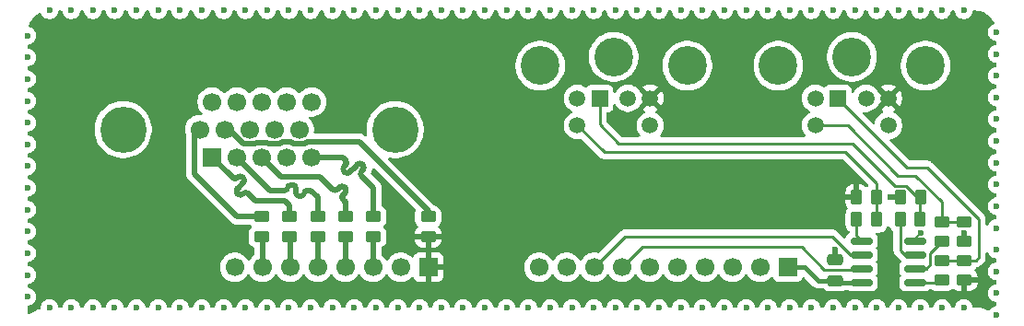
<source format=gbr>
%TF.GenerationSoftware,KiCad,Pcbnew,9.0.2*%
%TF.CreationDate,2025-07-24T16:43:20+02:00*%
%TF.ProjectId,VGA_PS2,5647415f-5053-4322-9e6b-696361645f70,rev?*%
%TF.SameCoordinates,Original*%
%TF.FileFunction,Copper,L1,Top*%
%TF.FilePolarity,Positive*%
%FSLAX46Y46*%
G04 Gerber Fmt 4.6, Leading zero omitted, Abs format (unit mm)*
G04 Created by KiCad (PCBNEW 9.0.2) date 2025-07-24 16:43:20*
%MOMM*%
%LPD*%
G01*
G04 APERTURE LIST*
G04 Aperture macros list*
%AMRoundRect*
0 Rectangle with rounded corners*
0 $1 Rounding radius*
0 $2 $3 $4 $5 $6 $7 $8 $9 X,Y pos of 4 corners*
0 Add a 4 corners polygon primitive as box body*
4,1,4,$2,$3,$4,$5,$6,$7,$8,$9,$2,$3,0*
0 Add four circle primitives for the rounded corners*
1,1,$1+$1,$2,$3*
1,1,$1+$1,$4,$5*
1,1,$1+$1,$6,$7*
1,1,$1+$1,$8,$9*
0 Add four rect primitives between the rounded corners*
20,1,$1+$1,$2,$3,$4,$5,0*
20,1,$1+$1,$4,$5,$6,$7,0*
20,1,$1+$1,$6,$7,$8,$9,0*
20,1,$1+$1,$8,$9,$2,$3,0*%
G04 Aperture macros list end*
%TA.AperFunction,SMDPad,CuDef*%
%ADD10RoundRect,0.250000X0.450000X-0.262500X0.450000X0.262500X-0.450000X0.262500X-0.450000X-0.262500X0*%
%TD*%
%TA.AperFunction,SMDPad,CuDef*%
%ADD11RoundRect,0.250000X0.262500X0.450000X-0.262500X0.450000X-0.262500X-0.450000X0.262500X-0.450000X0*%
%TD*%
%TA.AperFunction,ComponentPad*%
%ADD12R,1.695000X1.695000*%
%TD*%
%TA.AperFunction,ComponentPad*%
%ADD13C,1.695000*%
%TD*%
%TA.AperFunction,ComponentPad*%
%ADD14C,4.246000*%
%TD*%
%TA.AperFunction,SMDPad,CuDef*%
%ADD15RoundRect,0.250000X-0.450000X0.262500X-0.450000X-0.262500X0.450000X-0.262500X0.450000X0.262500X0*%
%TD*%
%TA.AperFunction,SMDPad,CuDef*%
%ADD16RoundRect,0.250000X-0.262500X-0.450000X0.262500X-0.450000X0.262500X0.450000X-0.262500X0.450000X0*%
%TD*%
%TA.AperFunction,SMDPad,CuDef*%
%ADD17RoundRect,0.250000X-0.475000X0.250000X-0.475000X-0.250000X0.475000X-0.250000X0.475000X0.250000X0*%
%TD*%
%TA.AperFunction,SMDPad,CuDef*%
%ADD18RoundRect,0.150000X0.825000X0.150000X-0.825000X0.150000X-0.825000X-0.150000X0.825000X-0.150000X0*%
%TD*%
%TA.AperFunction,ComponentPad*%
%ADD19R,1.509000X1.509000*%
%TD*%
%TA.AperFunction,ComponentPad*%
%ADD20C,1.509000*%
%TD*%
%TA.AperFunction,ComponentPad*%
%ADD21C,3.555000*%
%TD*%
%TA.AperFunction,ComponentPad*%
%ADD22R,1.700000X1.700000*%
%TD*%
%TA.AperFunction,ComponentPad*%
%ADD23C,1.700000*%
%TD*%
%TA.AperFunction,ViaPad*%
%ADD24C,0.600000*%
%TD*%
%TA.AperFunction,Conductor*%
%ADD25C,0.400000*%
%TD*%
%TA.AperFunction,Conductor*%
%ADD26C,0.500000*%
%TD*%
%TA.AperFunction,Conductor*%
%ADD27C,0.200000*%
%TD*%
%TA.AperFunction,Conductor*%
%ADD28C,0.250000*%
%TD*%
G04 APERTURE END LIST*
D10*
%TO.P,R1,1*%
%TO.N,Net-(U1-IO0)*%
X124450000Y-152180000D03*
%TO.P,R1,2*%
%TO.N,Net-(J2-Pad1)*%
X124450000Y-150355000D03*
%TD*%
%TO.P,R2,1*%
%TO.N,Net-(U1-IO1)*%
X124460000Y-148637500D03*
%TO.P,R2,2*%
%TO.N,Net-(J2-Pad5)*%
X124460000Y-146812500D03*
%TD*%
D11*
%TO.P,R12,1*%
%TO.N,Net-(J3-Pad5)*%
X118470000Y-144560000D03*
%TO.P,R12,2*%
%TO.N,+5V*%
X116645000Y-144560000D03*
%TD*%
D10*
%TO.P,R5,1*%
%TO.N,RED*%
X64580000Y-148180000D03*
%TO.P,R5,2*%
%TO.N,Net-(J1-Pad1)*%
X64580000Y-146355000D03*
%TD*%
D12*
%TO.P,J1,1,1*%
%TO.N,Net-(J1-Pad1)*%
X57440000Y-140880000D03*
D13*
%TO.P,J1,2,2*%
%TO.N,Net-(J1-Pad2)*%
X59730000Y-140880000D03*
%TO.P,J1,3,3*%
%TO.N,Net-(J1-Pad3)*%
X62020000Y-140880000D03*
%TO.P,J1,4,4*%
%TO.N,unconnected-(J1-Pad4)*%
X64310000Y-140880000D03*
%TO.P,J1,5,5*%
%TO.N,Net-(J1-Pad5)*%
X66600000Y-140880000D03*
%TO.P,J1,6,6*%
%TO.N,Net-(J1-Pad6)*%
X56295000Y-138340000D03*
%TO.P,J1,7,7*%
%TO.N,Net-(J1-Pad7)*%
X58585000Y-138340000D03*
%TO.P,J1,8,8*%
%TO.N,GND*%
X60875000Y-138340000D03*
%TO.P,J1,9,9*%
X63165000Y-138340000D03*
%TO.P,J1,10,10*%
X65455000Y-138340000D03*
%TO.P,J1,11,11*%
X57440000Y-135800000D03*
%TO.P,J1,12,12*%
X59730000Y-135800000D03*
%TO.P,J1,13,13*%
X62020000Y-135800000D03*
%TO.P,J1,14,14*%
X64310000Y-135800000D03*
%TO.P,J1,15,15*%
X66600000Y-135800000D03*
D14*
%TO.P,J1,SH1,SHIELD*%
X74265000Y-138340000D03*
%TO.P,J1,SH2,SHIELD*%
X49275000Y-138340000D03*
%TD*%
D15*
%TO.P,R13,1*%
%TO.N,Net-(J1-Pad6)*%
X61990000Y-146355000D03*
%TO.P,R13,2*%
%TO.N,VSYNC*%
X61990000Y-148180000D03*
%TD*%
%TO.P,R10,1*%
%TO.N,Net-(J2-Pad5)*%
X126540000Y-146820000D03*
%TO.P,R10,2*%
%TO.N,+5V*%
X126540000Y-148645000D03*
%TD*%
D11*
%TO.P,R11,1*%
%TO.N,Net-(J3-Pad1)*%
X122510000Y-144570000D03*
%TO.P,R11,2*%
%TO.N,+5V*%
X120685000Y-144570000D03*
%TD*%
D10*
%TO.P,R7,1*%
%TO.N,BLUE*%
X69700000Y-148180000D03*
%TO.P,R7,2*%
%TO.N,Net-(J1-Pad3)*%
X69700000Y-146355000D03*
%TD*%
%TO.P,R6,1*%
%TO.N,GREEN*%
X67150000Y-148180000D03*
%TO.P,R6,2*%
%TO.N,Net-(J1-Pad2)*%
X67150000Y-146355000D03*
%TD*%
D15*
%TO.P,R14,1*%
%TO.N,Net-(J1-Pad7)*%
X77290000Y-146355000D03*
%TO.P,R14,2*%
%TO.N,+5V*%
X77290000Y-148180000D03*
%TD*%
%TO.P,R8,1*%
%TO.N,Net-(J1-Pad5)*%
X72260000Y-146355000D03*
%TO.P,R8,2*%
%TO.N,HSYNC*%
X72260000Y-148180000D03*
%TD*%
D16*
%TO.P,R4,1*%
%TO.N,Net-(U1-IO3)*%
X116645000Y-146610000D03*
%TO.P,R4,2*%
%TO.N,Net-(J3-Pad5)*%
X118470000Y-146610000D03*
%TD*%
D15*
%TO.P,R9,1*%
%TO.N,Net-(J2-Pad1)*%
X126550000Y-150365000D03*
%TO.P,R9,2*%
%TO.N,+5V*%
X126550000Y-152190000D03*
%TD*%
D17*
%TO.P,C1,1*%
%TO.N,GND*%
X114660000Y-150320000D03*
%TO.P,C1,2*%
%TO.N,+3.3V*%
X114660000Y-152220000D03*
%TD*%
D18*
%TO.P,U1,1,IO0*%
%TO.N,Net-(U1-IO0)*%
X122055000Y-152400000D03*
%TO.P,U1,2,IO1*%
%TO.N,Net-(U1-IO1)*%
X122055000Y-151130000D03*
%TO.P,U1,3,IO2*%
%TO.N,Net-(U1-IO2)*%
X122055000Y-149860000D03*
%TO.P,U1,4,VSS*%
%TO.N,GND*%
X122055000Y-148590000D03*
%TO.P,U1,5,IO3*%
%TO.N,Net-(U1-IO3)*%
X117105000Y-148590000D03*
%TO.P,U1,6,SCL*%
%TO.N,I2C2.SCL*%
X117105000Y-149860000D03*
%TO.P,U1,7,SDA*%
%TO.N,I2C2.SDA*%
X117105000Y-151130000D03*
%TO.P,U1,8,VDD*%
%TO.N,+3.3V*%
X117105000Y-152400000D03*
%TD*%
D19*
%TO.P,J2,1,1*%
%TO.N,Net-(J2-Pad1)*%
X114920000Y-135470000D03*
D20*
%TO.P,J2,2,2*%
%TO.N,unconnected-(J2-Pad2)*%
X117520000Y-135470000D03*
%TO.P,J2,3,3*%
%TO.N,GND*%
X112870000Y-135470000D03*
%TO.P,J2,4,4*%
%TO.N,+5V*%
X119570000Y-135470000D03*
%TO.P,J2,5,5*%
%TO.N,Net-(J2-Pad5)*%
X112870000Y-137960000D03*
%TO.P,J2,6,6*%
%TO.N,unconnected-(J2-Pad6)*%
X119570000Y-137960000D03*
D21*
%TO.P,J2,MH1,MH1*%
%TO.N,GND*%
X116220000Y-131660000D03*
%TO.P,J2,MH2,MH2*%
X122980000Y-132470000D03*
%TO.P,J2,MH3,MH3*%
X109460000Y-132470000D03*
%TD*%
D19*
%TO.P,J3,1,1*%
%TO.N,Net-(J3-Pad1)*%
X93040000Y-135470000D03*
D20*
%TO.P,J3,2,2*%
%TO.N,unconnected-(J3-Pad2)*%
X95640000Y-135470000D03*
%TO.P,J3,3,3*%
%TO.N,GND*%
X90990000Y-135470000D03*
%TO.P,J3,4,4*%
%TO.N,+5V*%
X97690000Y-135470000D03*
%TO.P,J3,5,5*%
%TO.N,Net-(J3-Pad5)*%
X90990000Y-137960000D03*
%TO.P,J3,6,6*%
%TO.N,unconnected-(J3-Pad6)*%
X97690000Y-137960000D03*
D21*
%TO.P,J3,MH1,MH1*%
%TO.N,GND*%
X94340000Y-131660000D03*
%TO.P,J3,MH2,MH2*%
X101100000Y-132470000D03*
%TO.P,J3,MH3,MH3*%
X87580000Y-132470000D03*
%TD*%
D22*
%TO.P,J4,1,Pin_1*%
%TO.N,+3.3V*%
X110330000Y-151000000D03*
D23*
%TO.P,J4,2,Pin_2*%
%TO.N,unconnected-(J4-Pin_2-Pad2)*%
X107790000Y-151000000D03*
%TO.P,J4,3,Pin_3*%
%TO.N,GND*%
X105250000Y-151000000D03*
%TO.P,J4,4,Pin_4*%
%TO.N,unconnected-(J4-Pin_4-Pad4)*%
X102710000Y-151000000D03*
%TO.P,J4,5,Pin_5*%
%TO.N,unconnected-(J4-Pin_5-Pad5)*%
X100170000Y-151000000D03*
%TO.P,J4,6,Pin_6*%
%TO.N,unconnected-(J4-Pin_6-Pad6)*%
X97630000Y-151000000D03*
%TO.P,J4,7,Pin_7*%
%TO.N,I2C2.SDA*%
X95090000Y-151000000D03*
%TO.P,J4,8,Pin_8*%
%TO.N,I2C2.SCL*%
X92550000Y-151000000D03*
%TO.P,J4,9,Pin_9*%
%TO.N,unconnected-(J4-Pin_9-Pad9)*%
X90010000Y-151000000D03*
%TO.P,J4,10,Pin_10*%
%TO.N,GND*%
X87470000Y-151000000D03*
%TD*%
D22*
%TO.P,J5,1,Pin_1*%
%TO.N,+5V*%
X77310000Y-151000000D03*
D23*
%TO.P,J5,2,Pin_2*%
%TO.N,unconnected-(J5-Pin_2-Pad2)*%
X74770000Y-151000000D03*
%TO.P,J5,3,Pin_3*%
%TO.N,HSYNC*%
X72230000Y-151000000D03*
%TO.P,J5,4,Pin_4*%
%TO.N,BLUE*%
X69690000Y-151000000D03*
%TO.P,J5,5,Pin_5*%
%TO.N,GREEN*%
X67150000Y-151000000D03*
%TO.P,J5,6,Pin_6*%
%TO.N,RED*%
X64610000Y-151000000D03*
%TO.P,J5,7,Pin_7*%
%TO.N,VSYNC*%
X62070000Y-151000000D03*
%TO.P,J5,8,Pin_8*%
%TO.N,GND*%
X59530000Y-151000000D03*
%TD*%
D16*
%TO.P,R3,1*%
%TO.N,Net-(U1-IO2)*%
X120657500Y-146610000D03*
%TO.P,R3,2*%
%TO.N,Net-(J3-Pad1)*%
X122482500Y-146610000D03*
%TD*%
D24*
%TO.N,GND*%
X88500000Y-154710000D03*
X40500000Y-129710000D03*
X76500000Y-154710000D03*
X129500000Y-145387770D03*
X112499991Y-127390000D03*
X80500000Y-154710000D03*
X42500000Y-154710000D03*
X62499991Y-127390000D03*
X96500000Y-154710000D03*
X104499991Y-127390000D03*
X120499991Y-127390000D03*
X129500000Y-135387770D03*
X82500000Y-154710000D03*
X74499991Y-127390000D03*
X54499991Y-127390000D03*
X46499991Y-127390000D03*
X66499991Y-127390000D03*
X48499991Y-127390000D03*
X68499991Y-127390000D03*
X92500000Y-154710000D03*
X82499991Y-127390000D03*
X62500000Y-154710000D03*
X40500000Y-153710000D03*
X40500000Y-131710000D03*
X124500000Y-154710000D03*
X60499991Y-127390000D03*
X129500000Y-151387770D03*
X118499991Y-127390000D03*
X50500000Y-154710000D03*
X58500000Y-154710000D03*
X78500000Y-154710000D03*
X122560000Y-147830000D03*
X52500000Y-154710000D03*
X104500000Y-154710000D03*
X129500000Y-139387770D03*
X102500000Y-154710000D03*
X129500000Y-129387770D03*
X86500000Y-154710000D03*
X110499991Y-127390000D03*
X64499991Y-127390000D03*
X118500000Y-154710000D03*
X90499991Y-127390000D03*
X44500000Y-154710000D03*
X48500000Y-154710000D03*
X50499991Y-127390000D03*
X129500000Y-133387770D03*
X129500000Y-143387770D03*
X94500000Y-154710000D03*
X84500000Y-154710000D03*
X68500000Y-154710000D03*
X52499991Y-127390000D03*
X70500000Y-154710000D03*
X40500000Y-147710000D03*
X114500000Y-154710000D03*
X40500000Y-143710000D03*
X116499991Y-127390000D03*
X129500000Y-141387770D03*
X114650000Y-149400000D03*
X94499991Y-127390000D03*
X42499991Y-127390000D03*
X70499991Y-127390000D03*
X126499991Y-127390000D03*
X108499991Y-127390000D03*
X40500000Y-149710000D03*
X40500000Y-141710000D03*
X122500000Y-154710000D03*
X44499991Y-127390000D03*
X78499991Y-127390000D03*
X56500000Y-154710000D03*
X56499991Y-127390000D03*
X100499991Y-127390000D03*
X129500000Y-155387770D03*
X58499991Y-127390000D03*
X40500000Y-133710000D03*
X76499991Y-127390000D03*
X64500000Y-154710000D03*
X86499991Y-127390000D03*
X84499991Y-127390000D03*
X40500000Y-137710000D03*
X40500000Y-139710000D03*
X90500000Y-154710000D03*
X129500000Y-137387770D03*
X54500000Y-154710000D03*
X40500000Y-151710000D03*
X40500000Y-135710000D03*
X96499991Y-127390000D03*
X106499991Y-127390000D03*
X92499991Y-127390000D03*
X114499991Y-127390000D03*
X74500000Y-154710000D03*
X102499991Y-127390000D03*
X66500000Y-154710000D03*
X60500000Y-154710000D03*
X129500000Y-149387770D03*
X80499991Y-127390000D03*
X72500000Y-154710000D03*
X129500000Y-147387770D03*
X72499991Y-127390000D03*
X40500000Y-145710000D03*
X100500000Y-154710000D03*
X120500000Y-154710000D03*
X46500000Y-154710000D03*
X98499991Y-127390000D03*
X126500000Y-154710000D03*
X129500000Y-131387770D03*
X108500000Y-154710000D03*
X116500000Y-154710000D03*
X124499991Y-127390000D03*
X88499991Y-127390000D03*
X129500000Y-153387770D03*
X110500000Y-154710000D03*
X122499991Y-127390000D03*
X106500000Y-154710000D03*
X98500000Y-154710000D03*
X112500000Y-154710000D03*
%TO.N,+5V*%
X126550000Y-153540000D03*
X126540000Y-147890000D03*
X119740000Y-144560000D03*
X115700000Y-144550000D03*
%TD*%
D25*
%TO.N,+3.3V*%
X114840000Y-152400000D02*
X114660000Y-152220000D01*
X113110000Y-152220000D02*
X111890000Y-151000000D01*
X111890000Y-151000000D02*
X110330000Y-151000000D01*
X114660000Y-152220000D02*
X113110000Y-152220000D01*
X117105000Y-152400000D02*
X114840000Y-152400000D01*
D26*
%TO.N,GND*%
X114650000Y-150310000D02*
X114660000Y-150320000D01*
X114650000Y-149400000D02*
X114650000Y-150310000D01*
D27*
X122055000Y-148590000D02*
X122055000Y-148335000D01*
X122055000Y-148335000D02*
X122560000Y-147830000D01*
D26*
%TO.N,+5V*%
X120685000Y-144570000D02*
X119750000Y-144570000D01*
X119750000Y-144570000D02*
X119740000Y-144560000D01*
X77310000Y-151000000D02*
X77310000Y-148200000D01*
X126550000Y-152190000D02*
X126550000Y-153540000D01*
X126540000Y-147890000D02*
X126540000Y-148645000D01*
X77310000Y-148200000D02*
X77290000Y-148180000D01*
D28*
%TO.N,I2C2.SCL*%
X95390000Y-148160000D02*
X92550000Y-151000000D01*
X116130001Y-149860000D02*
X114430001Y-148160000D01*
X117105000Y-149860000D02*
X116130001Y-149860000D01*
X114430001Y-148160000D02*
X95390000Y-148160000D01*
%TO.N,I2C2.SDA*%
X117005000Y-151230000D02*
X117105000Y-151130000D01*
X95090000Y-151000000D02*
X96950000Y-149140000D01*
X111600000Y-149140000D02*
X113690000Y-151230000D01*
X96950000Y-149140000D02*
X111600000Y-149140000D01*
X113690000Y-151230000D02*
X117005000Y-151230000D01*
D26*
%TO.N,Net-(J1-Pad5)*%
X69566077Y-141794096D02*
X69744268Y-141615906D01*
X71328190Y-141638535D02*
X71227780Y-141538125D01*
X72260000Y-146355000D02*
X72260000Y-143730000D01*
X70447134Y-141917134D02*
X70246314Y-142117951D01*
X72260000Y-143730000D02*
X71150000Y-142620000D01*
X69744267Y-141214268D02*
X69643860Y-141113860D01*
X70647953Y-141716315D02*
X70447134Y-141917134D01*
X69643860Y-141113860D02*
X69605000Y-141075000D01*
X70826144Y-141538125D02*
X70647953Y-141716315D01*
X69605000Y-141075000D02*
X69420000Y-140890000D01*
X71150000Y-142218363D02*
X71328190Y-142040172D01*
X70246314Y-142117951D02*
X70068123Y-142296142D01*
X69420000Y-140890000D02*
X66600000Y-140890000D01*
X69666487Y-142296142D02*
X69566077Y-142195732D01*
X69744268Y-141615906D02*
G75*
G03*
X69744255Y-141214280I-200868J200806D01*
G01*
X69566077Y-142195732D02*
G75*
G02*
X69566063Y-141794082I200823J200832D01*
G01*
X71227780Y-141538125D02*
G75*
G03*
X70826144Y-141538125I-200818J-200816D01*
G01*
X71328190Y-142040172D02*
G75*
G03*
X71328144Y-141638582I-200790J200772D01*
G01*
X71150000Y-142620000D02*
G75*
G02*
X71150018Y-142218382I200800J200800D01*
G01*
X70068123Y-142296142D02*
G75*
G02*
X69666487Y-142296142I-200818J200816D01*
G01*
%TO.N,Net-(J1-Pad1)*%
X64580000Y-146355000D02*
X64580000Y-145310000D01*
X64130000Y-144860000D02*
X61410000Y-144860000D01*
X60337154Y-142811347D02*
X60238159Y-142712352D01*
X60344227Y-144190207D02*
X60252302Y-144282129D01*
X61410000Y-144860000D02*
X60740207Y-144190207D01*
X59255281Y-142705281D02*
X59170000Y-142620000D01*
X59849251Y-143695231D02*
X60245230Y-143299251D01*
X64580000Y-145310000D02*
X64130000Y-144860000D01*
X59354275Y-142804275D02*
X59255281Y-142705281D01*
X59856322Y-144282129D02*
X59757327Y-144183134D01*
X59842179Y-142712352D02*
X59750255Y-142804275D01*
X59170000Y-142620000D02*
X57440000Y-140890000D01*
X59757327Y-143787154D02*
X59849251Y-143695231D01*
X60245230Y-143299251D02*
X60337154Y-143207327D01*
X59757327Y-144183134D02*
G75*
G02*
X59757283Y-143787110I197973J198034D01*
G01*
X60337154Y-143207327D02*
G75*
G03*
X60337191Y-142811310I-197954J198027D01*
G01*
X60252302Y-144282129D02*
G75*
G02*
X59856322Y-144282129I-197990J197990D01*
G01*
X60238159Y-142712352D02*
G75*
G03*
X59842179Y-142712352I-197990J-197990D01*
G01*
X60740207Y-144190207D02*
G75*
G03*
X60344227Y-144190207I-197990J-197990D01*
G01*
X59750255Y-142804275D02*
G75*
G02*
X59354275Y-142804275I-197990J197990D01*
G01*
D28*
%TO.N,Net-(J3-Pad1)*%
X122482500Y-146610000D02*
X122482500Y-144597500D01*
X122219014Y-144570000D02*
X122510000Y-144570000D01*
X93040000Y-137870000D02*
X94800000Y-139630000D01*
X94800000Y-139630000D02*
X116255000Y-139630000D01*
X116255000Y-139630000D02*
X120172993Y-143547993D01*
X122482500Y-144597500D02*
X122510000Y-144570000D01*
X93040000Y-135470000D02*
X93040000Y-137870000D01*
X121193014Y-143544000D02*
X122219014Y-144570000D01*
X120176986Y-143544000D02*
X121193014Y-143544000D01*
X120172993Y-143547993D02*
X120176986Y-143544000D01*
%TO.N,Net-(J3-Pad5)*%
X93460000Y-140430000D02*
X90990000Y-137960000D01*
X118470000Y-144560000D02*
X118470000Y-143300000D01*
X118470000Y-146610000D02*
X118470000Y-144560000D01*
X115600000Y-140430000D02*
X93460000Y-140430000D01*
X118470000Y-143300000D02*
X115600000Y-140430000D01*
D26*
%TO.N,GREEN*%
X67150000Y-151000000D02*
X67150000Y-148180000D01*
%TO.N,BLUE*%
X69690000Y-151000000D02*
X69690000Y-148190000D01*
X69690000Y-148190000D02*
X69700000Y-148180000D01*
%TO.N,HSYNC*%
X72230000Y-151000000D02*
X72230000Y-148210000D01*
X72230000Y-148210000D02*
X72260000Y-148180000D01*
%TO.N,RED*%
X64610000Y-151000000D02*
X64610000Y-148210000D01*
X64610000Y-148210000D02*
X64580000Y-148180000D01*
%TO.N,VSYNC*%
X62070000Y-148260000D02*
X61990000Y-148180000D01*
X62070000Y-151000000D02*
X62070000Y-148260000D01*
D28*
%TO.N,Net-(U1-IO0)*%
X124230000Y-152400000D02*
X124450000Y-152180000D01*
X122055000Y-152400000D02*
X124230000Y-152400000D01*
%TO.N,Net-(U1-IO1)*%
X122055000Y-151130000D02*
X123029999Y-151130000D01*
X123424000Y-150735999D02*
X123424000Y-149673500D01*
X123029999Y-151130000D02*
X123424000Y-150735999D01*
X123424000Y-149673500D02*
X124460000Y-148637500D01*
%TO.N,Net-(U1-IO2)*%
X121080001Y-149860000D02*
X120657500Y-149437499D01*
X120657500Y-149437499D02*
X120657500Y-146610000D01*
X122055000Y-149860000D02*
X121080001Y-149860000D01*
%TO.N,Net-(U1-IO3)*%
X116645000Y-148130000D02*
X117105000Y-148590000D01*
X116645000Y-146610000D02*
X116645000Y-148130000D01*
D26*
%TO.N,Net-(J1-Pad2)*%
X59730000Y-140890000D02*
X62780000Y-143940000D01*
X66150000Y-143940000D02*
X66410000Y-143940000D01*
X66410000Y-143940000D02*
X66450000Y-143940000D01*
X64630000Y-143440000D02*
X64890000Y-143440000D01*
X65140000Y-143940000D02*
X65140000Y-144190000D01*
X62780000Y-143940000D02*
X64130000Y-143940000D01*
X65140000Y-143690000D02*
X65140000Y-143940000D01*
X66520000Y-143940000D02*
X67150000Y-144570000D01*
X65390000Y-144440000D02*
X65650000Y-144440000D01*
X66450000Y-143940000D02*
X66520000Y-143940000D01*
X67150000Y-144570000D02*
X67150000Y-146355000D01*
X65650000Y-144440000D02*
G75*
G03*
X65900000Y-144190000I0J250000D01*
G01*
X65900000Y-144190000D02*
G75*
G02*
X66150000Y-143940000I250000J0D01*
G01*
X64130000Y-143940000D02*
G75*
G03*
X64380000Y-143690000I0J250000D01*
G01*
X64380000Y-143690000D02*
G75*
G02*
X64630000Y-143440000I250000J0D01*
G01*
X65140000Y-144190000D02*
G75*
G03*
X65390000Y-144440000I250000J0D01*
G01*
X64890000Y-143440000D02*
G75*
G02*
X65140000Y-143690000I0J-250000D01*
G01*
%TO.N,Net-(J1-Pad7)*%
X59026357Y-138350000D02*
X58585000Y-138350000D01*
X60324857Y-139648500D02*
X59026357Y-138350000D01*
X62614857Y-139648500D02*
X62517036Y-139550679D01*
X77290000Y-146355000D02*
X77290000Y-145810000D01*
X66181357Y-139460000D02*
X65992857Y-139648500D01*
X70940000Y-139460000D02*
X66181357Y-139460000D01*
X77290000Y-145810000D02*
X70940000Y-139460000D01*
X63702857Y-139648500D02*
X62614857Y-139648500D01*
X64917143Y-139648500D02*
X64728643Y-139460000D01*
X65992857Y-139648500D02*
X64917143Y-139648500D01*
X64728643Y-139460000D02*
X63891357Y-139460000D01*
X61510678Y-139550679D02*
X61412857Y-139648500D01*
X62517036Y-139550679D02*
X61510678Y-139550679D01*
X61412857Y-139648500D02*
X60324857Y-139648500D01*
X63891357Y-139460000D02*
X63702857Y-139648500D01*
%TO.N,Net-(J1-Pad3)*%
X69429717Y-144739718D02*
X69528713Y-144838713D01*
X69528713Y-144838713D02*
X69579769Y-144889769D01*
X63810000Y-142680000D02*
X67370000Y-142680000D01*
X67370000Y-142680000D02*
X68538764Y-143848764D01*
X69579769Y-144889769D02*
X69700000Y-145010000D01*
X69700000Y-145010000D02*
X69700000Y-146355000D01*
X68934744Y-143848765D02*
X69175159Y-143608347D01*
X69571139Y-143608347D02*
X69670133Y-143707341D01*
X62020000Y-140890000D02*
X63810000Y-142680000D01*
X69670133Y-144103321D02*
X69429717Y-144343738D01*
X69670133Y-143707341D02*
G75*
G02*
X69670102Y-144103290I-198033J-197959D01*
G01*
X68538764Y-143848764D02*
G75*
G03*
X68934790Y-143848811I198036J197964D01*
G01*
X69175159Y-143608347D02*
G75*
G02*
X69571139Y-143608347I197990J-197990D01*
G01*
X69429717Y-144343738D02*
G75*
G03*
X69429745Y-144739690I197983J-197962D01*
G01*
%TO.N,Net-(J1-Pad6)*%
X55790000Y-142400000D02*
X55790000Y-138855000D01*
X55790000Y-138855000D02*
X56295000Y-138350000D01*
X59745000Y-146355000D02*
X55790000Y-142400000D01*
X61990000Y-146355000D02*
X59745000Y-146355000D01*
D28*
%TO.N,Net-(J2-Pad5)*%
X120440000Y-142580000D02*
X122054014Y-142580000D01*
X112870000Y-137960000D02*
X115820000Y-137960000D01*
X124467500Y-146820000D02*
X124460000Y-146812500D01*
X126540000Y-146820000D02*
X124467500Y-146820000D01*
X124460000Y-144985986D02*
X124460000Y-146812500D01*
X115820000Y-137960000D02*
X120440000Y-142580000D01*
X122054014Y-142580000D02*
X124460000Y-144985986D01*
%TO.N,Net-(J2-Pad1)*%
X124460000Y-150365000D02*
X124450000Y-150355000D01*
X123100000Y-141810000D02*
X121260000Y-141810000D01*
X127880000Y-150090000D02*
X127880000Y-146590000D01*
X126550000Y-150365000D02*
X127605000Y-150365000D01*
X127605000Y-150365000D02*
X127880000Y-150090000D01*
X126550000Y-150365000D02*
X124460000Y-150365000D01*
X127880000Y-146590000D02*
X123100000Y-141810000D01*
X121260000Y-141810000D02*
X114920000Y-135470000D01*
%TD*%
%TA.AperFunction,Conductor*%
%TO.N,+5V*%
G36*
X43649182Y-127410185D02*
G01*
X43694937Y-127462989D01*
X43703760Y-127490308D01*
X43730252Y-127623491D01*
X43730255Y-127623501D01*
X43790593Y-127769172D01*
X43790600Y-127769185D01*
X43878201Y-127900288D01*
X43878204Y-127900292D01*
X43989698Y-128011786D01*
X43989702Y-128011789D01*
X44120805Y-128099390D01*
X44120818Y-128099397D01*
X44266489Y-128159735D01*
X44266494Y-128159737D01*
X44421144Y-128190499D01*
X44421147Y-128190500D01*
X44421149Y-128190500D01*
X44578835Y-128190500D01*
X44578836Y-128190499D01*
X44733488Y-128159737D01*
X44879170Y-128099394D01*
X45010280Y-128011789D01*
X45121780Y-127900289D01*
X45209385Y-127769179D01*
X45269728Y-127623497D01*
X45285117Y-127546133D01*
X45296222Y-127490308D01*
X45310936Y-127462177D01*
X45324126Y-127433297D01*
X45327015Y-127431440D01*
X45328607Y-127428397D01*
X45356199Y-127412684D01*
X45382904Y-127395523D01*
X45387497Y-127394862D01*
X45389323Y-127393823D01*
X45417839Y-127390500D01*
X45582143Y-127390500D01*
X45649182Y-127410185D01*
X45694937Y-127462989D01*
X45703760Y-127490308D01*
X45730252Y-127623491D01*
X45730255Y-127623501D01*
X45790593Y-127769172D01*
X45790600Y-127769185D01*
X45878201Y-127900288D01*
X45878204Y-127900292D01*
X45989698Y-128011786D01*
X45989702Y-128011789D01*
X46120805Y-128099390D01*
X46120818Y-128099397D01*
X46266489Y-128159735D01*
X46266494Y-128159737D01*
X46421144Y-128190499D01*
X46421147Y-128190500D01*
X46421149Y-128190500D01*
X46578835Y-128190500D01*
X46578836Y-128190499D01*
X46733488Y-128159737D01*
X46879170Y-128099394D01*
X47010280Y-128011789D01*
X47121780Y-127900289D01*
X47209385Y-127769179D01*
X47269728Y-127623497D01*
X47285117Y-127546133D01*
X47296222Y-127490308D01*
X47310936Y-127462177D01*
X47324126Y-127433297D01*
X47327015Y-127431440D01*
X47328607Y-127428397D01*
X47356199Y-127412684D01*
X47382904Y-127395523D01*
X47387497Y-127394862D01*
X47389323Y-127393823D01*
X47417839Y-127390500D01*
X47582143Y-127390500D01*
X47649182Y-127410185D01*
X47694937Y-127462989D01*
X47703760Y-127490308D01*
X47730252Y-127623491D01*
X47730255Y-127623501D01*
X47790593Y-127769172D01*
X47790600Y-127769185D01*
X47878201Y-127900288D01*
X47878204Y-127900292D01*
X47989698Y-128011786D01*
X47989702Y-128011789D01*
X48120805Y-128099390D01*
X48120818Y-128099397D01*
X48266489Y-128159735D01*
X48266494Y-128159737D01*
X48421144Y-128190499D01*
X48421147Y-128190500D01*
X48421149Y-128190500D01*
X48578835Y-128190500D01*
X48578836Y-128190499D01*
X48733488Y-128159737D01*
X48879170Y-128099394D01*
X49010280Y-128011789D01*
X49121780Y-127900289D01*
X49209385Y-127769179D01*
X49269728Y-127623497D01*
X49285117Y-127546133D01*
X49296222Y-127490308D01*
X49310936Y-127462177D01*
X49324126Y-127433297D01*
X49327015Y-127431440D01*
X49328607Y-127428397D01*
X49356199Y-127412684D01*
X49382904Y-127395523D01*
X49387497Y-127394862D01*
X49389323Y-127393823D01*
X49417839Y-127390500D01*
X49582143Y-127390500D01*
X49649182Y-127410185D01*
X49694937Y-127462989D01*
X49703760Y-127490308D01*
X49730252Y-127623491D01*
X49730255Y-127623501D01*
X49790593Y-127769172D01*
X49790600Y-127769185D01*
X49878201Y-127900288D01*
X49878204Y-127900292D01*
X49989698Y-128011786D01*
X49989702Y-128011789D01*
X50120805Y-128099390D01*
X50120818Y-128099397D01*
X50266489Y-128159735D01*
X50266494Y-128159737D01*
X50421144Y-128190499D01*
X50421147Y-128190500D01*
X50421149Y-128190500D01*
X50578835Y-128190500D01*
X50578836Y-128190499D01*
X50733488Y-128159737D01*
X50879170Y-128099394D01*
X51010280Y-128011789D01*
X51121780Y-127900289D01*
X51209385Y-127769179D01*
X51269728Y-127623497D01*
X51285117Y-127546133D01*
X51296222Y-127490308D01*
X51310936Y-127462177D01*
X51324126Y-127433297D01*
X51327015Y-127431440D01*
X51328607Y-127428397D01*
X51356199Y-127412684D01*
X51382904Y-127395523D01*
X51387497Y-127394862D01*
X51389323Y-127393823D01*
X51417839Y-127390500D01*
X51582143Y-127390500D01*
X51649182Y-127410185D01*
X51694937Y-127462989D01*
X51703760Y-127490308D01*
X51730252Y-127623491D01*
X51730255Y-127623501D01*
X51790593Y-127769172D01*
X51790600Y-127769185D01*
X51878201Y-127900288D01*
X51878204Y-127900292D01*
X51989698Y-128011786D01*
X51989702Y-128011789D01*
X52120805Y-128099390D01*
X52120818Y-128099397D01*
X52266489Y-128159735D01*
X52266494Y-128159737D01*
X52421144Y-128190499D01*
X52421147Y-128190500D01*
X52421149Y-128190500D01*
X52578835Y-128190500D01*
X52578836Y-128190499D01*
X52733488Y-128159737D01*
X52879170Y-128099394D01*
X53010280Y-128011789D01*
X53121780Y-127900289D01*
X53209385Y-127769179D01*
X53269728Y-127623497D01*
X53285117Y-127546133D01*
X53296222Y-127490308D01*
X53310936Y-127462177D01*
X53324126Y-127433297D01*
X53327015Y-127431440D01*
X53328607Y-127428397D01*
X53356199Y-127412684D01*
X53382904Y-127395523D01*
X53387497Y-127394862D01*
X53389323Y-127393823D01*
X53417839Y-127390500D01*
X53582143Y-127390500D01*
X53649182Y-127410185D01*
X53694937Y-127462989D01*
X53703760Y-127490308D01*
X53730252Y-127623491D01*
X53730255Y-127623501D01*
X53790593Y-127769172D01*
X53790600Y-127769185D01*
X53878201Y-127900288D01*
X53878204Y-127900292D01*
X53989698Y-128011786D01*
X53989702Y-128011789D01*
X54120805Y-128099390D01*
X54120818Y-128099397D01*
X54266489Y-128159735D01*
X54266494Y-128159737D01*
X54421144Y-128190499D01*
X54421147Y-128190500D01*
X54421149Y-128190500D01*
X54578835Y-128190500D01*
X54578836Y-128190499D01*
X54733488Y-128159737D01*
X54879170Y-128099394D01*
X55010280Y-128011789D01*
X55121780Y-127900289D01*
X55209385Y-127769179D01*
X55269728Y-127623497D01*
X55285117Y-127546133D01*
X55296222Y-127490308D01*
X55310936Y-127462177D01*
X55324126Y-127433297D01*
X55327015Y-127431440D01*
X55328607Y-127428397D01*
X55356199Y-127412684D01*
X55382904Y-127395523D01*
X55387497Y-127394862D01*
X55389323Y-127393823D01*
X55417839Y-127390500D01*
X55582143Y-127390500D01*
X55649182Y-127410185D01*
X55694937Y-127462989D01*
X55703760Y-127490308D01*
X55730252Y-127623491D01*
X55730255Y-127623501D01*
X55790593Y-127769172D01*
X55790600Y-127769185D01*
X55878201Y-127900288D01*
X55878204Y-127900292D01*
X55989698Y-128011786D01*
X55989702Y-128011789D01*
X56120805Y-128099390D01*
X56120818Y-128099397D01*
X56266489Y-128159735D01*
X56266494Y-128159737D01*
X56421144Y-128190499D01*
X56421147Y-128190500D01*
X56421149Y-128190500D01*
X56578835Y-128190500D01*
X56578836Y-128190499D01*
X56733488Y-128159737D01*
X56879170Y-128099394D01*
X57010280Y-128011789D01*
X57121780Y-127900289D01*
X57209385Y-127769179D01*
X57269728Y-127623497D01*
X57285117Y-127546133D01*
X57296222Y-127490308D01*
X57310936Y-127462177D01*
X57324126Y-127433297D01*
X57327015Y-127431440D01*
X57328607Y-127428397D01*
X57356199Y-127412684D01*
X57382904Y-127395523D01*
X57387497Y-127394862D01*
X57389323Y-127393823D01*
X57417839Y-127390500D01*
X57582143Y-127390500D01*
X57649182Y-127410185D01*
X57694937Y-127462989D01*
X57703760Y-127490308D01*
X57730252Y-127623491D01*
X57730255Y-127623501D01*
X57790593Y-127769172D01*
X57790600Y-127769185D01*
X57878201Y-127900288D01*
X57878204Y-127900292D01*
X57989698Y-128011786D01*
X57989702Y-128011789D01*
X58120805Y-128099390D01*
X58120818Y-128099397D01*
X58266489Y-128159735D01*
X58266494Y-128159737D01*
X58421144Y-128190499D01*
X58421147Y-128190500D01*
X58421149Y-128190500D01*
X58578835Y-128190500D01*
X58578836Y-128190499D01*
X58733488Y-128159737D01*
X58879170Y-128099394D01*
X59010280Y-128011789D01*
X59121780Y-127900289D01*
X59209385Y-127769179D01*
X59269728Y-127623497D01*
X59285117Y-127546133D01*
X59296222Y-127490308D01*
X59310936Y-127462177D01*
X59324126Y-127433297D01*
X59327015Y-127431440D01*
X59328607Y-127428397D01*
X59356199Y-127412684D01*
X59382904Y-127395523D01*
X59387497Y-127394862D01*
X59389323Y-127393823D01*
X59417839Y-127390500D01*
X59582143Y-127390500D01*
X59649182Y-127410185D01*
X59694937Y-127462989D01*
X59703760Y-127490308D01*
X59730252Y-127623491D01*
X59730255Y-127623501D01*
X59790593Y-127769172D01*
X59790600Y-127769185D01*
X59878201Y-127900288D01*
X59878204Y-127900292D01*
X59989698Y-128011786D01*
X59989702Y-128011789D01*
X60120805Y-128099390D01*
X60120818Y-128099397D01*
X60266489Y-128159735D01*
X60266494Y-128159737D01*
X60421144Y-128190499D01*
X60421147Y-128190500D01*
X60421149Y-128190500D01*
X60578835Y-128190500D01*
X60578836Y-128190499D01*
X60733488Y-128159737D01*
X60879170Y-128099394D01*
X61010280Y-128011789D01*
X61121780Y-127900289D01*
X61209385Y-127769179D01*
X61269728Y-127623497D01*
X61285117Y-127546133D01*
X61296222Y-127490308D01*
X61310936Y-127462177D01*
X61324126Y-127433297D01*
X61327015Y-127431440D01*
X61328607Y-127428397D01*
X61356199Y-127412684D01*
X61382904Y-127395523D01*
X61387497Y-127394862D01*
X61389323Y-127393823D01*
X61417839Y-127390500D01*
X61582143Y-127390500D01*
X61649182Y-127410185D01*
X61694937Y-127462989D01*
X61703760Y-127490308D01*
X61730252Y-127623491D01*
X61730255Y-127623501D01*
X61790593Y-127769172D01*
X61790600Y-127769185D01*
X61878201Y-127900288D01*
X61878204Y-127900292D01*
X61989698Y-128011786D01*
X61989702Y-128011789D01*
X62120805Y-128099390D01*
X62120818Y-128099397D01*
X62266489Y-128159735D01*
X62266494Y-128159737D01*
X62421144Y-128190499D01*
X62421147Y-128190500D01*
X62421149Y-128190500D01*
X62578835Y-128190500D01*
X62578836Y-128190499D01*
X62733488Y-128159737D01*
X62879170Y-128099394D01*
X63010280Y-128011789D01*
X63121780Y-127900289D01*
X63209385Y-127769179D01*
X63269728Y-127623497D01*
X63285117Y-127546133D01*
X63296222Y-127490308D01*
X63310936Y-127462177D01*
X63324126Y-127433297D01*
X63327015Y-127431440D01*
X63328607Y-127428397D01*
X63356199Y-127412684D01*
X63382904Y-127395523D01*
X63387497Y-127394862D01*
X63389323Y-127393823D01*
X63417839Y-127390500D01*
X63582143Y-127390500D01*
X63649182Y-127410185D01*
X63694937Y-127462989D01*
X63703760Y-127490308D01*
X63730252Y-127623491D01*
X63730255Y-127623501D01*
X63790593Y-127769172D01*
X63790600Y-127769185D01*
X63878201Y-127900288D01*
X63878204Y-127900292D01*
X63989698Y-128011786D01*
X63989702Y-128011789D01*
X64120805Y-128099390D01*
X64120818Y-128099397D01*
X64266489Y-128159735D01*
X64266494Y-128159737D01*
X64421144Y-128190499D01*
X64421147Y-128190500D01*
X64421149Y-128190500D01*
X64578835Y-128190500D01*
X64578836Y-128190499D01*
X64733488Y-128159737D01*
X64879170Y-128099394D01*
X65010280Y-128011789D01*
X65121780Y-127900289D01*
X65209385Y-127769179D01*
X65269728Y-127623497D01*
X65285117Y-127546133D01*
X65296222Y-127490308D01*
X65310936Y-127462177D01*
X65324126Y-127433297D01*
X65327015Y-127431440D01*
X65328607Y-127428397D01*
X65356199Y-127412684D01*
X65382904Y-127395523D01*
X65387497Y-127394862D01*
X65389323Y-127393823D01*
X65417839Y-127390500D01*
X65582143Y-127390500D01*
X65649182Y-127410185D01*
X65694937Y-127462989D01*
X65703760Y-127490308D01*
X65730252Y-127623491D01*
X65730255Y-127623501D01*
X65790593Y-127769172D01*
X65790600Y-127769185D01*
X65878201Y-127900288D01*
X65878204Y-127900292D01*
X65989698Y-128011786D01*
X65989702Y-128011789D01*
X66120805Y-128099390D01*
X66120818Y-128099397D01*
X66266489Y-128159735D01*
X66266494Y-128159737D01*
X66421144Y-128190499D01*
X66421147Y-128190500D01*
X66421149Y-128190500D01*
X66578835Y-128190500D01*
X66578836Y-128190499D01*
X66733488Y-128159737D01*
X66879170Y-128099394D01*
X67010280Y-128011789D01*
X67121780Y-127900289D01*
X67209385Y-127769179D01*
X67269728Y-127623497D01*
X67285117Y-127546133D01*
X67296222Y-127490308D01*
X67310936Y-127462177D01*
X67324126Y-127433297D01*
X67327015Y-127431440D01*
X67328607Y-127428397D01*
X67356199Y-127412684D01*
X67382904Y-127395523D01*
X67387497Y-127394862D01*
X67389323Y-127393823D01*
X67417839Y-127390500D01*
X67582143Y-127390500D01*
X67649182Y-127410185D01*
X67694937Y-127462989D01*
X67703760Y-127490308D01*
X67730252Y-127623491D01*
X67730255Y-127623501D01*
X67790593Y-127769172D01*
X67790600Y-127769185D01*
X67878201Y-127900288D01*
X67878204Y-127900292D01*
X67989698Y-128011786D01*
X67989702Y-128011789D01*
X68120805Y-128099390D01*
X68120818Y-128099397D01*
X68266489Y-128159735D01*
X68266494Y-128159737D01*
X68421144Y-128190499D01*
X68421147Y-128190500D01*
X68421149Y-128190500D01*
X68578835Y-128190500D01*
X68578836Y-128190499D01*
X68733488Y-128159737D01*
X68879170Y-128099394D01*
X69010280Y-128011789D01*
X69121780Y-127900289D01*
X69209385Y-127769179D01*
X69269728Y-127623497D01*
X69285117Y-127546133D01*
X69296222Y-127490308D01*
X69310936Y-127462177D01*
X69324126Y-127433297D01*
X69327015Y-127431440D01*
X69328607Y-127428397D01*
X69356199Y-127412684D01*
X69382904Y-127395523D01*
X69387497Y-127394862D01*
X69389323Y-127393823D01*
X69417839Y-127390500D01*
X69582143Y-127390500D01*
X69649182Y-127410185D01*
X69694937Y-127462989D01*
X69703760Y-127490308D01*
X69730252Y-127623491D01*
X69730255Y-127623501D01*
X69790593Y-127769172D01*
X69790600Y-127769185D01*
X69878201Y-127900288D01*
X69878204Y-127900292D01*
X69989698Y-128011786D01*
X69989702Y-128011789D01*
X70120805Y-128099390D01*
X70120818Y-128099397D01*
X70266489Y-128159735D01*
X70266494Y-128159737D01*
X70421144Y-128190499D01*
X70421147Y-128190500D01*
X70421149Y-128190500D01*
X70578835Y-128190500D01*
X70578836Y-128190499D01*
X70733488Y-128159737D01*
X70879170Y-128099394D01*
X71010280Y-128011789D01*
X71121780Y-127900289D01*
X71209385Y-127769179D01*
X71269728Y-127623497D01*
X71285117Y-127546133D01*
X71296222Y-127490308D01*
X71310936Y-127462177D01*
X71324126Y-127433297D01*
X71327015Y-127431440D01*
X71328607Y-127428397D01*
X71356199Y-127412684D01*
X71382904Y-127395523D01*
X71387497Y-127394862D01*
X71389323Y-127393823D01*
X71417839Y-127390500D01*
X71582143Y-127390500D01*
X71649182Y-127410185D01*
X71694937Y-127462989D01*
X71703760Y-127490308D01*
X71730252Y-127623491D01*
X71730255Y-127623501D01*
X71790593Y-127769172D01*
X71790600Y-127769185D01*
X71878201Y-127900288D01*
X71878204Y-127900292D01*
X71989698Y-128011786D01*
X71989702Y-128011789D01*
X72120805Y-128099390D01*
X72120818Y-128099397D01*
X72266489Y-128159735D01*
X72266494Y-128159737D01*
X72421144Y-128190499D01*
X72421147Y-128190500D01*
X72421149Y-128190500D01*
X72578835Y-128190500D01*
X72578836Y-128190499D01*
X72733488Y-128159737D01*
X72879170Y-128099394D01*
X73010280Y-128011789D01*
X73121780Y-127900289D01*
X73209385Y-127769179D01*
X73269728Y-127623497D01*
X73285117Y-127546133D01*
X73296222Y-127490308D01*
X73310936Y-127462177D01*
X73324126Y-127433297D01*
X73327015Y-127431440D01*
X73328607Y-127428397D01*
X73356199Y-127412684D01*
X73382904Y-127395523D01*
X73387497Y-127394862D01*
X73389323Y-127393823D01*
X73417839Y-127390500D01*
X73582143Y-127390500D01*
X73649182Y-127410185D01*
X73694937Y-127462989D01*
X73703760Y-127490308D01*
X73730252Y-127623491D01*
X73730255Y-127623501D01*
X73790593Y-127769172D01*
X73790600Y-127769185D01*
X73878201Y-127900288D01*
X73878204Y-127900292D01*
X73989698Y-128011786D01*
X73989702Y-128011789D01*
X74120805Y-128099390D01*
X74120818Y-128099397D01*
X74266489Y-128159735D01*
X74266494Y-128159737D01*
X74421144Y-128190499D01*
X74421147Y-128190500D01*
X74421149Y-128190500D01*
X74578835Y-128190500D01*
X74578836Y-128190499D01*
X74733488Y-128159737D01*
X74879170Y-128099394D01*
X75010280Y-128011789D01*
X75121780Y-127900289D01*
X75209385Y-127769179D01*
X75269728Y-127623497D01*
X75285117Y-127546133D01*
X75296222Y-127490308D01*
X75310936Y-127462177D01*
X75324126Y-127433297D01*
X75327015Y-127431440D01*
X75328607Y-127428397D01*
X75356199Y-127412684D01*
X75382904Y-127395523D01*
X75387497Y-127394862D01*
X75389323Y-127393823D01*
X75417839Y-127390500D01*
X75582143Y-127390500D01*
X75649182Y-127410185D01*
X75694937Y-127462989D01*
X75703760Y-127490308D01*
X75730252Y-127623491D01*
X75730255Y-127623501D01*
X75790593Y-127769172D01*
X75790600Y-127769185D01*
X75878201Y-127900288D01*
X75878204Y-127900292D01*
X75989698Y-128011786D01*
X75989702Y-128011789D01*
X76120805Y-128099390D01*
X76120818Y-128099397D01*
X76266489Y-128159735D01*
X76266494Y-128159737D01*
X76421144Y-128190499D01*
X76421147Y-128190500D01*
X76421149Y-128190500D01*
X76578835Y-128190500D01*
X76578836Y-128190499D01*
X76733488Y-128159737D01*
X76879170Y-128099394D01*
X77010280Y-128011789D01*
X77121780Y-127900289D01*
X77209385Y-127769179D01*
X77269728Y-127623497D01*
X77285117Y-127546133D01*
X77296222Y-127490308D01*
X77310936Y-127462177D01*
X77324126Y-127433297D01*
X77327015Y-127431440D01*
X77328607Y-127428397D01*
X77356199Y-127412684D01*
X77382904Y-127395523D01*
X77387497Y-127394862D01*
X77389323Y-127393823D01*
X77417839Y-127390500D01*
X77582143Y-127390500D01*
X77649182Y-127410185D01*
X77694937Y-127462989D01*
X77703760Y-127490308D01*
X77730252Y-127623491D01*
X77730255Y-127623501D01*
X77790593Y-127769172D01*
X77790600Y-127769185D01*
X77878201Y-127900288D01*
X77878204Y-127900292D01*
X77989698Y-128011786D01*
X77989702Y-128011789D01*
X78120805Y-128099390D01*
X78120818Y-128099397D01*
X78266489Y-128159735D01*
X78266494Y-128159737D01*
X78421144Y-128190499D01*
X78421147Y-128190500D01*
X78421149Y-128190500D01*
X78578835Y-128190500D01*
X78578836Y-128190499D01*
X78733488Y-128159737D01*
X78879170Y-128099394D01*
X79010280Y-128011789D01*
X79121780Y-127900289D01*
X79209385Y-127769179D01*
X79269728Y-127623497D01*
X79285117Y-127546133D01*
X79296222Y-127490308D01*
X79310936Y-127462177D01*
X79324126Y-127433297D01*
X79327015Y-127431440D01*
X79328607Y-127428397D01*
X79356199Y-127412684D01*
X79382904Y-127395523D01*
X79387497Y-127394862D01*
X79389323Y-127393823D01*
X79417839Y-127390500D01*
X79582143Y-127390500D01*
X79649182Y-127410185D01*
X79694937Y-127462989D01*
X79703760Y-127490308D01*
X79730252Y-127623491D01*
X79730255Y-127623501D01*
X79790593Y-127769172D01*
X79790600Y-127769185D01*
X79878201Y-127900288D01*
X79878204Y-127900292D01*
X79989698Y-128011786D01*
X79989702Y-128011789D01*
X80120805Y-128099390D01*
X80120818Y-128099397D01*
X80266489Y-128159735D01*
X80266494Y-128159737D01*
X80421144Y-128190499D01*
X80421147Y-128190500D01*
X80421149Y-128190500D01*
X80578835Y-128190500D01*
X80578836Y-128190499D01*
X80733488Y-128159737D01*
X80879170Y-128099394D01*
X81010280Y-128011789D01*
X81121780Y-127900289D01*
X81209385Y-127769179D01*
X81269728Y-127623497D01*
X81285117Y-127546133D01*
X81296222Y-127490308D01*
X81310936Y-127462177D01*
X81324126Y-127433297D01*
X81327015Y-127431440D01*
X81328607Y-127428397D01*
X81356199Y-127412684D01*
X81382904Y-127395523D01*
X81387497Y-127394862D01*
X81389323Y-127393823D01*
X81417839Y-127390500D01*
X81582143Y-127390500D01*
X81649182Y-127410185D01*
X81694937Y-127462989D01*
X81703760Y-127490308D01*
X81730252Y-127623491D01*
X81730255Y-127623501D01*
X81790593Y-127769172D01*
X81790600Y-127769185D01*
X81878201Y-127900288D01*
X81878204Y-127900292D01*
X81989698Y-128011786D01*
X81989702Y-128011789D01*
X82120805Y-128099390D01*
X82120818Y-128099397D01*
X82266489Y-128159735D01*
X82266494Y-128159737D01*
X82421144Y-128190499D01*
X82421147Y-128190500D01*
X82421149Y-128190500D01*
X82578835Y-128190500D01*
X82578836Y-128190499D01*
X82733488Y-128159737D01*
X82879170Y-128099394D01*
X83010280Y-128011789D01*
X83121780Y-127900289D01*
X83209385Y-127769179D01*
X83269728Y-127623497D01*
X83285117Y-127546133D01*
X83296222Y-127490308D01*
X83310936Y-127462177D01*
X83324126Y-127433297D01*
X83327015Y-127431440D01*
X83328607Y-127428397D01*
X83356199Y-127412684D01*
X83382904Y-127395523D01*
X83387497Y-127394862D01*
X83389323Y-127393823D01*
X83417839Y-127390500D01*
X83582143Y-127390500D01*
X83649182Y-127410185D01*
X83694937Y-127462989D01*
X83703760Y-127490308D01*
X83730252Y-127623491D01*
X83730255Y-127623501D01*
X83790593Y-127769172D01*
X83790600Y-127769185D01*
X83878201Y-127900288D01*
X83878204Y-127900292D01*
X83989698Y-128011786D01*
X83989702Y-128011789D01*
X84120805Y-128099390D01*
X84120818Y-128099397D01*
X84266489Y-128159735D01*
X84266494Y-128159737D01*
X84421144Y-128190499D01*
X84421147Y-128190500D01*
X84421149Y-128190500D01*
X84578835Y-128190500D01*
X84578836Y-128190499D01*
X84733488Y-128159737D01*
X84879170Y-128099394D01*
X85010280Y-128011789D01*
X85121780Y-127900289D01*
X85209385Y-127769179D01*
X85269728Y-127623497D01*
X85285117Y-127546133D01*
X85296222Y-127490308D01*
X85310936Y-127462177D01*
X85324126Y-127433297D01*
X85327015Y-127431440D01*
X85328607Y-127428397D01*
X85356199Y-127412684D01*
X85382904Y-127395523D01*
X85387497Y-127394862D01*
X85389323Y-127393823D01*
X85417839Y-127390500D01*
X85582143Y-127390500D01*
X85649182Y-127410185D01*
X85694937Y-127462989D01*
X85703760Y-127490308D01*
X85730252Y-127623491D01*
X85730255Y-127623501D01*
X85790593Y-127769172D01*
X85790600Y-127769185D01*
X85878201Y-127900288D01*
X85878204Y-127900292D01*
X85989698Y-128011786D01*
X85989702Y-128011789D01*
X86120805Y-128099390D01*
X86120818Y-128099397D01*
X86266489Y-128159735D01*
X86266494Y-128159737D01*
X86421144Y-128190499D01*
X86421147Y-128190500D01*
X86421149Y-128190500D01*
X86578835Y-128190500D01*
X86578836Y-128190499D01*
X86733488Y-128159737D01*
X86879170Y-128099394D01*
X87010280Y-128011789D01*
X87121780Y-127900289D01*
X87209385Y-127769179D01*
X87269728Y-127623497D01*
X87285117Y-127546133D01*
X87296222Y-127490308D01*
X87310936Y-127462177D01*
X87324126Y-127433297D01*
X87327015Y-127431440D01*
X87328607Y-127428397D01*
X87356199Y-127412684D01*
X87382904Y-127395523D01*
X87387497Y-127394862D01*
X87389323Y-127393823D01*
X87417839Y-127390500D01*
X87582143Y-127390500D01*
X87649182Y-127410185D01*
X87694937Y-127462989D01*
X87703760Y-127490308D01*
X87730252Y-127623491D01*
X87730255Y-127623501D01*
X87790593Y-127769172D01*
X87790600Y-127769185D01*
X87878201Y-127900288D01*
X87878204Y-127900292D01*
X87989698Y-128011786D01*
X87989702Y-128011789D01*
X88120805Y-128099390D01*
X88120818Y-128099397D01*
X88266489Y-128159735D01*
X88266494Y-128159737D01*
X88421144Y-128190499D01*
X88421147Y-128190500D01*
X88421149Y-128190500D01*
X88578835Y-128190500D01*
X88578836Y-128190499D01*
X88733488Y-128159737D01*
X88879170Y-128099394D01*
X89010280Y-128011789D01*
X89121780Y-127900289D01*
X89209385Y-127769179D01*
X89269728Y-127623497D01*
X89285117Y-127546133D01*
X89296222Y-127490308D01*
X89310936Y-127462177D01*
X89324126Y-127433297D01*
X89327015Y-127431440D01*
X89328607Y-127428397D01*
X89356199Y-127412684D01*
X89382904Y-127395523D01*
X89387497Y-127394862D01*
X89389323Y-127393823D01*
X89417839Y-127390500D01*
X89582143Y-127390500D01*
X89649182Y-127410185D01*
X89694937Y-127462989D01*
X89703760Y-127490308D01*
X89730252Y-127623491D01*
X89730255Y-127623501D01*
X89790593Y-127769172D01*
X89790600Y-127769185D01*
X89878201Y-127900288D01*
X89878204Y-127900292D01*
X89989698Y-128011786D01*
X89989702Y-128011789D01*
X90120805Y-128099390D01*
X90120818Y-128099397D01*
X90266489Y-128159735D01*
X90266494Y-128159737D01*
X90421144Y-128190499D01*
X90421147Y-128190500D01*
X90421149Y-128190500D01*
X90578835Y-128190500D01*
X90578836Y-128190499D01*
X90733488Y-128159737D01*
X90879170Y-128099394D01*
X91010280Y-128011789D01*
X91121780Y-127900289D01*
X91209385Y-127769179D01*
X91269728Y-127623497D01*
X91285117Y-127546133D01*
X91296222Y-127490308D01*
X91310936Y-127462177D01*
X91324126Y-127433297D01*
X91327015Y-127431440D01*
X91328607Y-127428397D01*
X91356199Y-127412684D01*
X91382904Y-127395523D01*
X91387497Y-127394862D01*
X91389323Y-127393823D01*
X91417839Y-127390500D01*
X91582143Y-127390500D01*
X91649182Y-127410185D01*
X91694937Y-127462989D01*
X91703760Y-127490308D01*
X91730252Y-127623491D01*
X91730255Y-127623501D01*
X91790593Y-127769172D01*
X91790600Y-127769185D01*
X91878201Y-127900288D01*
X91878204Y-127900292D01*
X91989698Y-128011786D01*
X91989702Y-128011789D01*
X92120805Y-128099390D01*
X92120818Y-128099397D01*
X92266489Y-128159735D01*
X92266494Y-128159737D01*
X92421144Y-128190499D01*
X92421147Y-128190500D01*
X92421149Y-128190500D01*
X92578835Y-128190500D01*
X92578836Y-128190499D01*
X92733488Y-128159737D01*
X92879170Y-128099394D01*
X93010280Y-128011789D01*
X93121780Y-127900289D01*
X93209385Y-127769179D01*
X93269728Y-127623497D01*
X93285117Y-127546133D01*
X93296222Y-127490308D01*
X93310936Y-127462177D01*
X93324126Y-127433297D01*
X93327015Y-127431440D01*
X93328607Y-127428397D01*
X93356199Y-127412684D01*
X93382904Y-127395523D01*
X93387497Y-127394862D01*
X93389323Y-127393823D01*
X93417839Y-127390500D01*
X93582143Y-127390500D01*
X93649182Y-127410185D01*
X93694937Y-127462989D01*
X93703760Y-127490308D01*
X93730252Y-127623491D01*
X93730255Y-127623501D01*
X93790593Y-127769172D01*
X93790600Y-127769185D01*
X93878201Y-127900288D01*
X93878204Y-127900292D01*
X93989698Y-128011786D01*
X93989702Y-128011789D01*
X94120805Y-128099390D01*
X94120818Y-128099397D01*
X94266489Y-128159735D01*
X94266494Y-128159737D01*
X94421144Y-128190499D01*
X94421147Y-128190500D01*
X94421149Y-128190500D01*
X94578835Y-128190500D01*
X94578836Y-128190499D01*
X94733488Y-128159737D01*
X94879170Y-128099394D01*
X95010280Y-128011789D01*
X95121780Y-127900289D01*
X95209385Y-127769179D01*
X95269728Y-127623497D01*
X95285117Y-127546133D01*
X95296222Y-127490308D01*
X95310936Y-127462177D01*
X95324126Y-127433297D01*
X95327015Y-127431440D01*
X95328607Y-127428397D01*
X95356199Y-127412684D01*
X95382904Y-127395523D01*
X95387497Y-127394862D01*
X95389323Y-127393823D01*
X95417839Y-127390500D01*
X95582143Y-127390500D01*
X95649182Y-127410185D01*
X95694937Y-127462989D01*
X95703760Y-127490308D01*
X95730252Y-127623491D01*
X95730255Y-127623501D01*
X95790593Y-127769172D01*
X95790600Y-127769185D01*
X95878201Y-127900288D01*
X95878204Y-127900292D01*
X95989698Y-128011786D01*
X95989702Y-128011789D01*
X96120805Y-128099390D01*
X96120818Y-128099397D01*
X96266489Y-128159735D01*
X96266494Y-128159737D01*
X96421144Y-128190499D01*
X96421147Y-128190500D01*
X96421149Y-128190500D01*
X96578835Y-128190500D01*
X96578836Y-128190499D01*
X96733488Y-128159737D01*
X96879170Y-128099394D01*
X97010280Y-128011789D01*
X97121780Y-127900289D01*
X97209385Y-127769179D01*
X97269728Y-127623497D01*
X97285117Y-127546133D01*
X97296222Y-127490308D01*
X97310936Y-127462177D01*
X97324126Y-127433297D01*
X97327015Y-127431440D01*
X97328607Y-127428397D01*
X97356199Y-127412684D01*
X97382904Y-127395523D01*
X97387497Y-127394862D01*
X97389323Y-127393823D01*
X97417839Y-127390500D01*
X97582143Y-127390500D01*
X97649182Y-127410185D01*
X97694937Y-127462989D01*
X97703760Y-127490308D01*
X97730252Y-127623491D01*
X97730255Y-127623501D01*
X97790593Y-127769172D01*
X97790600Y-127769185D01*
X97878201Y-127900288D01*
X97878204Y-127900292D01*
X97989698Y-128011786D01*
X97989702Y-128011789D01*
X98120805Y-128099390D01*
X98120818Y-128099397D01*
X98266489Y-128159735D01*
X98266494Y-128159737D01*
X98421144Y-128190499D01*
X98421147Y-128190500D01*
X98421149Y-128190500D01*
X98578835Y-128190500D01*
X98578836Y-128190499D01*
X98733488Y-128159737D01*
X98879170Y-128099394D01*
X99010280Y-128011789D01*
X99121780Y-127900289D01*
X99209385Y-127769179D01*
X99269728Y-127623497D01*
X99285117Y-127546133D01*
X99296222Y-127490308D01*
X99310936Y-127462177D01*
X99324126Y-127433297D01*
X99327015Y-127431440D01*
X99328607Y-127428397D01*
X99356199Y-127412684D01*
X99382904Y-127395523D01*
X99387497Y-127394862D01*
X99389323Y-127393823D01*
X99417839Y-127390500D01*
X99582143Y-127390500D01*
X99649182Y-127410185D01*
X99694937Y-127462989D01*
X99703760Y-127490308D01*
X99730252Y-127623491D01*
X99730255Y-127623501D01*
X99790593Y-127769172D01*
X99790600Y-127769185D01*
X99878201Y-127900288D01*
X99878204Y-127900292D01*
X99989698Y-128011786D01*
X99989702Y-128011789D01*
X100120805Y-128099390D01*
X100120818Y-128099397D01*
X100266489Y-128159735D01*
X100266494Y-128159737D01*
X100421144Y-128190499D01*
X100421147Y-128190500D01*
X100421149Y-128190500D01*
X100578835Y-128190500D01*
X100578836Y-128190499D01*
X100733488Y-128159737D01*
X100879170Y-128099394D01*
X101010280Y-128011789D01*
X101121780Y-127900289D01*
X101209385Y-127769179D01*
X101269728Y-127623497D01*
X101285117Y-127546133D01*
X101296222Y-127490308D01*
X101310936Y-127462177D01*
X101324126Y-127433297D01*
X101327015Y-127431440D01*
X101328607Y-127428397D01*
X101356199Y-127412684D01*
X101382904Y-127395523D01*
X101387497Y-127394862D01*
X101389323Y-127393823D01*
X101417839Y-127390500D01*
X101582143Y-127390500D01*
X101649182Y-127410185D01*
X101694937Y-127462989D01*
X101703760Y-127490308D01*
X101730252Y-127623491D01*
X101730255Y-127623501D01*
X101790593Y-127769172D01*
X101790600Y-127769185D01*
X101878201Y-127900288D01*
X101878204Y-127900292D01*
X101989698Y-128011786D01*
X101989702Y-128011789D01*
X102120805Y-128099390D01*
X102120818Y-128099397D01*
X102266489Y-128159735D01*
X102266494Y-128159737D01*
X102421144Y-128190499D01*
X102421147Y-128190500D01*
X102421149Y-128190500D01*
X102578835Y-128190500D01*
X102578836Y-128190499D01*
X102733488Y-128159737D01*
X102879170Y-128099394D01*
X103010280Y-128011789D01*
X103121780Y-127900289D01*
X103209385Y-127769179D01*
X103269728Y-127623497D01*
X103285117Y-127546133D01*
X103296222Y-127490308D01*
X103310936Y-127462177D01*
X103324126Y-127433297D01*
X103327015Y-127431440D01*
X103328607Y-127428397D01*
X103356199Y-127412684D01*
X103382904Y-127395523D01*
X103387497Y-127394862D01*
X103389323Y-127393823D01*
X103417839Y-127390500D01*
X103582143Y-127390500D01*
X103649182Y-127410185D01*
X103694937Y-127462989D01*
X103703760Y-127490308D01*
X103730252Y-127623491D01*
X103730255Y-127623501D01*
X103790593Y-127769172D01*
X103790600Y-127769185D01*
X103878201Y-127900288D01*
X103878204Y-127900292D01*
X103989698Y-128011786D01*
X103989702Y-128011789D01*
X104120805Y-128099390D01*
X104120818Y-128099397D01*
X104266489Y-128159735D01*
X104266494Y-128159737D01*
X104421144Y-128190499D01*
X104421147Y-128190500D01*
X104421149Y-128190500D01*
X104578835Y-128190500D01*
X104578836Y-128190499D01*
X104733488Y-128159737D01*
X104879170Y-128099394D01*
X105010280Y-128011789D01*
X105121780Y-127900289D01*
X105209385Y-127769179D01*
X105269728Y-127623497D01*
X105285117Y-127546133D01*
X105296222Y-127490308D01*
X105310936Y-127462177D01*
X105324126Y-127433297D01*
X105327015Y-127431440D01*
X105328607Y-127428397D01*
X105356199Y-127412684D01*
X105382904Y-127395523D01*
X105387497Y-127394862D01*
X105389323Y-127393823D01*
X105417839Y-127390500D01*
X105582143Y-127390500D01*
X105649182Y-127410185D01*
X105694937Y-127462989D01*
X105703760Y-127490308D01*
X105730252Y-127623491D01*
X105730255Y-127623501D01*
X105790593Y-127769172D01*
X105790600Y-127769185D01*
X105878201Y-127900288D01*
X105878204Y-127900292D01*
X105989698Y-128011786D01*
X105989702Y-128011789D01*
X106120805Y-128099390D01*
X106120818Y-128099397D01*
X106266489Y-128159735D01*
X106266494Y-128159737D01*
X106421144Y-128190499D01*
X106421147Y-128190500D01*
X106421149Y-128190500D01*
X106578835Y-128190500D01*
X106578836Y-128190499D01*
X106733488Y-128159737D01*
X106879170Y-128099394D01*
X107010280Y-128011789D01*
X107121780Y-127900289D01*
X107209385Y-127769179D01*
X107269728Y-127623497D01*
X107285117Y-127546133D01*
X107296222Y-127490308D01*
X107310936Y-127462177D01*
X107324126Y-127433297D01*
X107327015Y-127431440D01*
X107328607Y-127428397D01*
X107356199Y-127412684D01*
X107382904Y-127395523D01*
X107387497Y-127394862D01*
X107389323Y-127393823D01*
X107417839Y-127390500D01*
X107582143Y-127390500D01*
X107649182Y-127410185D01*
X107694937Y-127462989D01*
X107703760Y-127490308D01*
X107730252Y-127623491D01*
X107730255Y-127623501D01*
X107790593Y-127769172D01*
X107790600Y-127769185D01*
X107878201Y-127900288D01*
X107878204Y-127900292D01*
X107989698Y-128011786D01*
X107989702Y-128011789D01*
X108120805Y-128099390D01*
X108120818Y-128099397D01*
X108266489Y-128159735D01*
X108266494Y-128159737D01*
X108421144Y-128190499D01*
X108421147Y-128190500D01*
X108421149Y-128190500D01*
X108578835Y-128190500D01*
X108578836Y-128190499D01*
X108733488Y-128159737D01*
X108879170Y-128099394D01*
X109010280Y-128011789D01*
X109121780Y-127900289D01*
X109209385Y-127769179D01*
X109269728Y-127623497D01*
X109285117Y-127546133D01*
X109296222Y-127490308D01*
X109310936Y-127462177D01*
X109324126Y-127433297D01*
X109327015Y-127431440D01*
X109328607Y-127428397D01*
X109356199Y-127412684D01*
X109382904Y-127395523D01*
X109387497Y-127394862D01*
X109389323Y-127393823D01*
X109417839Y-127390500D01*
X109582143Y-127390500D01*
X109649182Y-127410185D01*
X109694937Y-127462989D01*
X109703760Y-127490308D01*
X109730252Y-127623491D01*
X109730255Y-127623501D01*
X109790593Y-127769172D01*
X109790600Y-127769185D01*
X109878201Y-127900288D01*
X109878204Y-127900292D01*
X109989698Y-128011786D01*
X109989702Y-128011789D01*
X110120805Y-128099390D01*
X110120818Y-128099397D01*
X110266489Y-128159735D01*
X110266494Y-128159737D01*
X110421144Y-128190499D01*
X110421147Y-128190500D01*
X110421149Y-128190500D01*
X110578835Y-128190500D01*
X110578836Y-128190499D01*
X110733488Y-128159737D01*
X110879170Y-128099394D01*
X111010280Y-128011789D01*
X111121780Y-127900289D01*
X111209385Y-127769179D01*
X111269728Y-127623497D01*
X111285117Y-127546133D01*
X111296222Y-127490308D01*
X111310936Y-127462177D01*
X111324126Y-127433297D01*
X111327015Y-127431440D01*
X111328607Y-127428397D01*
X111356199Y-127412684D01*
X111382904Y-127395523D01*
X111387497Y-127394862D01*
X111389323Y-127393823D01*
X111417839Y-127390500D01*
X111582143Y-127390500D01*
X111649182Y-127410185D01*
X111694937Y-127462989D01*
X111703760Y-127490308D01*
X111730252Y-127623491D01*
X111730255Y-127623501D01*
X111790593Y-127769172D01*
X111790600Y-127769185D01*
X111878201Y-127900288D01*
X111878204Y-127900292D01*
X111989698Y-128011786D01*
X111989702Y-128011789D01*
X112120805Y-128099390D01*
X112120818Y-128099397D01*
X112266489Y-128159735D01*
X112266494Y-128159737D01*
X112421144Y-128190499D01*
X112421147Y-128190500D01*
X112421149Y-128190500D01*
X112578835Y-128190500D01*
X112578836Y-128190499D01*
X112733488Y-128159737D01*
X112879170Y-128099394D01*
X113010280Y-128011789D01*
X113121780Y-127900289D01*
X113209385Y-127769179D01*
X113269728Y-127623497D01*
X113285117Y-127546133D01*
X113296222Y-127490308D01*
X113310936Y-127462177D01*
X113324126Y-127433297D01*
X113327015Y-127431440D01*
X113328607Y-127428397D01*
X113356199Y-127412684D01*
X113382904Y-127395523D01*
X113387497Y-127394862D01*
X113389323Y-127393823D01*
X113417839Y-127390500D01*
X113582143Y-127390500D01*
X113649182Y-127410185D01*
X113694937Y-127462989D01*
X113703760Y-127490308D01*
X113730252Y-127623491D01*
X113730255Y-127623501D01*
X113790593Y-127769172D01*
X113790600Y-127769185D01*
X113878201Y-127900288D01*
X113878204Y-127900292D01*
X113989698Y-128011786D01*
X113989702Y-128011789D01*
X114120805Y-128099390D01*
X114120818Y-128099397D01*
X114266489Y-128159735D01*
X114266494Y-128159737D01*
X114421144Y-128190499D01*
X114421147Y-128190500D01*
X114421149Y-128190500D01*
X114578835Y-128190500D01*
X114578836Y-128190499D01*
X114733488Y-128159737D01*
X114879170Y-128099394D01*
X115010280Y-128011789D01*
X115121780Y-127900289D01*
X115209385Y-127769179D01*
X115269728Y-127623497D01*
X115285117Y-127546133D01*
X115296222Y-127490308D01*
X115310936Y-127462177D01*
X115324126Y-127433297D01*
X115327015Y-127431440D01*
X115328607Y-127428397D01*
X115356199Y-127412684D01*
X115382904Y-127395523D01*
X115387497Y-127394862D01*
X115389323Y-127393823D01*
X115417839Y-127390500D01*
X115582143Y-127390500D01*
X115649182Y-127410185D01*
X115694937Y-127462989D01*
X115703760Y-127490308D01*
X115730252Y-127623491D01*
X115730255Y-127623501D01*
X115790593Y-127769172D01*
X115790600Y-127769185D01*
X115878201Y-127900288D01*
X115878204Y-127900292D01*
X115989698Y-128011786D01*
X115989702Y-128011789D01*
X116120805Y-128099390D01*
X116120818Y-128099397D01*
X116266489Y-128159735D01*
X116266494Y-128159737D01*
X116421144Y-128190499D01*
X116421147Y-128190500D01*
X116421149Y-128190500D01*
X116578835Y-128190500D01*
X116578836Y-128190499D01*
X116733488Y-128159737D01*
X116879170Y-128099394D01*
X117010280Y-128011789D01*
X117121780Y-127900289D01*
X117209385Y-127769179D01*
X117269728Y-127623497D01*
X117285117Y-127546133D01*
X117296222Y-127490308D01*
X117310936Y-127462177D01*
X117324126Y-127433297D01*
X117327015Y-127431440D01*
X117328607Y-127428397D01*
X117356199Y-127412684D01*
X117382904Y-127395523D01*
X117387497Y-127394862D01*
X117389323Y-127393823D01*
X117417839Y-127390500D01*
X117582143Y-127390500D01*
X117649182Y-127410185D01*
X117694937Y-127462989D01*
X117703760Y-127490308D01*
X117730252Y-127623491D01*
X117730255Y-127623501D01*
X117790593Y-127769172D01*
X117790600Y-127769185D01*
X117878201Y-127900288D01*
X117878204Y-127900292D01*
X117989698Y-128011786D01*
X117989702Y-128011789D01*
X118120805Y-128099390D01*
X118120818Y-128099397D01*
X118266489Y-128159735D01*
X118266494Y-128159737D01*
X118421144Y-128190499D01*
X118421147Y-128190500D01*
X118421149Y-128190500D01*
X118578835Y-128190500D01*
X118578836Y-128190499D01*
X118733488Y-128159737D01*
X118879170Y-128099394D01*
X119010280Y-128011789D01*
X119121780Y-127900289D01*
X119209385Y-127769179D01*
X119269728Y-127623497D01*
X119285117Y-127546133D01*
X119296222Y-127490308D01*
X119310936Y-127462177D01*
X119324126Y-127433297D01*
X119327015Y-127431440D01*
X119328607Y-127428397D01*
X119356199Y-127412684D01*
X119382904Y-127395523D01*
X119387497Y-127394862D01*
X119389323Y-127393823D01*
X119417839Y-127390500D01*
X119582143Y-127390500D01*
X119649182Y-127410185D01*
X119694937Y-127462989D01*
X119703760Y-127490308D01*
X119730252Y-127623491D01*
X119730255Y-127623501D01*
X119790593Y-127769172D01*
X119790600Y-127769185D01*
X119878201Y-127900288D01*
X119878204Y-127900292D01*
X119989698Y-128011786D01*
X119989702Y-128011789D01*
X120120805Y-128099390D01*
X120120818Y-128099397D01*
X120266489Y-128159735D01*
X120266494Y-128159737D01*
X120421144Y-128190499D01*
X120421147Y-128190500D01*
X120421149Y-128190500D01*
X120578835Y-128190500D01*
X120578836Y-128190499D01*
X120733488Y-128159737D01*
X120879170Y-128099394D01*
X121010280Y-128011789D01*
X121121780Y-127900289D01*
X121209385Y-127769179D01*
X121269728Y-127623497D01*
X121285117Y-127546133D01*
X121296222Y-127490308D01*
X121310936Y-127462177D01*
X121324126Y-127433297D01*
X121327015Y-127431440D01*
X121328607Y-127428397D01*
X121356199Y-127412684D01*
X121382904Y-127395523D01*
X121387497Y-127394862D01*
X121389323Y-127393823D01*
X121417839Y-127390500D01*
X121582143Y-127390500D01*
X121649182Y-127410185D01*
X121694937Y-127462989D01*
X121703760Y-127490308D01*
X121730252Y-127623491D01*
X121730255Y-127623501D01*
X121790593Y-127769172D01*
X121790600Y-127769185D01*
X121878201Y-127900288D01*
X121878204Y-127900292D01*
X121989698Y-128011786D01*
X121989702Y-128011789D01*
X122120805Y-128099390D01*
X122120818Y-128099397D01*
X122266489Y-128159735D01*
X122266494Y-128159737D01*
X122421144Y-128190499D01*
X122421147Y-128190500D01*
X122421149Y-128190500D01*
X122578835Y-128190500D01*
X122578836Y-128190499D01*
X122733488Y-128159737D01*
X122879170Y-128099394D01*
X123010280Y-128011789D01*
X123121780Y-127900289D01*
X123209385Y-127769179D01*
X123269728Y-127623497D01*
X123285117Y-127546133D01*
X123296222Y-127490308D01*
X123310936Y-127462177D01*
X123324126Y-127433297D01*
X123327015Y-127431440D01*
X123328607Y-127428397D01*
X123356199Y-127412684D01*
X123382904Y-127395523D01*
X123387497Y-127394862D01*
X123389323Y-127393823D01*
X123417839Y-127390500D01*
X123582143Y-127390500D01*
X123649182Y-127410185D01*
X123694937Y-127462989D01*
X123703760Y-127490308D01*
X123730252Y-127623491D01*
X123730255Y-127623501D01*
X123790593Y-127769172D01*
X123790600Y-127769185D01*
X123878201Y-127900288D01*
X123878204Y-127900292D01*
X123989698Y-128011786D01*
X123989702Y-128011789D01*
X124120805Y-128099390D01*
X124120818Y-128099397D01*
X124266489Y-128159735D01*
X124266494Y-128159737D01*
X124421144Y-128190499D01*
X124421147Y-128190500D01*
X124421149Y-128190500D01*
X124578835Y-128190500D01*
X124578836Y-128190499D01*
X124733488Y-128159737D01*
X124879170Y-128099394D01*
X125010280Y-128011789D01*
X125121780Y-127900289D01*
X125209385Y-127769179D01*
X125269728Y-127623497D01*
X125285117Y-127546133D01*
X125296222Y-127490308D01*
X125310936Y-127462177D01*
X125324126Y-127433297D01*
X125327015Y-127431440D01*
X125328607Y-127428397D01*
X125356199Y-127412684D01*
X125382904Y-127395523D01*
X125387497Y-127394862D01*
X125389323Y-127393823D01*
X125417839Y-127390500D01*
X125582143Y-127390500D01*
X125649182Y-127410185D01*
X125694937Y-127462989D01*
X125703760Y-127490308D01*
X125730252Y-127623491D01*
X125730255Y-127623501D01*
X125790593Y-127769172D01*
X125790600Y-127769185D01*
X125878201Y-127900288D01*
X125878204Y-127900292D01*
X125989698Y-128011786D01*
X125989702Y-128011789D01*
X126120805Y-128099390D01*
X126120818Y-128099397D01*
X126266489Y-128159735D01*
X126266494Y-128159737D01*
X126421144Y-128190499D01*
X126421147Y-128190500D01*
X126421149Y-128190500D01*
X126578835Y-128190500D01*
X126578836Y-128190499D01*
X126733488Y-128159737D01*
X126879170Y-128099394D01*
X127010280Y-128011789D01*
X127121780Y-127900289D01*
X127209385Y-127769179D01*
X127269728Y-127623497D01*
X127285117Y-127546133D01*
X127296222Y-127490308D01*
X127310936Y-127462177D01*
X127324126Y-127433297D01*
X127327015Y-127431440D01*
X127328607Y-127428397D01*
X127356199Y-127412684D01*
X127382904Y-127395523D01*
X127387497Y-127394862D01*
X127389323Y-127393823D01*
X127417839Y-127390500D01*
X127498173Y-127390500D01*
X127506283Y-127390765D01*
X127754809Y-127407058D01*
X127770889Y-127409175D01*
X127846810Y-127424277D01*
X128011190Y-127456976D01*
X128026845Y-127461171D01*
X128258846Y-127539926D01*
X128273831Y-127546133D01*
X128493570Y-127654498D01*
X128507614Y-127662606D01*
X128711329Y-127798725D01*
X128724193Y-127808596D01*
X128908393Y-127970137D01*
X128919862Y-127981606D01*
X128946332Y-128011789D01*
X129076080Y-128159737D01*
X129081403Y-128165806D01*
X129091277Y-128178674D01*
X129227391Y-128382382D01*
X129235501Y-128396429D01*
X129272950Y-128472367D01*
X129284947Y-128541199D01*
X129257825Y-128605590D01*
X129209190Y-128641772D01*
X129120827Y-128678372D01*
X129120814Y-128678379D01*
X128989711Y-128765980D01*
X128989707Y-128765983D01*
X128878213Y-128877477D01*
X128878210Y-128877481D01*
X128790609Y-129008584D01*
X128790602Y-129008597D01*
X128730264Y-129154268D01*
X128730261Y-129154280D01*
X128699500Y-129308923D01*
X128699500Y-129466616D01*
X128730261Y-129621259D01*
X128730264Y-129621271D01*
X128790602Y-129766942D01*
X128790609Y-129766955D01*
X128878210Y-129898058D01*
X128878213Y-129898062D01*
X128989707Y-130009556D01*
X128989711Y-130009559D01*
X129120814Y-130097160D01*
X129120827Y-130097167D01*
X129266498Y-130157505D01*
X129266503Y-130157507D01*
X129376987Y-130179483D01*
X129399691Y-130184000D01*
X129427814Y-130198710D01*
X129456703Y-130211904D01*
X129458560Y-130214793D01*
X129461602Y-130216385D01*
X129477308Y-130243967D01*
X129494477Y-130270682D01*
X129495137Y-130275276D01*
X129496176Y-130277100D01*
X129499500Y-130305617D01*
X129499500Y-130469922D01*
X129479815Y-130536961D01*
X129427011Y-130582716D01*
X129399692Y-130591539D01*
X129266508Y-130618031D01*
X129266498Y-130618034D01*
X129120827Y-130678372D01*
X129120814Y-130678379D01*
X128989711Y-130765980D01*
X128989707Y-130765983D01*
X128878213Y-130877477D01*
X128878210Y-130877481D01*
X128790609Y-131008584D01*
X128790602Y-131008597D01*
X128730264Y-131154268D01*
X128730261Y-131154280D01*
X128699500Y-131308923D01*
X128699500Y-131466616D01*
X128730261Y-131621259D01*
X128730264Y-131621271D01*
X128790602Y-131766942D01*
X128790609Y-131766955D01*
X128878210Y-131898058D01*
X128878213Y-131898062D01*
X128989707Y-132009556D01*
X128989711Y-132009559D01*
X129120814Y-132097160D01*
X129120827Y-132097167D01*
X129266498Y-132157505D01*
X129266503Y-132157507D01*
X129376987Y-132179483D01*
X129399691Y-132184000D01*
X129427814Y-132198710D01*
X129456703Y-132211904D01*
X129458560Y-132214793D01*
X129461602Y-132216385D01*
X129477308Y-132243967D01*
X129494477Y-132270682D01*
X129495137Y-132275276D01*
X129496176Y-132277100D01*
X129499500Y-132305617D01*
X129499500Y-132469922D01*
X129479815Y-132536961D01*
X129427011Y-132582716D01*
X129399692Y-132591539D01*
X129266508Y-132618031D01*
X129266498Y-132618034D01*
X129120827Y-132678372D01*
X129120814Y-132678379D01*
X128989711Y-132765980D01*
X128989707Y-132765983D01*
X128878213Y-132877477D01*
X128878210Y-132877481D01*
X128790609Y-133008584D01*
X128790602Y-133008597D01*
X128730264Y-133154268D01*
X128730261Y-133154280D01*
X128699500Y-133308923D01*
X128699500Y-133466616D01*
X128730261Y-133621259D01*
X128730264Y-133621271D01*
X128790602Y-133766942D01*
X128790609Y-133766955D01*
X128878210Y-133898058D01*
X128878213Y-133898062D01*
X128989707Y-134009556D01*
X128989711Y-134009559D01*
X129120814Y-134097160D01*
X129120827Y-134097167D01*
X129266498Y-134157505D01*
X129266503Y-134157507D01*
X129376987Y-134179483D01*
X129399691Y-134184000D01*
X129427814Y-134198710D01*
X129456703Y-134211904D01*
X129458560Y-134214793D01*
X129461602Y-134216385D01*
X129477308Y-134243967D01*
X129494477Y-134270682D01*
X129495137Y-134275276D01*
X129496176Y-134277100D01*
X129499500Y-134305617D01*
X129499500Y-134469922D01*
X129479815Y-134536961D01*
X129427011Y-134582716D01*
X129399692Y-134591539D01*
X129266508Y-134618031D01*
X129266498Y-134618034D01*
X129120827Y-134678372D01*
X129120814Y-134678379D01*
X128989711Y-134765980D01*
X128989707Y-134765983D01*
X128878213Y-134877477D01*
X128878210Y-134877481D01*
X128790609Y-135008584D01*
X128790602Y-135008597D01*
X128730264Y-135154268D01*
X128730261Y-135154280D01*
X128699500Y-135308923D01*
X128699500Y-135466616D01*
X128730261Y-135621259D01*
X128730264Y-135621271D01*
X128790602Y-135766942D01*
X128790609Y-135766955D01*
X128878210Y-135898058D01*
X128878213Y-135898062D01*
X128989707Y-136009556D01*
X128989711Y-136009559D01*
X129120814Y-136097160D01*
X129120827Y-136097167D01*
X129266498Y-136157505D01*
X129266503Y-136157507D01*
X129376987Y-136179483D01*
X129399691Y-136184000D01*
X129427814Y-136198710D01*
X129456703Y-136211904D01*
X129458560Y-136214793D01*
X129461602Y-136216385D01*
X129477308Y-136243967D01*
X129494477Y-136270682D01*
X129495137Y-136275276D01*
X129496176Y-136277100D01*
X129499500Y-136305617D01*
X129499500Y-136469922D01*
X129479815Y-136536961D01*
X129427011Y-136582716D01*
X129399692Y-136591539D01*
X129266508Y-136618031D01*
X129266498Y-136618034D01*
X129120827Y-136678372D01*
X129120814Y-136678379D01*
X128989711Y-136765980D01*
X128989707Y-136765983D01*
X128878213Y-136877477D01*
X128878210Y-136877481D01*
X128790609Y-137008584D01*
X128790602Y-137008597D01*
X128730264Y-137154268D01*
X128730261Y-137154280D01*
X128699500Y-137308923D01*
X128699500Y-137466616D01*
X128730261Y-137621259D01*
X128730264Y-137621271D01*
X128790602Y-137766942D01*
X128790609Y-137766955D01*
X128878210Y-137898058D01*
X128878213Y-137898062D01*
X128989707Y-138009556D01*
X128989711Y-138009559D01*
X129120814Y-138097160D01*
X129120827Y-138097167D01*
X129249490Y-138150460D01*
X129266503Y-138157507D01*
X129376987Y-138179483D01*
X129399691Y-138184000D01*
X129427814Y-138198710D01*
X129456703Y-138211904D01*
X129458560Y-138214793D01*
X129461602Y-138216385D01*
X129477308Y-138243967D01*
X129494477Y-138270682D01*
X129495137Y-138275276D01*
X129496176Y-138277100D01*
X129499500Y-138305617D01*
X129499500Y-138469922D01*
X129479815Y-138536961D01*
X129427011Y-138582716D01*
X129399692Y-138591539D01*
X129266508Y-138618031D01*
X129266498Y-138618034D01*
X129120827Y-138678372D01*
X129120814Y-138678379D01*
X128989711Y-138765980D01*
X128989707Y-138765983D01*
X128878213Y-138877477D01*
X128878210Y-138877481D01*
X128790609Y-139008584D01*
X128790602Y-139008597D01*
X128730264Y-139154268D01*
X128730261Y-139154280D01*
X128699500Y-139308923D01*
X128699500Y-139466616D01*
X128730261Y-139621259D01*
X128730264Y-139621271D01*
X128790602Y-139766942D01*
X128790609Y-139766955D01*
X128878210Y-139898058D01*
X128878213Y-139898062D01*
X128989707Y-140009556D01*
X128989711Y-140009559D01*
X129120814Y-140097160D01*
X129120827Y-140097167D01*
X129266498Y-140157505D01*
X129266503Y-140157507D01*
X129376987Y-140179483D01*
X129399691Y-140184000D01*
X129427814Y-140198710D01*
X129456703Y-140211904D01*
X129458560Y-140214793D01*
X129461602Y-140216385D01*
X129477308Y-140243967D01*
X129494477Y-140270682D01*
X129495137Y-140275276D01*
X129496176Y-140277100D01*
X129499500Y-140305617D01*
X129499500Y-140469922D01*
X129479815Y-140536961D01*
X129427011Y-140582716D01*
X129399692Y-140591539D01*
X129266508Y-140618031D01*
X129266498Y-140618034D01*
X129120827Y-140678372D01*
X129120819Y-140678377D01*
X128989711Y-140765980D01*
X128989707Y-140765983D01*
X128878213Y-140877477D01*
X128878210Y-140877481D01*
X128790609Y-141008584D01*
X128790602Y-141008597D01*
X128730264Y-141154268D01*
X128730261Y-141154280D01*
X128699500Y-141308923D01*
X128699500Y-141466616D01*
X128730261Y-141621259D01*
X128730264Y-141621271D01*
X128790602Y-141766942D01*
X128790609Y-141766955D01*
X128878210Y-141898058D01*
X128878213Y-141898062D01*
X128989707Y-142009556D01*
X128989711Y-142009559D01*
X129120814Y-142097160D01*
X129120827Y-142097167D01*
X129266498Y-142157505D01*
X129266503Y-142157507D01*
X129355738Y-142175257D01*
X129399691Y-142184000D01*
X129427814Y-142198710D01*
X129456703Y-142211904D01*
X129458560Y-142214793D01*
X129461602Y-142216385D01*
X129477308Y-142243967D01*
X129494477Y-142270682D01*
X129495137Y-142275276D01*
X129496176Y-142277100D01*
X129499500Y-142305617D01*
X129499500Y-142469922D01*
X129479815Y-142536961D01*
X129427011Y-142582716D01*
X129399692Y-142591539D01*
X129266508Y-142618031D01*
X129266498Y-142618034D01*
X129120827Y-142678372D01*
X129120814Y-142678379D01*
X128989711Y-142765980D01*
X128989707Y-142765983D01*
X128878213Y-142877477D01*
X128878210Y-142877481D01*
X128790609Y-143008584D01*
X128790602Y-143008597D01*
X128730264Y-143154268D01*
X128730261Y-143154280D01*
X128699500Y-143308923D01*
X128699500Y-143466616D01*
X128730261Y-143621259D01*
X128730264Y-143621271D01*
X128790602Y-143766942D01*
X128790609Y-143766955D01*
X128878210Y-143898058D01*
X128878213Y-143898062D01*
X128989707Y-144009556D01*
X128989711Y-144009559D01*
X129120814Y-144097160D01*
X129120827Y-144097167D01*
X129247066Y-144149456D01*
X129266503Y-144157507D01*
X129346870Y-144173493D01*
X129399691Y-144184000D01*
X129427814Y-144198710D01*
X129456703Y-144211904D01*
X129458560Y-144214793D01*
X129461602Y-144216385D01*
X129477308Y-144243967D01*
X129494477Y-144270682D01*
X129495137Y-144275276D01*
X129496176Y-144277100D01*
X129499500Y-144305617D01*
X129499500Y-144469922D01*
X129479815Y-144536961D01*
X129427011Y-144582716D01*
X129399692Y-144591539D01*
X129266508Y-144618031D01*
X129266498Y-144618034D01*
X129120827Y-144678372D01*
X129120814Y-144678379D01*
X128989711Y-144765980D01*
X128989707Y-144765983D01*
X128878213Y-144877477D01*
X128878210Y-144877481D01*
X128790609Y-145008584D01*
X128790602Y-145008597D01*
X128730264Y-145154268D01*
X128730261Y-145154280D01*
X128699500Y-145308923D01*
X128699500Y-145466616D01*
X128730261Y-145621259D01*
X128730264Y-145621271D01*
X128790602Y-145766942D01*
X128790609Y-145766955D01*
X128878210Y-145898058D01*
X128878213Y-145898062D01*
X128989707Y-146009556D01*
X128989711Y-146009559D01*
X129120814Y-146097160D01*
X129120827Y-146097167D01*
X129266498Y-146157505D01*
X129266503Y-146157507D01*
X129376987Y-146179483D01*
X129399691Y-146184000D01*
X129427814Y-146198710D01*
X129456703Y-146211904D01*
X129458560Y-146214793D01*
X129461602Y-146216385D01*
X129477308Y-146243967D01*
X129494477Y-146270682D01*
X129495137Y-146275276D01*
X129496176Y-146277100D01*
X129499500Y-146305617D01*
X129499500Y-146469922D01*
X129479815Y-146536961D01*
X129427011Y-146582716D01*
X129399692Y-146591539D01*
X129266508Y-146618031D01*
X129266498Y-146618034D01*
X129120827Y-146678372D01*
X129120814Y-146678379D01*
X128989711Y-146765980D01*
X128989707Y-146765983D01*
X128878213Y-146877477D01*
X128878210Y-146877481D01*
X128790609Y-147008584D01*
X128790602Y-147008597D01*
X128744061Y-147120960D01*
X128700220Y-147175364D01*
X128633926Y-147197429D01*
X128566227Y-147180150D01*
X128518616Y-147129013D01*
X128505500Y-147073508D01*
X128505500Y-146528394D01*
X128504569Y-146523715D01*
X128504568Y-146523709D01*
X128501091Y-146506230D01*
X128493481Y-146467971D01*
X128481463Y-146407548D01*
X128451057Y-146334142D01*
X128434312Y-146293715D01*
X128397195Y-146238166D01*
X128385249Y-146220288D01*
X128365861Y-146191271D01*
X128365855Y-146191263D01*
X128275637Y-146101045D01*
X128275606Y-146101016D01*
X123593453Y-141418863D01*
X123585860Y-141411270D01*
X123585858Y-141411267D01*
X123498733Y-141324142D01*
X123437220Y-141283040D01*
X123430922Y-141278832D01*
X123430919Y-141278829D01*
X123407668Y-141263293D01*
X123396286Y-141255688D01*
X123315792Y-141222347D01*
X123282452Y-141208537D01*
X123216778Y-141195474D01*
X123212267Y-141194576D01*
X123212261Y-141194575D01*
X123175453Y-141187254D01*
X123161607Y-141184500D01*
X123161606Y-141184500D01*
X121570452Y-141184500D01*
X121503413Y-141164815D01*
X121482771Y-141148181D01*
X119737969Y-139403379D01*
X119704484Y-139342056D01*
X119709468Y-139272364D01*
X119751340Y-139216431D01*
X119806248Y-139193225D01*
X119863880Y-139184098D01*
X120051753Y-139123054D01*
X120227764Y-139033373D01*
X120387578Y-138917261D01*
X120527261Y-138777578D01*
X120643373Y-138617764D01*
X120733054Y-138441753D01*
X120794098Y-138253880D01*
X120814952Y-138122214D01*
X120825000Y-138058776D01*
X120825000Y-137861223D01*
X120794098Y-137666123D01*
X120794098Y-137666122D01*
X120794098Y-137666120D01*
X120733054Y-137478247D01*
X120643373Y-137302236D01*
X120527261Y-137142422D01*
X120387578Y-137002739D01*
X120227764Y-136886627D01*
X120107212Y-136825203D01*
X120056416Y-136777230D01*
X120039621Y-136709409D01*
X120062158Y-136643274D01*
X120107212Y-136604234D01*
X120227493Y-136542947D01*
X120227506Y-136542939D01*
X120263346Y-136516900D01*
X120263347Y-136516899D01*
X119687163Y-135940715D01*
X119757203Y-135921948D01*
X119867797Y-135858097D01*
X119958097Y-135767797D01*
X120021948Y-135657203D01*
X120040715Y-135587162D01*
X120616899Y-136163347D01*
X120616900Y-136163346D01*
X120642939Y-136127506D01*
X120642947Y-136127493D01*
X120732591Y-135951558D01*
X120793610Y-135763763D01*
X120824500Y-135568736D01*
X120824500Y-135371263D01*
X120793610Y-135176236D01*
X120732591Y-134988441D01*
X120642945Y-134812502D01*
X120616899Y-134776652D01*
X120616898Y-134776652D01*
X120040715Y-135352836D01*
X120021948Y-135282797D01*
X119958097Y-135172203D01*
X119867797Y-135081903D01*
X119757203Y-135018052D01*
X119687162Y-134999284D01*
X120263346Y-134423099D01*
X120263346Y-134423098D01*
X120227501Y-134397056D01*
X120227499Y-134397055D01*
X120051558Y-134307408D01*
X119863763Y-134246389D01*
X119668736Y-134215500D01*
X119471264Y-134215500D01*
X119276236Y-134246389D01*
X119088442Y-134307408D01*
X118912496Y-134397057D01*
X118876652Y-134423098D01*
X118876652Y-134423099D01*
X119452838Y-134999284D01*
X119382797Y-135018052D01*
X119272203Y-135081903D01*
X119181903Y-135172203D01*
X119118052Y-135282797D01*
X119099284Y-135352837D01*
X118643296Y-134896849D01*
X118620494Y-134865465D01*
X118593373Y-134812236D01*
X118477261Y-134652422D01*
X118337578Y-134512739D01*
X118177764Y-134396627D01*
X118121878Y-134368152D01*
X118001760Y-134306949D01*
X118001754Y-134306946D01*
X118001753Y-134306946D01*
X117813880Y-134245902D01*
X117813878Y-134245901D01*
X117813876Y-134245901D01*
X117618776Y-134215000D01*
X117618771Y-134215000D01*
X117421229Y-134215000D01*
X117421224Y-134215000D01*
X117226123Y-134245901D01*
X117038249Y-134306945D01*
X117038239Y-134306949D01*
X116862239Y-134396625D01*
X116862231Y-134396630D01*
X116798401Y-134443006D01*
X116702422Y-134512739D01*
X116702420Y-134512741D01*
X116702419Y-134512741D01*
X116562741Y-134652419D01*
X116562741Y-134652420D01*
X116562739Y-134652422D01*
X116543880Y-134678379D01*
X116446630Y-134812231D01*
X116446628Y-134812234D01*
X116446627Y-134812236D01*
X116409485Y-134885134D01*
X116409484Y-134885135D01*
X116361510Y-134935931D01*
X116293689Y-134952726D01*
X116227554Y-134930189D01*
X116184102Y-134875474D01*
X116174999Y-134828840D01*
X116174999Y-134667629D01*
X116174998Y-134667623D01*
X116171140Y-134631735D01*
X116168591Y-134608017D01*
X116159154Y-134582716D01*
X116118297Y-134473171D01*
X116118293Y-134473164D01*
X116032047Y-134357955D01*
X116032044Y-134357952D01*
X115916835Y-134271706D01*
X115916828Y-134271702D01*
X115781982Y-134221408D01*
X115781983Y-134221408D01*
X115722383Y-134215001D01*
X115722381Y-134215000D01*
X115722373Y-134215000D01*
X115722364Y-134215000D01*
X114117629Y-134215000D01*
X114117623Y-134215001D01*
X114058016Y-134221408D01*
X113923171Y-134271702D01*
X113923164Y-134271706D01*
X113807956Y-134357951D01*
X113763751Y-134417001D01*
X113707816Y-134458871D01*
X113638124Y-134463854D01*
X113591600Y-134443006D01*
X113527774Y-134396634D01*
X113527768Y-134396630D01*
X113527764Y-134396627D01*
X113471878Y-134368152D01*
X113351760Y-134306949D01*
X113351754Y-134306946D01*
X113351753Y-134306946D01*
X113163880Y-134245902D01*
X113163878Y-134245901D01*
X113163876Y-134245901D01*
X112968776Y-134215000D01*
X112968771Y-134215000D01*
X112771229Y-134215000D01*
X112771224Y-134215000D01*
X112576123Y-134245901D01*
X112388249Y-134306945D01*
X112388239Y-134306949D01*
X112212239Y-134396625D01*
X112212231Y-134396630D01*
X112148401Y-134443006D01*
X112052422Y-134512739D01*
X112052420Y-134512741D01*
X112052419Y-134512741D01*
X111912741Y-134652419D01*
X111912741Y-134652420D01*
X111912739Y-134652422D01*
X111893880Y-134678379D01*
X111796630Y-134812231D01*
X111796625Y-134812239D01*
X111706949Y-134988239D01*
X111706945Y-134988249D01*
X111645901Y-135176123D01*
X111615000Y-135371223D01*
X111615000Y-135568776D01*
X111643623Y-135749492D01*
X111645902Y-135763880D01*
X111662532Y-135815061D01*
X111706945Y-135951750D01*
X111706949Y-135951760D01*
X111736399Y-136009559D01*
X111796627Y-136127764D01*
X111912739Y-136287578D01*
X112052422Y-136427261D01*
X112212236Y-136543373D01*
X112332236Y-136604515D01*
X112383032Y-136652489D01*
X112399827Y-136720310D01*
X112377290Y-136786445D01*
X112332236Y-136825484D01*
X112326919Y-136828194D01*
X112212234Y-136886628D01*
X112212231Y-136886630D01*
X112138411Y-136940264D01*
X112052422Y-137002739D01*
X112052420Y-137002741D01*
X112052419Y-137002741D01*
X111912741Y-137142419D01*
X111912741Y-137142420D01*
X111912739Y-137142422D01*
X111882428Y-137184142D01*
X111796630Y-137302231D01*
X111796625Y-137302239D01*
X111706949Y-137478239D01*
X111706945Y-137478249D01*
X111645901Y-137666123D01*
X111615000Y-137861223D01*
X111615000Y-138058776D01*
X111640582Y-138220292D01*
X111645902Y-138253880D01*
X111671216Y-138331789D01*
X111706945Y-138441750D01*
X111706949Y-138441760D01*
X111755456Y-138536961D01*
X111796627Y-138617764D01*
X111912739Y-138777578D01*
X111912741Y-138777580D01*
X111927980Y-138792819D01*
X111961465Y-138854142D01*
X111956481Y-138923834D01*
X111914609Y-138979767D01*
X111849145Y-139004184D01*
X111840299Y-139004500D01*
X98719701Y-139004500D01*
X98652662Y-138984815D01*
X98606907Y-138932011D01*
X98596963Y-138862853D01*
X98625988Y-138799297D01*
X98632020Y-138792819D01*
X98632687Y-138792152D01*
X98647261Y-138777578D01*
X98763373Y-138617764D01*
X98853054Y-138441753D01*
X98914098Y-138253880D01*
X98934952Y-138122214D01*
X98945000Y-138058776D01*
X98945000Y-137861223D01*
X98914098Y-137666123D01*
X98914098Y-137666122D01*
X98914098Y-137666120D01*
X98853054Y-137478247D01*
X98763373Y-137302236D01*
X98647261Y-137142422D01*
X98507578Y-137002739D01*
X98347764Y-136886627D01*
X98227212Y-136825203D01*
X98176416Y-136777230D01*
X98159621Y-136709409D01*
X98182158Y-136643274D01*
X98227212Y-136604234D01*
X98347493Y-136542947D01*
X98347506Y-136542939D01*
X98383346Y-136516900D01*
X98383347Y-136516899D01*
X97807163Y-135940715D01*
X97877203Y-135921948D01*
X97987797Y-135858097D01*
X98078097Y-135767797D01*
X98141948Y-135657203D01*
X98160715Y-135587162D01*
X98736899Y-136163347D01*
X98736900Y-136163346D01*
X98762939Y-136127506D01*
X98762947Y-136127493D01*
X98852591Y-135951558D01*
X98913610Y-135763763D01*
X98944500Y-135568736D01*
X98944500Y-135371263D01*
X98913610Y-135176236D01*
X98852591Y-134988441D01*
X98762945Y-134812502D01*
X98736899Y-134776652D01*
X98736898Y-134776652D01*
X98160715Y-135352836D01*
X98141948Y-135282797D01*
X98078097Y-135172203D01*
X97987797Y-135081903D01*
X97877203Y-135018052D01*
X97807162Y-134999284D01*
X98383346Y-134423099D01*
X98383346Y-134423098D01*
X98347501Y-134397056D01*
X98347499Y-134397055D01*
X98171558Y-134307408D01*
X97983763Y-134246389D01*
X97788736Y-134215500D01*
X97591264Y-134215500D01*
X97396236Y-134246389D01*
X97208442Y-134307408D01*
X97032496Y-134397057D01*
X96996652Y-134423098D01*
X96996652Y-134423099D01*
X97572838Y-134999284D01*
X97502797Y-135018052D01*
X97392203Y-135081903D01*
X97301903Y-135172203D01*
X97238052Y-135282797D01*
X97219284Y-135352837D01*
X96763296Y-134896849D01*
X96740494Y-134865465D01*
X96713373Y-134812236D01*
X96597261Y-134652422D01*
X96457578Y-134512739D01*
X96297764Y-134396627D01*
X96241878Y-134368152D01*
X96121760Y-134306949D01*
X96121754Y-134306946D01*
X96121753Y-134306946D01*
X95933880Y-134245902D01*
X95933878Y-134245901D01*
X95933876Y-134245901D01*
X95738776Y-134215000D01*
X95738771Y-134215000D01*
X95541229Y-134215000D01*
X95541224Y-134215000D01*
X95346123Y-134245901D01*
X95158249Y-134306945D01*
X95158239Y-134306949D01*
X94982239Y-134396625D01*
X94982231Y-134396630D01*
X94918401Y-134443006D01*
X94822422Y-134512739D01*
X94822420Y-134512741D01*
X94822419Y-134512741D01*
X94682741Y-134652419D01*
X94682741Y-134652420D01*
X94682739Y-134652422D01*
X94663880Y-134678379D01*
X94566630Y-134812231D01*
X94566628Y-134812234D01*
X94529484Y-134885134D01*
X94481509Y-134935930D01*
X94413688Y-134952725D01*
X94347553Y-134930187D01*
X94304102Y-134875472D01*
X94294999Y-134828839D01*
X94294999Y-134667629D01*
X94294998Y-134667623D01*
X94291140Y-134631735D01*
X94288591Y-134608017D01*
X94279154Y-134582716D01*
X94238297Y-134473171D01*
X94238293Y-134473164D01*
X94152047Y-134357955D01*
X94152044Y-134357952D01*
X94036835Y-134271706D01*
X94036828Y-134271702D01*
X93901982Y-134221408D01*
X93901983Y-134221408D01*
X93842383Y-134215001D01*
X93842381Y-134215000D01*
X93842373Y-134215000D01*
X93842364Y-134215000D01*
X92237629Y-134215000D01*
X92237623Y-134215001D01*
X92178016Y-134221408D01*
X92043171Y-134271702D01*
X92043164Y-134271706D01*
X91927956Y-134357951D01*
X91883751Y-134417001D01*
X91827816Y-134458871D01*
X91758124Y-134463854D01*
X91711600Y-134443006D01*
X91647774Y-134396634D01*
X91647768Y-134396630D01*
X91647764Y-134396627D01*
X91591878Y-134368152D01*
X91471760Y-134306949D01*
X91471754Y-134306946D01*
X91471753Y-134306946D01*
X91283880Y-134245902D01*
X91283878Y-134245901D01*
X91283876Y-134245901D01*
X91088776Y-134215000D01*
X91088771Y-134215000D01*
X90891229Y-134215000D01*
X90891224Y-134215000D01*
X90696123Y-134245901D01*
X90508249Y-134306945D01*
X90508239Y-134306949D01*
X90332239Y-134396625D01*
X90332231Y-134396630D01*
X90268401Y-134443006D01*
X90172422Y-134512739D01*
X90172420Y-134512741D01*
X90172419Y-134512741D01*
X90032741Y-134652419D01*
X90032741Y-134652420D01*
X90032739Y-134652422D01*
X90013880Y-134678379D01*
X89916630Y-134812231D01*
X89916625Y-134812239D01*
X89826949Y-134988239D01*
X89826945Y-134988249D01*
X89765901Y-135176123D01*
X89735000Y-135371223D01*
X89735000Y-135568776D01*
X89763623Y-135749492D01*
X89765902Y-135763880D01*
X89782532Y-135815061D01*
X89826945Y-135951750D01*
X89826949Y-135951760D01*
X89856399Y-136009559D01*
X89916627Y-136127764D01*
X90032739Y-136287578D01*
X90172422Y-136427261D01*
X90332236Y-136543373D01*
X90452236Y-136604515D01*
X90503032Y-136652489D01*
X90519827Y-136720310D01*
X90497290Y-136786445D01*
X90452236Y-136825484D01*
X90446919Y-136828194D01*
X90332234Y-136886628D01*
X90332231Y-136886630D01*
X90258411Y-136940264D01*
X90172422Y-137002739D01*
X90172420Y-137002741D01*
X90172419Y-137002741D01*
X90032741Y-137142419D01*
X90032741Y-137142420D01*
X90032739Y-137142422D01*
X90002428Y-137184142D01*
X89916630Y-137302231D01*
X89916625Y-137302239D01*
X89826949Y-137478239D01*
X89826945Y-137478249D01*
X89765901Y-137666123D01*
X89735000Y-137861223D01*
X89735000Y-138058776D01*
X89760582Y-138220292D01*
X89765902Y-138253880D01*
X89791216Y-138331789D01*
X89826945Y-138441750D01*
X89826949Y-138441760D01*
X89875456Y-138536961D01*
X89916627Y-138617764D01*
X90032739Y-138777578D01*
X90172422Y-138917261D01*
X90332236Y-139033373D01*
X90508247Y-139123054D01*
X90696120Y-139184098D01*
X90753740Y-139193224D01*
X90891224Y-139215000D01*
X90891229Y-139215000D01*
X91088776Y-139215000D01*
X91260866Y-139187743D01*
X91330159Y-139196697D01*
X91367944Y-139222534D01*
X92974141Y-140828732D01*
X92974142Y-140828733D01*
X93061267Y-140915858D01*
X93120106Y-140955173D01*
X93163714Y-140984311D01*
X93277548Y-141031463D01*
X93398388Y-141055499D01*
X93398392Y-141055500D01*
X93398393Y-141055500D01*
X93398394Y-141055500D01*
X115289548Y-141055500D01*
X115356587Y-141075185D01*
X115377229Y-141091819D01*
X117683090Y-143397680D01*
X117687428Y-143405625D01*
X117694677Y-143411052D01*
X117703911Y-143435811D01*
X117716575Y-143459003D01*
X117715929Y-143468033D01*
X117719093Y-143476517D01*
X117713476Y-143502335D01*
X117711591Y-143528695D01*
X117705771Y-143537750D01*
X117704240Y-143544789D01*
X117683089Y-143573043D01*
X117644826Y-143611305D01*
X117583503Y-143644790D01*
X117513811Y-143639804D01*
X117469465Y-143611304D01*
X117375845Y-143517684D01*
X117226624Y-143425643D01*
X117226619Y-143425641D01*
X117060197Y-143370494D01*
X117060190Y-143370493D01*
X116957486Y-143360000D01*
X116895000Y-143360000D01*
X116895000Y-144436000D01*
X116875315Y-144503039D01*
X116822511Y-144548794D01*
X116771000Y-144560000D01*
X116645000Y-144560000D01*
X116645000Y-144686000D01*
X116625315Y-144753039D01*
X116572511Y-144798794D01*
X116521000Y-144810000D01*
X115632501Y-144810000D01*
X115632501Y-145059986D01*
X115642994Y-145162697D01*
X115698141Y-145329119D01*
X115698143Y-145329124D01*
X115790184Y-145478345D01*
X115808803Y-145496964D01*
X115842288Y-145558287D01*
X115837304Y-145627979D01*
X115808807Y-145672323D01*
X115789791Y-145691339D01*
X115697687Y-145840663D01*
X115697685Y-145840668D01*
X115679485Y-145895594D01*
X115642501Y-146007203D01*
X115642501Y-146007204D01*
X115642500Y-146007204D01*
X115632000Y-146109983D01*
X115632000Y-147110001D01*
X115632001Y-147110019D01*
X115642500Y-147212796D01*
X115642501Y-147212799D01*
X115693930Y-147367999D01*
X115697686Y-147379334D01*
X115754625Y-147471648D01*
X115789789Y-147528657D01*
X115913845Y-147652713D01*
X115944454Y-147671592D01*
X115991180Y-147723539D01*
X116002404Y-147792501D01*
X115974562Y-147856584D01*
X115942482Y-147883864D01*
X115878135Y-147921919D01*
X115878129Y-147921923D01*
X115761923Y-148038129D01*
X115761917Y-148038137D01*
X115678255Y-148179603D01*
X115678254Y-148179605D01*
X115659295Y-148244862D01*
X115621688Y-148303748D01*
X115558215Y-148332953D01*
X115489029Y-148323206D01*
X115452538Y-148297947D01*
X114923151Y-147768560D01*
X114915861Y-147761270D01*
X114915859Y-147761267D01*
X114828734Y-147674142D01*
X114777510Y-147639915D01*
X114726287Y-147605688D01*
X114726284Y-147605686D01*
X114726281Y-147605685D01*
X114652604Y-147575168D01*
X114652602Y-147575167D01*
X114645793Y-147572347D01*
X114612453Y-147558537D01*
X114552030Y-147546518D01*
X114547307Y-147545578D01*
X114547305Y-147545578D01*
X114491611Y-147534500D01*
X114491608Y-147534500D01*
X114491607Y-147534500D01*
X95457741Y-147534500D01*
X95457721Y-147534499D01*
X95451607Y-147534499D01*
X95328394Y-147534499D01*
X95227597Y-147554548D01*
X95227592Y-147554548D01*
X95207549Y-147558536D01*
X95166142Y-147575688D01*
X95166141Y-147575688D01*
X95093721Y-147605684D01*
X95093708Y-147605691D01*
X94991267Y-147674141D01*
X94991263Y-147674144D01*
X93007837Y-149657570D01*
X92946514Y-149691055D01*
X92881842Y-149687821D01*
X92866246Y-149682754D01*
X92707239Y-149657570D01*
X92656287Y-149649500D01*
X92443713Y-149649500D01*
X92395042Y-149657208D01*
X92233760Y-149682753D01*
X92233757Y-149682754D01*
X92076701Y-149733785D01*
X92031585Y-149748444D01*
X91842179Y-149844951D01*
X91670213Y-149969890D01*
X91519890Y-150120213D01*
X91394949Y-150292182D01*
X91390484Y-150300946D01*
X91342509Y-150351742D01*
X91274688Y-150368536D01*
X91208553Y-150345998D01*
X91169516Y-150300946D01*
X91165050Y-150292182D01*
X91040109Y-150120213D01*
X90889786Y-149969890D01*
X90717820Y-149844951D01*
X90528414Y-149748444D01*
X90528413Y-149748443D01*
X90528412Y-149748443D01*
X90326243Y-149682754D01*
X90326241Y-149682753D01*
X90326240Y-149682753D01*
X90164957Y-149657208D01*
X90116287Y-149649500D01*
X89903713Y-149649500D01*
X89855042Y-149657208D01*
X89693760Y-149682753D01*
X89693757Y-149682754D01*
X89536701Y-149733785D01*
X89491585Y-149748444D01*
X89302179Y-149844951D01*
X89130213Y-149969890D01*
X88979890Y-150120213D01*
X88854949Y-150292182D01*
X88850484Y-150300946D01*
X88802509Y-150351742D01*
X88734688Y-150368536D01*
X88668553Y-150345998D01*
X88629516Y-150300946D01*
X88625050Y-150292182D01*
X88500109Y-150120213D01*
X88349786Y-149969890D01*
X88177820Y-149844951D01*
X87988414Y-149748444D01*
X87988413Y-149748443D01*
X87988412Y-149748443D01*
X87786243Y-149682754D01*
X87786241Y-149682753D01*
X87786240Y-149682753D01*
X87624957Y-149657208D01*
X87576287Y-149649500D01*
X87363713Y-149649500D01*
X87315042Y-149657208D01*
X87153760Y-149682753D01*
X87153757Y-149682754D01*
X86996701Y-149733785D01*
X86951585Y-149748444D01*
X86762179Y-149844951D01*
X86590213Y-149969890D01*
X86439890Y-150120213D01*
X86314951Y-150292179D01*
X86218444Y-150481585D01*
X86152753Y-150683760D01*
X86126288Y-150850858D01*
X86119500Y-150893713D01*
X86119500Y-151106287D01*
X86127100Y-151154273D01*
X86152131Y-151312314D01*
X86152754Y-151316243D01*
X86204824Y-151476498D01*
X86218444Y-151518414D01*
X86314951Y-151707820D01*
X86439890Y-151879786D01*
X86590213Y-152030109D01*
X86762179Y-152155048D01*
X86762181Y-152155049D01*
X86762184Y-152155051D01*
X86951588Y-152251557D01*
X87153757Y-152317246D01*
X87363713Y-152350500D01*
X87363714Y-152350500D01*
X87576286Y-152350500D01*
X87576287Y-152350500D01*
X87786243Y-152317246D01*
X87988412Y-152251557D01*
X88177816Y-152155051D01*
X88257487Y-152097167D01*
X88349786Y-152030109D01*
X88349788Y-152030106D01*
X88349792Y-152030104D01*
X88500104Y-151879792D01*
X88500106Y-151879788D01*
X88500109Y-151879786D01*
X88625048Y-151707820D01*
X88625047Y-151707820D01*
X88625051Y-151707816D01*
X88629514Y-151699054D01*
X88677488Y-151648259D01*
X88745308Y-151631463D01*
X88811444Y-151653999D01*
X88850486Y-151699056D01*
X88854951Y-151707820D01*
X88979890Y-151879786D01*
X89130213Y-152030109D01*
X89302179Y-152155048D01*
X89302181Y-152155049D01*
X89302184Y-152155051D01*
X89491588Y-152251557D01*
X89693757Y-152317246D01*
X89903713Y-152350500D01*
X89903714Y-152350500D01*
X90116286Y-152350500D01*
X90116287Y-152350500D01*
X90326243Y-152317246D01*
X90528412Y-152251557D01*
X90717816Y-152155051D01*
X90797487Y-152097167D01*
X90889786Y-152030109D01*
X90889788Y-152030106D01*
X90889792Y-152030104D01*
X91040104Y-151879792D01*
X91040106Y-151879788D01*
X91040109Y-151879786D01*
X91165048Y-151707820D01*
X91165047Y-151707820D01*
X91165051Y-151707816D01*
X91169514Y-151699054D01*
X91217488Y-151648259D01*
X91285308Y-151631463D01*
X91351444Y-151653999D01*
X91390486Y-151699056D01*
X91394951Y-151707820D01*
X91519890Y-151879786D01*
X91670213Y-152030109D01*
X91842179Y-152155048D01*
X91842181Y-152155049D01*
X91842184Y-152155051D01*
X92031588Y-152251557D01*
X92233757Y-152317246D01*
X92443713Y-152350500D01*
X92443714Y-152350500D01*
X92656286Y-152350500D01*
X92656287Y-152350500D01*
X92866243Y-152317246D01*
X93068412Y-152251557D01*
X93257816Y-152155051D01*
X93337487Y-152097167D01*
X93429786Y-152030109D01*
X93429788Y-152030106D01*
X93429792Y-152030104D01*
X93580104Y-151879792D01*
X93580106Y-151879788D01*
X93580109Y-151879786D01*
X93705048Y-151707820D01*
X93705047Y-151707820D01*
X93705051Y-151707816D01*
X93709514Y-151699054D01*
X93757488Y-151648259D01*
X93825308Y-151631463D01*
X93891444Y-151653999D01*
X93930486Y-151699056D01*
X93934951Y-151707820D01*
X94059890Y-151879786D01*
X94210213Y-152030109D01*
X94382179Y-152155048D01*
X94382181Y-152155049D01*
X94382184Y-152155051D01*
X94571588Y-152251557D01*
X94773757Y-152317246D01*
X94983713Y-152350500D01*
X94983714Y-152350500D01*
X95196286Y-152350500D01*
X95196287Y-152350500D01*
X95406243Y-152317246D01*
X95608412Y-152251557D01*
X95797816Y-152155051D01*
X95877487Y-152097167D01*
X95969786Y-152030109D01*
X95969788Y-152030106D01*
X95969792Y-152030104D01*
X96120104Y-151879792D01*
X96120106Y-151879788D01*
X96120109Y-151879786D01*
X96245048Y-151707820D01*
X96245047Y-151707820D01*
X96245051Y-151707816D01*
X96249514Y-151699054D01*
X96297488Y-151648259D01*
X96365308Y-151631463D01*
X96431444Y-151653999D01*
X96470486Y-151699056D01*
X96474951Y-151707820D01*
X96599890Y-151879786D01*
X96750213Y-152030109D01*
X96922179Y-152155048D01*
X96922181Y-152155049D01*
X96922184Y-152155051D01*
X97111588Y-152251557D01*
X97313757Y-152317246D01*
X97523713Y-152350500D01*
X97523714Y-152350500D01*
X97736286Y-152350500D01*
X97736287Y-152350500D01*
X97946243Y-152317246D01*
X98148412Y-152251557D01*
X98337816Y-152155051D01*
X98417487Y-152097167D01*
X98509786Y-152030109D01*
X98509788Y-152030106D01*
X98509792Y-152030104D01*
X98660104Y-151879792D01*
X98660106Y-151879788D01*
X98660109Y-151879786D01*
X98785048Y-151707820D01*
X98785047Y-151707820D01*
X98785051Y-151707816D01*
X98789514Y-151699054D01*
X98837488Y-151648259D01*
X98905308Y-151631463D01*
X98971444Y-151653999D01*
X99010486Y-151699056D01*
X99014951Y-151707820D01*
X99139890Y-151879786D01*
X99290213Y-152030109D01*
X99462179Y-152155048D01*
X99462181Y-152155049D01*
X99462184Y-152155051D01*
X99651588Y-152251557D01*
X99853757Y-152317246D01*
X100063713Y-152350500D01*
X100063714Y-152350500D01*
X100276286Y-152350500D01*
X100276287Y-152350500D01*
X100486243Y-152317246D01*
X100688412Y-152251557D01*
X100877816Y-152155051D01*
X100957487Y-152097167D01*
X101049786Y-152030109D01*
X101049788Y-152030106D01*
X101049792Y-152030104D01*
X101200104Y-151879792D01*
X101200106Y-151879788D01*
X101200109Y-151879786D01*
X101325048Y-151707820D01*
X101325047Y-151707820D01*
X101325051Y-151707816D01*
X101329514Y-151699054D01*
X101377488Y-151648259D01*
X101445308Y-151631463D01*
X101511444Y-151653999D01*
X101550486Y-151699056D01*
X101554951Y-151707820D01*
X101679890Y-151879786D01*
X101830213Y-152030109D01*
X102002179Y-152155048D01*
X102002181Y-152155049D01*
X102002184Y-152155051D01*
X102191588Y-152251557D01*
X102393757Y-152317246D01*
X102603713Y-152350500D01*
X102603714Y-152350500D01*
X102816286Y-152350500D01*
X102816287Y-152350500D01*
X103026243Y-152317246D01*
X103228412Y-152251557D01*
X103417816Y-152155051D01*
X103497487Y-152097167D01*
X103589786Y-152030109D01*
X103589788Y-152030106D01*
X103589792Y-152030104D01*
X103740104Y-151879792D01*
X103740106Y-151879788D01*
X103740109Y-151879786D01*
X103865048Y-151707820D01*
X103865047Y-151707820D01*
X103865051Y-151707816D01*
X103869514Y-151699054D01*
X103917488Y-151648259D01*
X103985308Y-151631463D01*
X104051444Y-151653999D01*
X104090486Y-151699056D01*
X104094951Y-151707820D01*
X104219890Y-151879786D01*
X104370213Y-152030109D01*
X104542179Y-152155048D01*
X104542181Y-152155049D01*
X104542184Y-152155051D01*
X104731588Y-152251557D01*
X104933757Y-152317246D01*
X105143713Y-152350500D01*
X105143714Y-152350500D01*
X105356286Y-152350500D01*
X105356287Y-152350500D01*
X105566243Y-152317246D01*
X105768412Y-152251557D01*
X105957816Y-152155051D01*
X106037487Y-152097167D01*
X106129786Y-152030109D01*
X106129788Y-152030106D01*
X106129792Y-152030104D01*
X106280104Y-151879792D01*
X106280106Y-151879788D01*
X106280109Y-151879786D01*
X106405048Y-151707820D01*
X106405047Y-151707820D01*
X106405051Y-151707816D01*
X106409514Y-151699054D01*
X106457488Y-151648259D01*
X106525308Y-151631463D01*
X106591444Y-151653999D01*
X106630486Y-151699056D01*
X106634951Y-151707820D01*
X106759890Y-151879786D01*
X106910213Y-152030109D01*
X107082179Y-152155048D01*
X107082181Y-152155049D01*
X107082184Y-152155051D01*
X107271588Y-152251557D01*
X107473757Y-152317246D01*
X107683713Y-152350500D01*
X107683714Y-152350500D01*
X107896286Y-152350500D01*
X107896287Y-152350500D01*
X108106243Y-152317246D01*
X108308412Y-152251557D01*
X108497816Y-152155051D01*
X108584478Y-152092088D01*
X108669784Y-152030110D01*
X108669784Y-152030109D01*
X108669792Y-152030104D01*
X108783329Y-151916566D01*
X108844648Y-151883084D01*
X108914340Y-151888068D01*
X108970274Y-151929939D01*
X108987189Y-151960917D01*
X109036202Y-152092328D01*
X109036206Y-152092335D01*
X109122452Y-152207544D01*
X109122455Y-152207547D01*
X109237664Y-152293793D01*
X109237671Y-152293797D01*
X109372517Y-152344091D01*
X109372516Y-152344091D01*
X109379444Y-152344835D01*
X109432127Y-152350500D01*
X111227872Y-152350499D01*
X111287483Y-152344091D01*
X111422331Y-152293796D01*
X111537546Y-152207546D01*
X111623796Y-152092331D01*
X111623887Y-152092088D01*
X111656304Y-152005173D01*
X111698175Y-151949239D01*
X111763639Y-151924821D01*
X111831912Y-151939672D01*
X111860167Y-151960824D01*
X112663453Y-152764111D01*
X112663454Y-152764112D01*
X112778192Y-152840777D01*
X112866805Y-152877481D01*
X112905672Y-152893580D01*
X112905676Y-152893580D01*
X112905677Y-152893581D01*
X113041003Y-152920500D01*
X113041006Y-152920500D01*
X113041007Y-152920500D01*
X113522769Y-152920500D01*
X113589808Y-152940185D01*
X113610450Y-152956818D01*
X113716344Y-153062712D01*
X113865666Y-153154814D01*
X114032203Y-153209999D01*
X114134991Y-153220500D01*
X115185008Y-153220499D01*
X115185016Y-153220498D01*
X115185019Y-153220498D01*
X115241302Y-153214748D01*
X115287797Y-153209999D01*
X115454334Y-153154814D01*
X115498919Y-153127314D01*
X115512462Y-153118961D01*
X115577558Y-153100500D01*
X115899031Y-153100500D01*
X115962151Y-153117767D01*
X116019602Y-153151744D01*
X116030162Y-153154812D01*
X116177426Y-153197597D01*
X116177429Y-153197597D01*
X116177431Y-153197598D01*
X116214306Y-153200500D01*
X116214314Y-153200500D01*
X117995686Y-153200500D01*
X117995694Y-153200500D01*
X118032569Y-153197598D01*
X118032571Y-153197597D01*
X118032573Y-153197597D01*
X118074191Y-153185505D01*
X118190398Y-153151744D01*
X118331865Y-153068081D01*
X118448081Y-152951865D01*
X118531744Y-152810398D01*
X118570100Y-152678376D01*
X118577597Y-152652573D01*
X118577598Y-152652567D01*
X118580500Y-152615694D01*
X118580500Y-152184306D01*
X118577598Y-152147431D01*
X118561588Y-152092326D01*
X118531745Y-151989606D01*
X118531744Y-151989603D01*
X118531744Y-151989602D01*
X118448081Y-151848135D01*
X118448078Y-151848132D01*
X118443298Y-151841969D01*
X118445750Y-151840066D01*
X118419155Y-151791421D01*
X118424104Y-151721726D01*
X118444940Y-151689304D01*
X118443298Y-151688031D01*
X118448075Y-151681870D01*
X118448081Y-151681865D01*
X118531744Y-151540398D01*
X118577598Y-151382569D01*
X118580500Y-151345694D01*
X118580500Y-150914306D01*
X118577598Y-150877431D01*
X118544564Y-150763730D01*
X118541598Y-150753520D01*
X118531744Y-150719602D01*
X118448081Y-150578135D01*
X118448078Y-150578132D01*
X118443298Y-150571969D01*
X118445750Y-150570066D01*
X118419155Y-150521421D01*
X118424104Y-150451726D01*
X118444940Y-150419304D01*
X118443298Y-150418031D01*
X118448075Y-150411870D01*
X118448081Y-150411865D01*
X118531744Y-150270398D01*
X118577598Y-150112569D01*
X118580500Y-150075694D01*
X118580500Y-149644306D01*
X118577598Y-149607431D01*
X118531744Y-149449602D01*
X118448081Y-149308135D01*
X118448078Y-149308132D01*
X118443298Y-149301969D01*
X118445750Y-149300066D01*
X118419155Y-149251421D01*
X118424104Y-149181726D01*
X118444940Y-149149304D01*
X118443298Y-149148031D01*
X118448075Y-149141870D01*
X118448081Y-149141865D01*
X118531744Y-149000398D01*
X118577598Y-148842569D01*
X118580500Y-148805694D01*
X118580500Y-148374306D01*
X118577598Y-148337431D01*
X118573984Y-148324992D01*
X118531745Y-148179606D01*
X118531744Y-148179603D01*
X118531744Y-148179602D01*
X118448081Y-148038135D01*
X118448079Y-148038133D01*
X118448076Y-148038129D01*
X118432127Y-148022180D01*
X118398642Y-147960857D01*
X118403626Y-147891165D01*
X118445498Y-147835232D01*
X118510962Y-147810815D01*
X118519796Y-147810499D01*
X118782508Y-147810499D01*
X118782516Y-147810498D01*
X118782519Y-147810498D01*
X118838802Y-147804748D01*
X118885297Y-147799999D01*
X119051834Y-147744814D01*
X119201156Y-147652712D01*
X119325212Y-147528656D01*
X119417314Y-147379334D01*
X119446044Y-147292630D01*
X119485815Y-147235188D01*
X119550331Y-147208364D01*
X119619106Y-147220679D01*
X119670307Y-147268221D01*
X119681454Y-147292631D01*
X119710182Y-147379325D01*
X119710184Y-147379329D01*
X119710186Y-147379334D01*
X119802288Y-147528656D01*
X119926344Y-147652712D01*
X119973096Y-147681548D01*
X120019820Y-147733494D01*
X120032000Y-147787087D01*
X120032000Y-149499109D01*
X120056036Y-149619949D01*
X120056037Y-149619951D01*
X120057650Y-149623844D01*
X120103188Y-149733785D01*
X120133520Y-149779179D01*
X120138013Y-149785903D01*
X120138014Y-149785905D01*
X120171640Y-149836230D01*
X120171641Y-149836231D01*
X120171642Y-149836232D01*
X120258767Y-149923357D01*
X120258768Y-149923357D01*
X120265835Y-149930424D01*
X120265834Y-149930424D01*
X120265838Y-149930427D01*
X120649668Y-150314258D01*
X120667372Y-150336593D01*
X120668050Y-150337686D01*
X120711919Y-150411865D01*
X120717516Y-150417462D01*
X120725076Y-150429654D01*
X120730712Y-150450063D01*
X120740857Y-150468642D01*
X120739825Y-150483063D01*
X120743675Y-150497003D01*
X120737383Y-150517217D01*
X120735873Y-150538334D01*
X120726055Y-150553609D01*
X120722910Y-150563716D01*
X120715644Y-150569808D01*
X120715069Y-150570703D01*
X120716702Y-150571969D01*
X120711917Y-150578137D01*
X120628255Y-150719603D01*
X120628254Y-150719606D01*
X120582402Y-150877426D01*
X120582401Y-150877432D01*
X120579500Y-150914298D01*
X120579500Y-151345701D01*
X120582401Y-151382567D01*
X120582402Y-151382573D01*
X120628254Y-151540393D01*
X120628255Y-151540396D01*
X120711917Y-151681862D01*
X120716702Y-151688031D01*
X120714256Y-151689927D01*
X120740857Y-151738642D01*
X120735873Y-151808334D01*
X120715069Y-151840703D01*
X120716702Y-151841969D01*
X120711917Y-151848137D01*
X120628255Y-151989603D01*
X120628254Y-151989606D01*
X120582402Y-152147426D01*
X120582401Y-152147432D01*
X120579500Y-152184298D01*
X120579500Y-152615701D01*
X120582401Y-152652567D01*
X120582402Y-152652573D01*
X120628254Y-152810393D01*
X120628255Y-152810396D01*
X120711917Y-152951862D01*
X120711923Y-152951870D01*
X120828129Y-153068076D01*
X120828133Y-153068079D01*
X120828135Y-153068081D01*
X120969602Y-153151744D01*
X120980162Y-153154812D01*
X121127426Y-153197597D01*
X121127429Y-153197597D01*
X121127431Y-153197598D01*
X121164306Y-153200500D01*
X121164314Y-153200500D01*
X122945686Y-153200500D01*
X122945694Y-153200500D01*
X122982569Y-153197598D01*
X122982571Y-153197597D01*
X122982573Y-153197597D01*
X123024191Y-153185505D01*
X123140398Y-153151744D01*
X123281865Y-153068081D01*
X123281870Y-153068076D01*
X123288128Y-153061819D01*
X123315055Y-153047115D01*
X123340874Y-153030523D01*
X123347074Y-153029631D01*
X123349451Y-153028334D01*
X123375809Y-153025500D01*
X123480432Y-153025500D01*
X123545528Y-153043961D01*
X123680659Y-153127310D01*
X123680660Y-153127310D01*
X123680666Y-153127314D01*
X123847203Y-153182499D01*
X123949991Y-153193000D01*
X124950008Y-153192999D01*
X124950016Y-153192998D01*
X124950019Y-153192998D01*
X125006302Y-153187248D01*
X125052797Y-153182499D01*
X125219334Y-153127314D01*
X125368656Y-153035212D01*
X125407673Y-152996194D01*
X125468994Y-152962710D01*
X125538685Y-152967694D01*
X125583034Y-152996195D01*
X125631654Y-153044815D01*
X125780875Y-153136856D01*
X125780880Y-153136858D01*
X125947302Y-153192005D01*
X125947309Y-153192006D01*
X126050019Y-153202499D01*
X126299999Y-153202499D01*
X126800000Y-153202499D01*
X127049972Y-153202499D01*
X127049986Y-153202498D01*
X127152697Y-153192005D01*
X127319119Y-153136858D01*
X127319124Y-153136856D01*
X127468345Y-153044815D01*
X127592315Y-152920845D01*
X127684356Y-152771624D01*
X127684358Y-152771619D01*
X127739505Y-152605197D01*
X127739506Y-152605190D01*
X127749999Y-152502486D01*
X127750000Y-152502473D01*
X127750000Y-152440000D01*
X126800000Y-152440000D01*
X126800000Y-153202499D01*
X126299999Y-153202499D01*
X126300000Y-153202498D01*
X126300000Y-152314000D01*
X126319685Y-152246961D01*
X126372489Y-152201206D01*
X126424000Y-152190000D01*
X126550000Y-152190000D01*
X126550000Y-152064000D01*
X126569685Y-151996961D01*
X126622489Y-151951206D01*
X126674000Y-151940000D01*
X127749999Y-151940000D01*
X127749999Y-151877528D01*
X127749998Y-151877513D01*
X127739505Y-151774802D01*
X127684358Y-151608380D01*
X127684356Y-151608375D01*
X127592315Y-151459154D01*
X127498695Y-151365534D01*
X127496865Y-151362184D01*
X127493628Y-151360157D01*
X127480248Y-151331751D01*
X127465210Y-151304211D01*
X127465482Y-151300402D01*
X127463855Y-151296948D01*
X127467955Y-151265826D01*
X127470194Y-151234519D01*
X127472627Y-151230362D01*
X127472981Y-151227677D01*
X127481317Y-151215517D01*
X127491711Y-151197763D01*
X127495041Y-151193826D01*
X127592712Y-151096156D01*
X127633173Y-151030557D01*
X127639173Y-151023466D01*
X127660896Y-151009139D01*
X127680247Y-150991735D01*
X127694479Y-150986992D01*
X127697501Y-150985000D01*
X127700568Y-150984963D01*
X127709644Y-150981939D01*
X127744110Y-150975084D01*
X127744111Y-150975084D01*
X127758689Y-150972184D01*
X127787452Y-150966463D01*
X127833114Y-150947549D01*
X127901286Y-150919312D01*
X127963889Y-150877481D01*
X127963890Y-150877481D01*
X127999343Y-150853791D01*
X128003733Y-150850858D01*
X128090858Y-150763733D01*
X128090858Y-150763731D01*
X128101066Y-150753524D01*
X128101066Y-150753522D01*
X128365858Y-150488733D01*
X128434312Y-150386285D01*
X128448620Y-150351742D01*
X128472789Y-150293394D01*
X128475854Y-150285991D01*
X128481463Y-150272452D01*
X128505500Y-150151606D01*
X128505500Y-149702031D01*
X128525185Y-149634992D01*
X128577989Y-149589237D01*
X128647147Y-149579293D01*
X128710703Y-149608318D01*
X128744061Y-149654579D01*
X128790602Y-149766942D01*
X128790609Y-149766955D01*
X128878210Y-149898058D01*
X128878213Y-149898062D01*
X128989707Y-150009556D01*
X128989711Y-150009559D01*
X129120814Y-150097160D01*
X129120827Y-150097167D01*
X129252259Y-150151607D01*
X129266503Y-150157507D01*
X129376987Y-150179483D01*
X129399691Y-150184000D01*
X129427814Y-150198710D01*
X129456703Y-150211904D01*
X129458560Y-150214793D01*
X129461602Y-150216385D01*
X129477308Y-150243967D01*
X129494477Y-150270682D01*
X129495137Y-150275276D01*
X129496176Y-150277100D01*
X129499500Y-150305617D01*
X129499500Y-150469922D01*
X129479815Y-150536961D01*
X129427011Y-150582716D01*
X129399692Y-150591539D01*
X129266508Y-150618031D01*
X129266498Y-150618034D01*
X129120827Y-150678372D01*
X129120814Y-150678379D01*
X128989711Y-150765980D01*
X128989707Y-150765983D01*
X128878213Y-150877477D01*
X128878210Y-150877481D01*
X128790609Y-151008584D01*
X128790602Y-151008597D01*
X128730264Y-151154268D01*
X128730261Y-151154280D01*
X128699500Y-151308923D01*
X128699500Y-151466616D01*
X128730261Y-151621259D01*
X128730264Y-151621271D01*
X128790602Y-151766942D01*
X128790609Y-151766955D01*
X128878210Y-151898058D01*
X128878213Y-151898062D01*
X128989707Y-152009556D01*
X128989711Y-152009559D01*
X129120814Y-152097160D01*
X129120827Y-152097167D01*
X129266498Y-152157505D01*
X129266503Y-152157507D01*
X129376987Y-152179483D01*
X129399691Y-152184000D01*
X129427814Y-152198710D01*
X129456703Y-152211904D01*
X129458560Y-152214793D01*
X129461602Y-152216385D01*
X129477308Y-152243967D01*
X129494477Y-152270682D01*
X129495137Y-152275276D01*
X129496176Y-152277100D01*
X129499500Y-152305617D01*
X129499500Y-152469922D01*
X129479815Y-152536961D01*
X129427011Y-152582716D01*
X129399692Y-152591539D01*
X129266508Y-152618031D01*
X129266498Y-152618034D01*
X129120827Y-152678372D01*
X129120814Y-152678379D01*
X128989711Y-152765980D01*
X128989707Y-152765983D01*
X128878213Y-152877477D01*
X128878210Y-152877481D01*
X128790609Y-153008584D01*
X128790602Y-153008597D01*
X128730264Y-153154268D01*
X128730261Y-153154280D01*
X128699500Y-153308923D01*
X128699500Y-153466616D01*
X128730261Y-153621259D01*
X128730264Y-153621271D01*
X128790602Y-153766942D01*
X128790609Y-153766955D01*
X128878210Y-153898058D01*
X128878213Y-153898062D01*
X128989707Y-154009556D01*
X128989711Y-154009559D01*
X129120814Y-154097160D01*
X129120827Y-154097167D01*
X129266498Y-154157505D01*
X129266503Y-154157507D01*
X129376987Y-154179483D01*
X129399691Y-154184000D01*
X129427814Y-154198710D01*
X129456703Y-154211904D01*
X129458560Y-154214793D01*
X129461602Y-154216385D01*
X129477308Y-154243967D01*
X129494477Y-154270682D01*
X129495137Y-154275276D01*
X129496176Y-154277100D01*
X129499500Y-154305617D01*
X129499500Y-154469922D01*
X129479815Y-154536961D01*
X129427011Y-154582716D01*
X129399692Y-154591539D01*
X129266508Y-154618031D01*
X129266498Y-154618034D01*
X129120827Y-154678372D01*
X129120814Y-154678379D01*
X128989711Y-154765980D01*
X128989707Y-154765983D01*
X128878217Y-154877474D01*
X128878208Y-154877483D01*
X128853009Y-154915196D01*
X128799396Y-154960000D01*
X128730071Y-154968706D01*
X128699474Y-154959583D01*
X128663041Y-154943362D01*
X128576759Y-154904947D01*
X128576754Y-154904945D01*
X128576751Y-154904944D01*
X128277649Y-154807761D01*
X128277647Y-154807760D01*
X128012415Y-154751384D01*
X127970026Y-154742374D01*
X127657250Y-154709500D01*
X127657245Y-154709500D01*
X127417848Y-154709500D01*
X127350809Y-154689815D01*
X127305054Y-154637011D01*
X127296231Y-154609692D01*
X127269738Y-154476508D01*
X127269737Y-154476507D01*
X127269737Y-154476503D01*
X127209794Y-154331786D01*
X127209397Y-154330827D01*
X127209390Y-154330814D01*
X127121789Y-154199711D01*
X127121786Y-154199707D01*
X127010292Y-154088213D01*
X127010288Y-154088210D01*
X126879185Y-154000609D01*
X126879172Y-154000602D01*
X126733501Y-153940264D01*
X126733489Y-153940261D01*
X126578845Y-153909500D01*
X126578842Y-153909500D01*
X126421158Y-153909500D01*
X126421155Y-153909500D01*
X126266510Y-153940261D01*
X126266498Y-153940264D01*
X126120827Y-154000602D01*
X126120814Y-154000609D01*
X125989711Y-154088210D01*
X125989707Y-154088213D01*
X125878213Y-154199707D01*
X125878210Y-154199711D01*
X125790609Y-154330814D01*
X125790602Y-154330827D01*
X125730264Y-154476498D01*
X125730261Y-154476508D01*
X125703769Y-154609692D01*
X125689054Y-154637822D01*
X125675865Y-154666703D01*
X125672975Y-154668559D01*
X125671384Y-154671603D01*
X125643791Y-154687315D01*
X125617087Y-154704477D01*
X125612493Y-154705137D01*
X125610668Y-154706177D01*
X125582152Y-154709500D01*
X125417848Y-154709500D01*
X125350809Y-154689815D01*
X125305054Y-154637011D01*
X125296231Y-154609692D01*
X125269738Y-154476508D01*
X125269737Y-154476507D01*
X125269737Y-154476503D01*
X125209794Y-154331786D01*
X125209397Y-154330827D01*
X125209390Y-154330814D01*
X125121789Y-154199711D01*
X125121786Y-154199707D01*
X125010292Y-154088213D01*
X125010288Y-154088210D01*
X124879185Y-154000609D01*
X124879172Y-154000602D01*
X124733501Y-153940264D01*
X124733489Y-153940261D01*
X124578845Y-153909500D01*
X124578842Y-153909500D01*
X124421158Y-153909500D01*
X124421155Y-153909500D01*
X124266510Y-153940261D01*
X124266498Y-153940264D01*
X124120827Y-154000602D01*
X124120814Y-154000609D01*
X123989711Y-154088210D01*
X123989707Y-154088213D01*
X123878213Y-154199707D01*
X123878210Y-154199711D01*
X123790609Y-154330814D01*
X123790602Y-154330827D01*
X123730264Y-154476498D01*
X123730261Y-154476508D01*
X123703769Y-154609692D01*
X123689054Y-154637822D01*
X123675865Y-154666703D01*
X123672975Y-154668559D01*
X123671384Y-154671603D01*
X123643791Y-154687315D01*
X123617087Y-154704477D01*
X123612493Y-154705137D01*
X123610668Y-154706177D01*
X123582152Y-154709500D01*
X123417848Y-154709500D01*
X123350809Y-154689815D01*
X123305054Y-154637011D01*
X123296231Y-154609692D01*
X123269738Y-154476508D01*
X123269737Y-154476507D01*
X123269737Y-154476503D01*
X123209794Y-154331786D01*
X123209397Y-154330827D01*
X123209390Y-154330814D01*
X123121789Y-154199711D01*
X123121786Y-154199707D01*
X123010292Y-154088213D01*
X123010288Y-154088210D01*
X122879185Y-154000609D01*
X122879172Y-154000602D01*
X122733501Y-153940264D01*
X122733489Y-153940261D01*
X122578845Y-153909500D01*
X122578842Y-153909500D01*
X122421158Y-153909500D01*
X122421155Y-153909500D01*
X122266510Y-153940261D01*
X122266498Y-153940264D01*
X122120827Y-154000602D01*
X122120814Y-154000609D01*
X121989711Y-154088210D01*
X121989707Y-154088213D01*
X121878213Y-154199707D01*
X121878210Y-154199711D01*
X121790609Y-154330814D01*
X121790602Y-154330827D01*
X121730264Y-154476498D01*
X121730261Y-154476508D01*
X121703769Y-154609692D01*
X121689054Y-154637822D01*
X121675865Y-154666703D01*
X121672975Y-154668559D01*
X121671384Y-154671603D01*
X121643791Y-154687315D01*
X121617087Y-154704477D01*
X121612493Y-154705137D01*
X121610668Y-154706177D01*
X121582152Y-154709500D01*
X121417848Y-154709500D01*
X121350809Y-154689815D01*
X121305054Y-154637011D01*
X121296231Y-154609692D01*
X121269738Y-154476508D01*
X121269737Y-154476507D01*
X121269737Y-154476503D01*
X121209794Y-154331786D01*
X121209397Y-154330827D01*
X121209390Y-154330814D01*
X121121789Y-154199711D01*
X121121786Y-154199707D01*
X121010292Y-154088213D01*
X121010288Y-154088210D01*
X120879185Y-154000609D01*
X120879172Y-154000602D01*
X120733501Y-153940264D01*
X120733489Y-153940261D01*
X120578845Y-153909500D01*
X120578842Y-153909500D01*
X120421158Y-153909500D01*
X120421155Y-153909500D01*
X120266510Y-153940261D01*
X120266498Y-153940264D01*
X120120827Y-154000602D01*
X120120814Y-154000609D01*
X119989711Y-154088210D01*
X119989707Y-154088213D01*
X119878213Y-154199707D01*
X119878210Y-154199711D01*
X119790609Y-154330814D01*
X119790602Y-154330827D01*
X119730264Y-154476498D01*
X119730261Y-154476508D01*
X119703769Y-154609692D01*
X119689054Y-154637822D01*
X119675865Y-154666703D01*
X119672975Y-154668559D01*
X119671384Y-154671603D01*
X119643791Y-154687315D01*
X119617087Y-154704477D01*
X119612493Y-154705137D01*
X119610668Y-154706177D01*
X119582152Y-154709500D01*
X119417848Y-154709500D01*
X119350809Y-154689815D01*
X119305054Y-154637011D01*
X119296231Y-154609692D01*
X119269738Y-154476508D01*
X119269737Y-154476507D01*
X119269737Y-154476503D01*
X119209794Y-154331786D01*
X119209397Y-154330827D01*
X119209390Y-154330814D01*
X119121789Y-154199711D01*
X119121786Y-154199707D01*
X119010292Y-154088213D01*
X119010288Y-154088210D01*
X118879185Y-154000609D01*
X118879172Y-154000602D01*
X118733501Y-153940264D01*
X118733489Y-153940261D01*
X118578845Y-153909500D01*
X118578842Y-153909500D01*
X118421158Y-153909500D01*
X118421155Y-153909500D01*
X118266510Y-153940261D01*
X118266498Y-153940264D01*
X118120827Y-154000602D01*
X118120814Y-154000609D01*
X117989711Y-154088210D01*
X117989707Y-154088213D01*
X117878213Y-154199707D01*
X117878210Y-154199711D01*
X117790609Y-154330814D01*
X117790602Y-154330827D01*
X117730264Y-154476498D01*
X117730261Y-154476508D01*
X117703769Y-154609692D01*
X117689054Y-154637822D01*
X117675865Y-154666703D01*
X117672975Y-154668559D01*
X117671384Y-154671603D01*
X117643791Y-154687315D01*
X117617087Y-154704477D01*
X117612493Y-154705137D01*
X117610668Y-154706177D01*
X117582152Y-154709500D01*
X117417848Y-154709500D01*
X117350809Y-154689815D01*
X117305054Y-154637011D01*
X117296231Y-154609692D01*
X117269738Y-154476508D01*
X117269737Y-154476507D01*
X117269737Y-154476503D01*
X117209794Y-154331786D01*
X117209397Y-154330827D01*
X117209390Y-154330814D01*
X117121789Y-154199711D01*
X117121786Y-154199707D01*
X117010292Y-154088213D01*
X117010288Y-154088210D01*
X116879185Y-154000609D01*
X116879172Y-154000602D01*
X116733501Y-153940264D01*
X116733489Y-153940261D01*
X116578845Y-153909500D01*
X116578842Y-153909500D01*
X116421158Y-153909500D01*
X116421155Y-153909500D01*
X116266510Y-153940261D01*
X116266498Y-153940264D01*
X116120827Y-154000602D01*
X116120814Y-154000609D01*
X115989711Y-154088210D01*
X115989707Y-154088213D01*
X115878213Y-154199707D01*
X115878210Y-154199711D01*
X115790609Y-154330814D01*
X115790602Y-154330827D01*
X115730264Y-154476498D01*
X115730261Y-154476508D01*
X115703769Y-154609692D01*
X115689054Y-154637822D01*
X115675865Y-154666703D01*
X115672975Y-154668559D01*
X115671384Y-154671603D01*
X115643791Y-154687315D01*
X115617087Y-154704477D01*
X115612493Y-154705137D01*
X115610668Y-154706177D01*
X115582152Y-154709500D01*
X115417848Y-154709500D01*
X115350809Y-154689815D01*
X115305054Y-154637011D01*
X115296231Y-154609692D01*
X115269738Y-154476508D01*
X115269737Y-154476507D01*
X115269737Y-154476503D01*
X115209794Y-154331786D01*
X115209397Y-154330827D01*
X115209390Y-154330814D01*
X115121789Y-154199711D01*
X115121786Y-154199707D01*
X115010292Y-154088213D01*
X115010288Y-154088210D01*
X114879185Y-154000609D01*
X114879172Y-154000602D01*
X114733501Y-153940264D01*
X114733489Y-153940261D01*
X114578845Y-153909500D01*
X114578842Y-153909500D01*
X114421158Y-153909500D01*
X114421155Y-153909500D01*
X114266510Y-153940261D01*
X114266498Y-153940264D01*
X114120827Y-154000602D01*
X114120814Y-154000609D01*
X113989711Y-154088210D01*
X113989707Y-154088213D01*
X113878213Y-154199707D01*
X113878210Y-154199711D01*
X113790609Y-154330814D01*
X113790602Y-154330827D01*
X113730264Y-154476498D01*
X113730261Y-154476508D01*
X113703769Y-154609692D01*
X113689054Y-154637822D01*
X113675865Y-154666703D01*
X113672975Y-154668559D01*
X113671384Y-154671603D01*
X113643791Y-154687315D01*
X113617087Y-154704477D01*
X113612493Y-154705137D01*
X113610668Y-154706177D01*
X113582152Y-154709500D01*
X113417848Y-154709500D01*
X113350809Y-154689815D01*
X113305054Y-154637011D01*
X113296231Y-154609692D01*
X113269738Y-154476508D01*
X113269737Y-154476507D01*
X113269737Y-154476503D01*
X113209794Y-154331786D01*
X113209397Y-154330827D01*
X113209390Y-154330814D01*
X113121789Y-154199711D01*
X113121786Y-154199707D01*
X113010292Y-154088213D01*
X113010288Y-154088210D01*
X112879185Y-154000609D01*
X112879172Y-154000602D01*
X112733501Y-153940264D01*
X112733489Y-153940261D01*
X112578845Y-153909500D01*
X112578842Y-153909500D01*
X112421158Y-153909500D01*
X112421155Y-153909500D01*
X112266510Y-153940261D01*
X112266498Y-153940264D01*
X112120827Y-154000602D01*
X112120814Y-154000609D01*
X111989711Y-154088210D01*
X111989707Y-154088213D01*
X111878213Y-154199707D01*
X111878210Y-154199711D01*
X111790609Y-154330814D01*
X111790602Y-154330827D01*
X111730264Y-154476498D01*
X111730261Y-154476508D01*
X111703769Y-154609692D01*
X111689054Y-154637822D01*
X111675865Y-154666703D01*
X111672975Y-154668559D01*
X111671384Y-154671603D01*
X111643791Y-154687315D01*
X111617087Y-154704477D01*
X111612493Y-154705137D01*
X111610668Y-154706177D01*
X111582152Y-154709500D01*
X111417848Y-154709500D01*
X111350809Y-154689815D01*
X111305054Y-154637011D01*
X111296231Y-154609692D01*
X111269738Y-154476508D01*
X111269737Y-154476507D01*
X111269737Y-154476503D01*
X111209794Y-154331786D01*
X111209397Y-154330827D01*
X111209390Y-154330814D01*
X111121789Y-154199711D01*
X111121786Y-154199707D01*
X111010292Y-154088213D01*
X111010288Y-154088210D01*
X110879185Y-154000609D01*
X110879172Y-154000602D01*
X110733501Y-153940264D01*
X110733489Y-153940261D01*
X110578845Y-153909500D01*
X110578842Y-153909500D01*
X110421158Y-153909500D01*
X110421155Y-153909500D01*
X110266510Y-153940261D01*
X110266498Y-153940264D01*
X110120827Y-154000602D01*
X110120814Y-154000609D01*
X109989711Y-154088210D01*
X109989707Y-154088213D01*
X109878213Y-154199707D01*
X109878210Y-154199711D01*
X109790609Y-154330814D01*
X109790602Y-154330827D01*
X109730264Y-154476498D01*
X109730261Y-154476508D01*
X109703769Y-154609692D01*
X109689054Y-154637822D01*
X109675865Y-154666703D01*
X109672975Y-154668559D01*
X109671384Y-154671603D01*
X109643791Y-154687315D01*
X109617087Y-154704477D01*
X109612493Y-154705137D01*
X109610668Y-154706177D01*
X109582152Y-154709500D01*
X109417848Y-154709500D01*
X109350809Y-154689815D01*
X109305054Y-154637011D01*
X109296231Y-154609692D01*
X109269738Y-154476508D01*
X109269737Y-154476507D01*
X109269737Y-154476503D01*
X109209794Y-154331786D01*
X109209397Y-154330827D01*
X109209390Y-154330814D01*
X109121789Y-154199711D01*
X109121786Y-154199707D01*
X109010292Y-154088213D01*
X109010288Y-154088210D01*
X108879185Y-154000609D01*
X108879172Y-154000602D01*
X108733501Y-153940264D01*
X108733489Y-153940261D01*
X108578845Y-153909500D01*
X108578842Y-153909500D01*
X108421158Y-153909500D01*
X108421155Y-153909500D01*
X108266510Y-153940261D01*
X108266498Y-153940264D01*
X108120827Y-154000602D01*
X108120814Y-154000609D01*
X107989711Y-154088210D01*
X107989707Y-154088213D01*
X107878213Y-154199707D01*
X107878210Y-154199711D01*
X107790609Y-154330814D01*
X107790602Y-154330827D01*
X107730264Y-154476498D01*
X107730261Y-154476508D01*
X107703769Y-154609692D01*
X107689054Y-154637822D01*
X107675865Y-154666703D01*
X107672975Y-154668559D01*
X107671384Y-154671603D01*
X107643791Y-154687315D01*
X107617087Y-154704477D01*
X107612493Y-154705137D01*
X107610668Y-154706177D01*
X107582152Y-154709500D01*
X107417848Y-154709500D01*
X107350809Y-154689815D01*
X107305054Y-154637011D01*
X107296231Y-154609692D01*
X107269738Y-154476508D01*
X107269737Y-154476507D01*
X107269737Y-154476503D01*
X107209794Y-154331786D01*
X107209397Y-154330827D01*
X107209390Y-154330814D01*
X107121789Y-154199711D01*
X107121786Y-154199707D01*
X107010292Y-154088213D01*
X107010288Y-154088210D01*
X106879185Y-154000609D01*
X106879172Y-154000602D01*
X106733501Y-153940264D01*
X106733489Y-153940261D01*
X106578845Y-153909500D01*
X106578842Y-153909500D01*
X106421158Y-153909500D01*
X106421155Y-153909500D01*
X106266510Y-153940261D01*
X106266498Y-153940264D01*
X106120827Y-154000602D01*
X106120814Y-154000609D01*
X105989711Y-154088210D01*
X105989707Y-154088213D01*
X105878213Y-154199707D01*
X105878210Y-154199711D01*
X105790609Y-154330814D01*
X105790602Y-154330827D01*
X105730264Y-154476498D01*
X105730261Y-154476508D01*
X105703769Y-154609692D01*
X105689054Y-154637822D01*
X105675865Y-154666703D01*
X105672975Y-154668559D01*
X105671384Y-154671603D01*
X105643791Y-154687315D01*
X105617087Y-154704477D01*
X105612493Y-154705137D01*
X105610668Y-154706177D01*
X105582152Y-154709500D01*
X105417848Y-154709500D01*
X105350809Y-154689815D01*
X105305054Y-154637011D01*
X105296231Y-154609692D01*
X105269738Y-154476508D01*
X105269737Y-154476507D01*
X105269737Y-154476503D01*
X105209794Y-154331786D01*
X105209397Y-154330827D01*
X105209390Y-154330814D01*
X105121789Y-154199711D01*
X105121786Y-154199707D01*
X105010292Y-154088213D01*
X105010288Y-154088210D01*
X104879185Y-154000609D01*
X104879172Y-154000602D01*
X104733501Y-153940264D01*
X104733489Y-153940261D01*
X104578845Y-153909500D01*
X104578842Y-153909500D01*
X104421158Y-153909500D01*
X104421155Y-153909500D01*
X104266510Y-153940261D01*
X104266498Y-153940264D01*
X104120827Y-154000602D01*
X104120814Y-154000609D01*
X103989711Y-154088210D01*
X103989707Y-154088213D01*
X103878213Y-154199707D01*
X103878210Y-154199711D01*
X103790609Y-154330814D01*
X103790602Y-154330827D01*
X103730264Y-154476498D01*
X103730261Y-154476508D01*
X103703769Y-154609692D01*
X103689054Y-154637822D01*
X103675865Y-154666703D01*
X103672975Y-154668559D01*
X103671384Y-154671603D01*
X103643791Y-154687315D01*
X103617087Y-154704477D01*
X103612493Y-154705137D01*
X103610668Y-154706177D01*
X103582152Y-154709500D01*
X103417848Y-154709500D01*
X103350809Y-154689815D01*
X103305054Y-154637011D01*
X103296231Y-154609692D01*
X103269738Y-154476508D01*
X103269737Y-154476507D01*
X103269737Y-154476503D01*
X103209794Y-154331786D01*
X103209397Y-154330827D01*
X103209390Y-154330814D01*
X103121789Y-154199711D01*
X103121786Y-154199707D01*
X103010292Y-154088213D01*
X103010288Y-154088210D01*
X102879185Y-154000609D01*
X102879172Y-154000602D01*
X102733501Y-153940264D01*
X102733489Y-153940261D01*
X102578845Y-153909500D01*
X102578842Y-153909500D01*
X102421158Y-153909500D01*
X102421155Y-153909500D01*
X102266510Y-153940261D01*
X102266498Y-153940264D01*
X102120827Y-154000602D01*
X102120814Y-154000609D01*
X101989711Y-154088210D01*
X101989707Y-154088213D01*
X101878213Y-154199707D01*
X101878210Y-154199711D01*
X101790609Y-154330814D01*
X101790602Y-154330827D01*
X101730264Y-154476498D01*
X101730261Y-154476508D01*
X101703769Y-154609692D01*
X101689054Y-154637822D01*
X101675865Y-154666703D01*
X101672975Y-154668559D01*
X101671384Y-154671603D01*
X101643791Y-154687315D01*
X101617087Y-154704477D01*
X101612493Y-154705137D01*
X101610668Y-154706177D01*
X101582152Y-154709500D01*
X101417848Y-154709500D01*
X101350809Y-154689815D01*
X101305054Y-154637011D01*
X101296231Y-154609692D01*
X101269738Y-154476508D01*
X101269737Y-154476507D01*
X101269737Y-154476503D01*
X101209794Y-154331786D01*
X101209397Y-154330827D01*
X101209390Y-154330814D01*
X101121789Y-154199711D01*
X101121786Y-154199707D01*
X101010292Y-154088213D01*
X101010288Y-154088210D01*
X100879185Y-154000609D01*
X100879172Y-154000602D01*
X100733501Y-153940264D01*
X100733489Y-153940261D01*
X100578845Y-153909500D01*
X100578842Y-153909500D01*
X100421158Y-153909500D01*
X100421155Y-153909500D01*
X100266510Y-153940261D01*
X100266498Y-153940264D01*
X100120827Y-154000602D01*
X100120814Y-154000609D01*
X99989711Y-154088210D01*
X99989707Y-154088213D01*
X99878213Y-154199707D01*
X99878210Y-154199711D01*
X99790609Y-154330814D01*
X99790602Y-154330827D01*
X99730264Y-154476498D01*
X99730261Y-154476508D01*
X99703769Y-154609692D01*
X99689054Y-154637822D01*
X99675865Y-154666703D01*
X99672975Y-154668559D01*
X99671384Y-154671603D01*
X99643791Y-154687315D01*
X99617087Y-154704477D01*
X99612493Y-154705137D01*
X99610668Y-154706177D01*
X99582152Y-154709500D01*
X99417848Y-154709500D01*
X99350809Y-154689815D01*
X99305054Y-154637011D01*
X99296231Y-154609692D01*
X99269738Y-154476508D01*
X99269737Y-154476507D01*
X99269737Y-154476503D01*
X99209794Y-154331786D01*
X99209397Y-154330827D01*
X99209390Y-154330814D01*
X99121789Y-154199711D01*
X99121786Y-154199707D01*
X99010292Y-154088213D01*
X99010288Y-154088210D01*
X98879185Y-154000609D01*
X98879172Y-154000602D01*
X98733501Y-153940264D01*
X98733489Y-153940261D01*
X98578845Y-153909500D01*
X98578842Y-153909500D01*
X98421158Y-153909500D01*
X98421155Y-153909500D01*
X98266510Y-153940261D01*
X98266498Y-153940264D01*
X98120827Y-154000602D01*
X98120814Y-154000609D01*
X97989711Y-154088210D01*
X97989707Y-154088213D01*
X97878213Y-154199707D01*
X97878210Y-154199711D01*
X97790609Y-154330814D01*
X97790602Y-154330827D01*
X97730264Y-154476498D01*
X97730261Y-154476508D01*
X97703769Y-154609692D01*
X97689054Y-154637822D01*
X97675865Y-154666703D01*
X97672975Y-154668559D01*
X97671384Y-154671603D01*
X97643791Y-154687315D01*
X97617087Y-154704477D01*
X97612493Y-154705137D01*
X97610668Y-154706177D01*
X97582152Y-154709500D01*
X97417848Y-154709500D01*
X97350809Y-154689815D01*
X97305054Y-154637011D01*
X97296231Y-154609692D01*
X97269738Y-154476508D01*
X97269737Y-154476507D01*
X97269737Y-154476503D01*
X97209794Y-154331786D01*
X97209397Y-154330827D01*
X97209390Y-154330814D01*
X97121789Y-154199711D01*
X97121786Y-154199707D01*
X97010292Y-154088213D01*
X97010288Y-154088210D01*
X96879185Y-154000609D01*
X96879172Y-154000602D01*
X96733501Y-153940264D01*
X96733489Y-153940261D01*
X96578845Y-153909500D01*
X96578842Y-153909500D01*
X96421158Y-153909500D01*
X96421155Y-153909500D01*
X96266510Y-153940261D01*
X96266498Y-153940264D01*
X96120827Y-154000602D01*
X96120814Y-154000609D01*
X95989711Y-154088210D01*
X95989707Y-154088213D01*
X95878213Y-154199707D01*
X95878210Y-154199711D01*
X95790609Y-154330814D01*
X95790602Y-154330827D01*
X95730264Y-154476498D01*
X95730261Y-154476508D01*
X95703769Y-154609692D01*
X95689054Y-154637822D01*
X95675865Y-154666703D01*
X95672975Y-154668559D01*
X95671384Y-154671603D01*
X95643791Y-154687315D01*
X95617087Y-154704477D01*
X95612493Y-154705137D01*
X95610668Y-154706177D01*
X95582152Y-154709500D01*
X95417848Y-154709500D01*
X95350809Y-154689815D01*
X95305054Y-154637011D01*
X95296231Y-154609692D01*
X95269738Y-154476508D01*
X95269737Y-154476507D01*
X95269737Y-154476503D01*
X95209794Y-154331786D01*
X95209397Y-154330827D01*
X95209390Y-154330814D01*
X95121789Y-154199711D01*
X95121786Y-154199707D01*
X95010292Y-154088213D01*
X95010288Y-154088210D01*
X94879185Y-154000609D01*
X94879172Y-154000602D01*
X94733501Y-153940264D01*
X94733489Y-153940261D01*
X94578845Y-153909500D01*
X94578842Y-153909500D01*
X94421158Y-153909500D01*
X94421155Y-153909500D01*
X94266510Y-153940261D01*
X94266498Y-153940264D01*
X94120827Y-154000602D01*
X94120814Y-154000609D01*
X93989711Y-154088210D01*
X93989707Y-154088213D01*
X93878213Y-154199707D01*
X93878210Y-154199711D01*
X93790609Y-154330814D01*
X93790602Y-154330827D01*
X93730264Y-154476498D01*
X93730261Y-154476508D01*
X93703769Y-154609692D01*
X93689054Y-154637822D01*
X93675865Y-154666703D01*
X93672975Y-154668559D01*
X93671384Y-154671603D01*
X93643791Y-154687315D01*
X93617087Y-154704477D01*
X93612493Y-154705137D01*
X93610668Y-154706177D01*
X93582152Y-154709500D01*
X93417848Y-154709500D01*
X93350809Y-154689815D01*
X93305054Y-154637011D01*
X93296231Y-154609692D01*
X93269738Y-154476508D01*
X93269737Y-154476507D01*
X93269737Y-154476503D01*
X93209794Y-154331786D01*
X93209397Y-154330827D01*
X93209390Y-154330814D01*
X93121789Y-154199711D01*
X93121786Y-154199707D01*
X93010292Y-154088213D01*
X93010288Y-154088210D01*
X92879185Y-154000609D01*
X92879172Y-154000602D01*
X92733501Y-153940264D01*
X92733489Y-153940261D01*
X92578845Y-153909500D01*
X92578842Y-153909500D01*
X92421158Y-153909500D01*
X92421155Y-153909500D01*
X92266510Y-153940261D01*
X92266498Y-153940264D01*
X92120827Y-154000602D01*
X92120814Y-154000609D01*
X91989711Y-154088210D01*
X91989707Y-154088213D01*
X91878213Y-154199707D01*
X91878210Y-154199711D01*
X91790609Y-154330814D01*
X91790602Y-154330827D01*
X91730264Y-154476498D01*
X91730261Y-154476508D01*
X91703769Y-154609692D01*
X91689054Y-154637822D01*
X91675865Y-154666703D01*
X91672975Y-154668559D01*
X91671384Y-154671603D01*
X91643791Y-154687315D01*
X91617087Y-154704477D01*
X91612493Y-154705137D01*
X91610668Y-154706177D01*
X91582152Y-154709500D01*
X91417848Y-154709500D01*
X91350809Y-154689815D01*
X91305054Y-154637011D01*
X91296231Y-154609692D01*
X91269738Y-154476508D01*
X91269737Y-154476507D01*
X91269737Y-154476503D01*
X91209794Y-154331786D01*
X91209397Y-154330827D01*
X91209390Y-154330814D01*
X91121789Y-154199711D01*
X91121786Y-154199707D01*
X91010292Y-154088213D01*
X91010288Y-154088210D01*
X90879185Y-154000609D01*
X90879172Y-154000602D01*
X90733501Y-153940264D01*
X90733489Y-153940261D01*
X90578845Y-153909500D01*
X90578842Y-153909500D01*
X90421158Y-153909500D01*
X90421155Y-153909500D01*
X90266510Y-153940261D01*
X90266498Y-153940264D01*
X90120827Y-154000602D01*
X90120814Y-154000609D01*
X89989711Y-154088210D01*
X89989707Y-154088213D01*
X89878213Y-154199707D01*
X89878210Y-154199711D01*
X89790609Y-154330814D01*
X89790602Y-154330827D01*
X89730264Y-154476498D01*
X89730261Y-154476508D01*
X89703769Y-154609692D01*
X89689054Y-154637822D01*
X89675865Y-154666703D01*
X89672975Y-154668559D01*
X89671384Y-154671603D01*
X89643791Y-154687315D01*
X89617087Y-154704477D01*
X89612493Y-154705137D01*
X89610668Y-154706177D01*
X89582152Y-154709500D01*
X89417848Y-154709500D01*
X89350809Y-154689815D01*
X89305054Y-154637011D01*
X89296231Y-154609692D01*
X89269738Y-154476508D01*
X89269737Y-154476507D01*
X89269737Y-154476503D01*
X89209794Y-154331786D01*
X89209397Y-154330827D01*
X89209390Y-154330814D01*
X89121789Y-154199711D01*
X89121786Y-154199707D01*
X89010292Y-154088213D01*
X89010288Y-154088210D01*
X88879185Y-154000609D01*
X88879172Y-154000602D01*
X88733501Y-153940264D01*
X88733489Y-153940261D01*
X88578845Y-153909500D01*
X88578842Y-153909500D01*
X88421158Y-153909500D01*
X88421155Y-153909500D01*
X88266510Y-153940261D01*
X88266498Y-153940264D01*
X88120827Y-154000602D01*
X88120814Y-154000609D01*
X87989711Y-154088210D01*
X87989707Y-154088213D01*
X87878213Y-154199707D01*
X87878210Y-154199711D01*
X87790609Y-154330814D01*
X87790602Y-154330827D01*
X87730264Y-154476498D01*
X87730261Y-154476508D01*
X87703769Y-154609692D01*
X87689054Y-154637822D01*
X87675865Y-154666703D01*
X87672975Y-154668559D01*
X87671384Y-154671603D01*
X87643791Y-154687315D01*
X87617087Y-154704477D01*
X87612493Y-154705137D01*
X87610668Y-154706177D01*
X87582152Y-154709500D01*
X87417848Y-154709500D01*
X87350809Y-154689815D01*
X87305054Y-154637011D01*
X87296231Y-154609692D01*
X87269738Y-154476508D01*
X87269737Y-154476507D01*
X87269737Y-154476503D01*
X87209794Y-154331786D01*
X87209397Y-154330827D01*
X87209390Y-154330814D01*
X87121789Y-154199711D01*
X87121786Y-154199707D01*
X87010292Y-154088213D01*
X87010288Y-154088210D01*
X86879185Y-154000609D01*
X86879172Y-154000602D01*
X86733501Y-153940264D01*
X86733489Y-153940261D01*
X86578845Y-153909500D01*
X86578842Y-153909500D01*
X86421158Y-153909500D01*
X86421155Y-153909500D01*
X86266510Y-153940261D01*
X86266498Y-153940264D01*
X86120827Y-154000602D01*
X86120814Y-154000609D01*
X85989711Y-154088210D01*
X85989707Y-154088213D01*
X85878213Y-154199707D01*
X85878210Y-154199711D01*
X85790609Y-154330814D01*
X85790602Y-154330827D01*
X85730264Y-154476498D01*
X85730261Y-154476508D01*
X85703769Y-154609692D01*
X85689054Y-154637822D01*
X85675865Y-154666703D01*
X85672975Y-154668559D01*
X85671384Y-154671603D01*
X85643791Y-154687315D01*
X85617087Y-154704477D01*
X85612493Y-154705137D01*
X85610668Y-154706177D01*
X85582152Y-154709500D01*
X85417848Y-154709500D01*
X85350809Y-154689815D01*
X85305054Y-154637011D01*
X85296231Y-154609692D01*
X85269738Y-154476508D01*
X85269737Y-154476507D01*
X85269737Y-154476503D01*
X85209794Y-154331786D01*
X85209397Y-154330827D01*
X85209390Y-154330814D01*
X85121789Y-154199711D01*
X85121786Y-154199707D01*
X85010292Y-154088213D01*
X85010288Y-154088210D01*
X84879185Y-154000609D01*
X84879172Y-154000602D01*
X84733501Y-153940264D01*
X84733489Y-153940261D01*
X84578845Y-153909500D01*
X84578842Y-153909500D01*
X84421158Y-153909500D01*
X84421155Y-153909500D01*
X84266510Y-153940261D01*
X84266498Y-153940264D01*
X84120827Y-154000602D01*
X84120814Y-154000609D01*
X83989711Y-154088210D01*
X83989707Y-154088213D01*
X83878213Y-154199707D01*
X83878210Y-154199711D01*
X83790609Y-154330814D01*
X83790602Y-154330827D01*
X83730264Y-154476498D01*
X83730261Y-154476508D01*
X83703769Y-154609692D01*
X83689054Y-154637822D01*
X83675865Y-154666703D01*
X83672975Y-154668559D01*
X83671384Y-154671603D01*
X83643791Y-154687315D01*
X83617087Y-154704477D01*
X83612493Y-154705137D01*
X83610668Y-154706177D01*
X83582152Y-154709500D01*
X83417848Y-154709500D01*
X83350809Y-154689815D01*
X83305054Y-154637011D01*
X83296231Y-154609692D01*
X83269738Y-154476508D01*
X83269737Y-154476507D01*
X83269737Y-154476503D01*
X83209794Y-154331786D01*
X83209397Y-154330827D01*
X83209390Y-154330814D01*
X83121789Y-154199711D01*
X83121786Y-154199707D01*
X83010292Y-154088213D01*
X83010288Y-154088210D01*
X82879185Y-154000609D01*
X82879172Y-154000602D01*
X82733501Y-153940264D01*
X82733489Y-153940261D01*
X82578845Y-153909500D01*
X82578842Y-153909500D01*
X82421158Y-153909500D01*
X82421155Y-153909500D01*
X82266510Y-153940261D01*
X82266498Y-153940264D01*
X82120827Y-154000602D01*
X82120814Y-154000609D01*
X81989711Y-154088210D01*
X81989707Y-154088213D01*
X81878213Y-154199707D01*
X81878210Y-154199711D01*
X81790609Y-154330814D01*
X81790602Y-154330827D01*
X81730264Y-154476498D01*
X81730261Y-154476508D01*
X81703769Y-154609692D01*
X81689054Y-154637822D01*
X81675865Y-154666703D01*
X81672975Y-154668559D01*
X81671384Y-154671603D01*
X81643791Y-154687315D01*
X81617087Y-154704477D01*
X81612493Y-154705137D01*
X81610668Y-154706177D01*
X81582152Y-154709500D01*
X81417848Y-154709500D01*
X81350809Y-154689815D01*
X81305054Y-154637011D01*
X81296231Y-154609692D01*
X81269738Y-154476508D01*
X81269737Y-154476507D01*
X81269737Y-154476503D01*
X81209794Y-154331786D01*
X81209397Y-154330827D01*
X81209390Y-154330814D01*
X81121789Y-154199711D01*
X81121786Y-154199707D01*
X81010292Y-154088213D01*
X81010288Y-154088210D01*
X80879185Y-154000609D01*
X80879172Y-154000602D01*
X80733501Y-153940264D01*
X80733489Y-153940261D01*
X80578845Y-153909500D01*
X80578842Y-153909500D01*
X80421158Y-153909500D01*
X80421155Y-153909500D01*
X80266510Y-153940261D01*
X80266498Y-153940264D01*
X80120827Y-154000602D01*
X80120814Y-154000609D01*
X79989711Y-154088210D01*
X79989707Y-154088213D01*
X79878213Y-154199707D01*
X79878210Y-154199711D01*
X79790609Y-154330814D01*
X79790602Y-154330827D01*
X79730264Y-154476498D01*
X79730261Y-154476508D01*
X79703769Y-154609692D01*
X79689054Y-154637822D01*
X79675865Y-154666703D01*
X79672975Y-154668559D01*
X79671384Y-154671603D01*
X79643791Y-154687315D01*
X79617087Y-154704477D01*
X79612493Y-154705137D01*
X79610668Y-154706177D01*
X79582152Y-154709500D01*
X79417848Y-154709500D01*
X79350809Y-154689815D01*
X79305054Y-154637011D01*
X79296231Y-154609692D01*
X79269738Y-154476508D01*
X79269737Y-154476507D01*
X79269737Y-154476503D01*
X79209794Y-154331786D01*
X79209397Y-154330827D01*
X79209390Y-154330814D01*
X79121789Y-154199711D01*
X79121786Y-154199707D01*
X79010292Y-154088213D01*
X79010288Y-154088210D01*
X78879185Y-154000609D01*
X78879172Y-154000602D01*
X78733501Y-153940264D01*
X78733489Y-153940261D01*
X78578845Y-153909500D01*
X78578842Y-153909500D01*
X78421158Y-153909500D01*
X78421155Y-153909500D01*
X78266510Y-153940261D01*
X78266498Y-153940264D01*
X78120827Y-154000602D01*
X78120814Y-154000609D01*
X77989711Y-154088210D01*
X77989707Y-154088213D01*
X77878213Y-154199707D01*
X77878210Y-154199711D01*
X77790609Y-154330814D01*
X77790602Y-154330827D01*
X77730264Y-154476498D01*
X77730261Y-154476508D01*
X77703769Y-154609692D01*
X77689054Y-154637822D01*
X77675865Y-154666703D01*
X77672975Y-154668559D01*
X77671384Y-154671603D01*
X77643791Y-154687315D01*
X77617087Y-154704477D01*
X77612493Y-154705137D01*
X77610668Y-154706177D01*
X77582152Y-154709500D01*
X77417848Y-154709500D01*
X77350809Y-154689815D01*
X77305054Y-154637011D01*
X77296231Y-154609692D01*
X77269738Y-154476508D01*
X77269737Y-154476507D01*
X77269737Y-154476503D01*
X77209794Y-154331786D01*
X77209397Y-154330827D01*
X77209390Y-154330814D01*
X77121789Y-154199711D01*
X77121786Y-154199707D01*
X77010292Y-154088213D01*
X77010288Y-154088210D01*
X76879185Y-154000609D01*
X76879172Y-154000602D01*
X76733501Y-153940264D01*
X76733489Y-153940261D01*
X76578845Y-153909500D01*
X76578842Y-153909500D01*
X76421158Y-153909500D01*
X76421155Y-153909500D01*
X76266510Y-153940261D01*
X76266498Y-153940264D01*
X76120827Y-154000602D01*
X76120814Y-154000609D01*
X75989711Y-154088210D01*
X75989707Y-154088213D01*
X75878213Y-154199707D01*
X75878210Y-154199711D01*
X75790609Y-154330814D01*
X75790602Y-154330827D01*
X75730264Y-154476498D01*
X75730261Y-154476508D01*
X75703769Y-154609692D01*
X75689054Y-154637822D01*
X75675865Y-154666703D01*
X75672975Y-154668559D01*
X75671384Y-154671603D01*
X75643791Y-154687315D01*
X75617087Y-154704477D01*
X75612493Y-154705137D01*
X75610668Y-154706177D01*
X75582152Y-154709500D01*
X75417848Y-154709500D01*
X75350809Y-154689815D01*
X75305054Y-154637011D01*
X75296231Y-154609692D01*
X75269738Y-154476508D01*
X75269737Y-154476507D01*
X75269737Y-154476503D01*
X75209794Y-154331786D01*
X75209397Y-154330827D01*
X75209390Y-154330814D01*
X75121789Y-154199711D01*
X75121786Y-154199707D01*
X75010292Y-154088213D01*
X75010288Y-154088210D01*
X74879185Y-154000609D01*
X74879172Y-154000602D01*
X74733501Y-153940264D01*
X74733489Y-153940261D01*
X74578845Y-153909500D01*
X74578842Y-153909500D01*
X74421158Y-153909500D01*
X74421155Y-153909500D01*
X74266510Y-153940261D01*
X74266498Y-153940264D01*
X74120827Y-154000602D01*
X74120814Y-154000609D01*
X73989711Y-154088210D01*
X73989707Y-154088213D01*
X73878213Y-154199707D01*
X73878210Y-154199711D01*
X73790609Y-154330814D01*
X73790602Y-154330827D01*
X73730264Y-154476498D01*
X73730261Y-154476508D01*
X73703769Y-154609692D01*
X73689054Y-154637822D01*
X73675865Y-154666703D01*
X73672975Y-154668559D01*
X73671384Y-154671603D01*
X73643791Y-154687315D01*
X73617087Y-154704477D01*
X73612493Y-154705137D01*
X73610668Y-154706177D01*
X73582152Y-154709500D01*
X73417848Y-154709500D01*
X73350809Y-154689815D01*
X73305054Y-154637011D01*
X73296231Y-154609692D01*
X73269738Y-154476508D01*
X73269737Y-154476507D01*
X73269737Y-154476503D01*
X73209794Y-154331786D01*
X73209397Y-154330827D01*
X73209390Y-154330814D01*
X73121789Y-154199711D01*
X73121786Y-154199707D01*
X73010292Y-154088213D01*
X73010288Y-154088210D01*
X72879185Y-154000609D01*
X72879172Y-154000602D01*
X72733501Y-153940264D01*
X72733489Y-153940261D01*
X72578845Y-153909500D01*
X72578842Y-153909500D01*
X72421158Y-153909500D01*
X72421155Y-153909500D01*
X72266510Y-153940261D01*
X72266498Y-153940264D01*
X72120827Y-154000602D01*
X72120814Y-154000609D01*
X71989711Y-154088210D01*
X71989707Y-154088213D01*
X71878213Y-154199707D01*
X71878210Y-154199711D01*
X71790609Y-154330814D01*
X71790602Y-154330827D01*
X71730264Y-154476498D01*
X71730261Y-154476508D01*
X71703769Y-154609692D01*
X71689054Y-154637822D01*
X71675865Y-154666703D01*
X71672975Y-154668559D01*
X71671384Y-154671603D01*
X71643791Y-154687315D01*
X71617087Y-154704477D01*
X71612493Y-154705137D01*
X71610668Y-154706177D01*
X71582152Y-154709500D01*
X71417848Y-154709500D01*
X71350809Y-154689815D01*
X71305054Y-154637011D01*
X71296231Y-154609692D01*
X71269738Y-154476508D01*
X71269737Y-154476507D01*
X71269737Y-154476503D01*
X71209794Y-154331786D01*
X71209397Y-154330827D01*
X71209390Y-154330814D01*
X71121789Y-154199711D01*
X71121786Y-154199707D01*
X71010292Y-154088213D01*
X71010288Y-154088210D01*
X70879185Y-154000609D01*
X70879172Y-154000602D01*
X70733501Y-153940264D01*
X70733489Y-153940261D01*
X70578845Y-153909500D01*
X70578842Y-153909500D01*
X70421158Y-153909500D01*
X70421155Y-153909500D01*
X70266510Y-153940261D01*
X70266498Y-153940264D01*
X70120827Y-154000602D01*
X70120814Y-154000609D01*
X69989711Y-154088210D01*
X69989707Y-154088213D01*
X69878213Y-154199707D01*
X69878210Y-154199711D01*
X69790609Y-154330814D01*
X69790602Y-154330827D01*
X69730264Y-154476498D01*
X69730261Y-154476508D01*
X69703769Y-154609692D01*
X69689054Y-154637822D01*
X69675865Y-154666703D01*
X69672975Y-154668559D01*
X69671384Y-154671603D01*
X69643791Y-154687315D01*
X69617087Y-154704477D01*
X69612493Y-154705137D01*
X69610668Y-154706177D01*
X69582152Y-154709500D01*
X69417848Y-154709500D01*
X69350809Y-154689815D01*
X69305054Y-154637011D01*
X69296231Y-154609692D01*
X69269738Y-154476508D01*
X69269737Y-154476507D01*
X69269737Y-154476503D01*
X69209794Y-154331786D01*
X69209397Y-154330827D01*
X69209390Y-154330814D01*
X69121789Y-154199711D01*
X69121786Y-154199707D01*
X69010292Y-154088213D01*
X69010288Y-154088210D01*
X68879185Y-154000609D01*
X68879172Y-154000602D01*
X68733501Y-153940264D01*
X68733489Y-153940261D01*
X68578845Y-153909500D01*
X68578842Y-153909500D01*
X68421158Y-153909500D01*
X68421155Y-153909500D01*
X68266510Y-153940261D01*
X68266498Y-153940264D01*
X68120827Y-154000602D01*
X68120814Y-154000609D01*
X67989711Y-154088210D01*
X67989707Y-154088213D01*
X67878213Y-154199707D01*
X67878210Y-154199711D01*
X67790609Y-154330814D01*
X67790602Y-154330827D01*
X67730264Y-154476498D01*
X67730261Y-154476508D01*
X67703769Y-154609692D01*
X67689054Y-154637822D01*
X67675865Y-154666703D01*
X67672975Y-154668559D01*
X67671384Y-154671603D01*
X67643791Y-154687315D01*
X67617087Y-154704477D01*
X67612493Y-154705137D01*
X67610668Y-154706177D01*
X67582152Y-154709500D01*
X67417848Y-154709500D01*
X67350809Y-154689815D01*
X67305054Y-154637011D01*
X67296231Y-154609692D01*
X67269738Y-154476508D01*
X67269737Y-154476507D01*
X67269737Y-154476503D01*
X67209794Y-154331786D01*
X67209397Y-154330827D01*
X67209390Y-154330814D01*
X67121789Y-154199711D01*
X67121786Y-154199707D01*
X67010292Y-154088213D01*
X67010288Y-154088210D01*
X66879185Y-154000609D01*
X66879172Y-154000602D01*
X66733501Y-153940264D01*
X66733489Y-153940261D01*
X66578845Y-153909500D01*
X66578842Y-153909500D01*
X66421158Y-153909500D01*
X66421155Y-153909500D01*
X66266510Y-153940261D01*
X66266498Y-153940264D01*
X66120827Y-154000602D01*
X66120814Y-154000609D01*
X65989711Y-154088210D01*
X65989707Y-154088213D01*
X65878213Y-154199707D01*
X65878210Y-154199711D01*
X65790609Y-154330814D01*
X65790602Y-154330827D01*
X65730264Y-154476498D01*
X65730261Y-154476508D01*
X65703769Y-154609692D01*
X65689054Y-154637822D01*
X65675865Y-154666703D01*
X65672975Y-154668559D01*
X65671384Y-154671603D01*
X65643791Y-154687315D01*
X65617087Y-154704477D01*
X65612493Y-154705137D01*
X65610668Y-154706177D01*
X65582152Y-154709500D01*
X65417848Y-154709500D01*
X65350809Y-154689815D01*
X65305054Y-154637011D01*
X65296231Y-154609692D01*
X65269738Y-154476508D01*
X65269737Y-154476507D01*
X65269737Y-154476503D01*
X65209794Y-154331786D01*
X65209397Y-154330827D01*
X65209390Y-154330814D01*
X65121789Y-154199711D01*
X65121786Y-154199707D01*
X65010292Y-154088213D01*
X65010288Y-154088210D01*
X64879185Y-154000609D01*
X64879172Y-154000602D01*
X64733501Y-153940264D01*
X64733489Y-153940261D01*
X64578845Y-153909500D01*
X64578842Y-153909500D01*
X64421158Y-153909500D01*
X64421155Y-153909500D01*
X64266510Y-153940261D01*
X64266498Y-153940264D01*
X64120827Y-154000602D01*
X64120814Y-154000609D01*
X63989711Y-154088210D01*
X63989707Y-154088213D01*
X63878213Y-154199707D01*
X63878210Y-154199711D01*
X63790609Y-154330814D01*
X63790602Y-154330827D01*
X63730264Y-154476498D01*
X63730261Y-154476508D01*
X63703769Y-154609692D01*
X63689054Y-154637822D01*
X63675865Y-154666703D01*
X63672975Y-154668559D01*
X63671384Y-154671603D01*
X63643791Y-154687315D01*
X63617087Y-154704477D01*
X63612493Y-154705137D01*
X63610668Y-154706177D01*
X63582152Y-154709500D01*
X63417848Y-154709500D01*
X63350809Y-154689815D01*
X63305054Y-154637011D01*
X63296231Y-154609692D01*
X63269738Y-154476508D01*
X63269737Y-154476507D01*
X63269737Y-154476503D01*
X63209794Y-154331786D01*
X63209397Y-154330827D01*
X63209390Y-154330814D01*
X63121789Y-154199711D01*
X63121786Y-154199707D01*
X63010292Y-154088213D01*
X63010288Y-154088210D01*
X62879185Y-154000609D01*
X62879172Y-154000602D01*
X62733501Y-153940264D01*
X62733489Y-153940261D01*
X62578845Y-153909500D01*
X62578842Y-153909500D01*
X62421158Y-153909500D01*
X62421155Y-153909500D01*
X62266510Y-153940261D01*
X62266498Y-153940264D01*
X62120827Y-154000602D01*
X62120814Y-154000609D01*
X61989711Y-154088210D01*
X61989707Y-154088213D01*
X61878213Y-154199707D01*
X61878210Y-154199711D01*
X61790609Y-154330814D01*
X61790602Y-154330827D01*
X61730264Y-154476498D01*
X61730261Y-154476508D01*
X61703769Y-154609692D01*
X61689054Y-154637822D01*
X61675865Y-154666703D01*
X61672975Y-154668559D01*
X61671384Y-154671603D01*
X61643791Y-154687315D01*
X61617087Y-154704477D01*
X61612493Y-154705137D01*
X61610668Y-154706177D01*
X61582152Y-154709500D01*
X61417848Y-154709500D01*
X61350809Y-154689815D01*
X61305054Y-154637011D01*
X61296231Y-154609692D01*
X61269738Y-154476508D01*
X61269737Y-154476507D01*
X61269737Y-154476503D01*
X61209794Y-154331786D01*
X61209397Y-154330827D01*
X61209390Y-154330814D01*
X61121789Y-154199711D01*
X61121786Y-154199707D01*
X61010292Y-154088213D01*
X61010288Y-154088210D01*
X60879185Y-154000609D01*
X60879172Y-154000602D01*
X60733501Y-153940264D01*
X60733489Y-153940261D01*
X60578845Y-153909500D01*
X60578842Y-153909500D01*
X60421158Y-153909500D01*
X60421155Y-153909500D01*
X60266510Y-153940261D01*
X60266498Y-153940264D01*
X60120827Y-154000602D01*
X60120814Y-154000609D01*
X59989711Y-154088210D01*
X59989707Y-154088213D01*
X59878213Y-154199707D01*
X59878210Y-154199711D01*
X59790609Y-154330814D01*
X59790602Y-154330827D01*
X59730264Y-154476498D01*
X59730261Y-154476508D01*
X59703769Y-154609692D01*
X59689054Y-154637822D01*
X59675865Y-154666703D01*
X59672975Y-154668559D01*
X59671384Y-154671603D01*
X59643791Y-154687315D01*
X59617087Y-154704477D01*
X59612493Y-154705137D01*
X59610668Y-154706177D01*
X59582152Y-154709500D01*
X59417848Y-154709500D01*
X59350809Y-154689815D01*
X59305054Y-154637011D01*
X59296231Y-154609692D01*
X59269738Y-154476508D01*
X59269737Y-154476507D01*
X59269737Y-154476503D01*
X59209794Y-154331786D01*
X59209397Y-154330827D01*
X59209390Y-154330814D01*
X59121789Y-154199711D01*
X59121786Y-154199707D01*
X59010292Y-154088213D01*
X59010288Y-154088210D01*
X58879185Y-154000609D01*
X58879172Y-154000602D01*
X58733501Y-153940264D01*
X58733489Y-153940261D01*
X58578845Y-153909500D01*
X58578842Y-153909500D01*
X58421158Y-153909500D01*
X58421155Y-153909500D01*
X58266510Y-153940261D01*
X58266498Y-153940264D01*
X58120827Y-154000602D01*
X58120814Y-154000609D01*
X57989711Y-154088210D01*
X57989707Y-154088213D01*
X57878213Y-154199707D01*
X57878210Y-154199711D01*
X57790609Y-154330814D01*
X57790602Y-154330827D01*
X57730264Y-154476498D01*
X57730261Y-154476508D01*
X57703769Y-154609692D01*
X57689054Y-154637822D01*
X57675865Y-154666703D01*
X57672975Y-154668559D01*
X57671384Y-154671603D01*
X57643791Y-154687315D01*
X57617087Y-154704477D01*
X57612493Y-154705137D01*
X57610668Y-154706177D01*
X57582152Y-154709500D01*
X57417848Y-154709500D01*
X57350809Y-154689815D01*
X57305054Y-154637011D01*
X57296231Y-154609692D01*
X57269738Y-154476508D01*
X57269737Y-154476507D01*
X57269737Y-154476503D01*
X57209794Y-154331786D01*
X57209397Y-154330827D01*
X57209390Y-154330814D01*
X57121789Y-154199711D01*
X57121786Y-154199707D01*
X57010292Y-154088213D01*
X57010288Y-154088210D01*
X56879185Y-154000609D01*
X56879172Y-154000602D01*
X56733501Y-153940264D01*
X56733489Y-153940261D01*
X56578845Y-153909500D01*
X56578842Y-153909500D01*
X56421158Y-153909500D01*
X56421155Y-153909500D01*
X56266510Y-153940261D01*
X56266498Y-153940264D01*
X56120827Y-154000602D01*
X56120814Y-154000609D01*
X55989711Y-154088210D01*
X55989707Y-154088213D01*
X55878213Y-154199707D01*
X55878210Y-154199711D01*
X55790609Y-154330814D01*
X55790602Y-154330827D01*
X55730264Y-154476498D01*
X55730261Y-154476508D01*
X55703769Y-154609692D01*
X55689054Y-154637822D01*
X55675865Y-154666703D01*
X55672975Y-154668559D01*
X55671384Y-154671603D01*
X55643791Y-154687315D01*
X55617087Y-154704477D01*
X55612493Y-154705137D01*
X55610668Y-154706177D01*
X55582152Y-154709500D01*
X55417848Y-154709500D01*
X55350809Y-154689815D01*
X55305054Y-154637011D01*
X55296231Y-154609692D01*
X55269738Y-154476508D01*
X55269737Y-154476507D01*
X55269737Y-154476503D01*
X55209794Y-154331786D01*
X55209397Y-154330827D01*
X55209390Y-154330814D01*
X55121789Y-154199711D01*
X55121786Y-154199707D01*
X55010292Y-154088213D01*
X55010288Y-154088210D01*
X54879185Y-154000609D01*
X54879172Y-154000602D01*
X54733501Y-153940264D01*
X54733489Y-153940261D01*
X54578845Y-153909500D01*
X54578842Y-153909500D01*
X54421158Y-153909500D01*
X54421155Y-153909500D01*
X54266510Y-153940261D01*
X54266498Y-153940264D01*
X54120827Y-154000602D01*
X54120814Y-154000609D01*
X53989711Y-154088210D01*
X53989707Y-154088213D01*
X53878213Y-154199707D01*
X53878210Y-154199711D01*
X53790609Y-154330814D01*
X53790602Y-154330827D01*
X53730264Y-154476498D01*
X53730261Y-154476508D01*
X53703769Y-154609692D01*
X53689054Y-154637822D01*
X53675865Y-154666703D01*
X53672975Y-154668559D01*
X53671384Y-154671603D01*
X53643791Y-154687315D01*
X53617087Y-154704477D01*
X53612493Y-154705137D01*
X53610668Y-154706177D01*
X53582152Y-154709500D01*
X53417848Y-154709500D01*
X53350809Y-154689815D01*
X53305054Y-154637011D01*
X53296231Y-154609692D01*
X53269738Y-154476508D01*
X53269737Y-154476507D01*
X53269737Y-154476503D01*
X53209794Y-154331786D01*
X53209397Y-154330827D01*
X53209390Y-154330814D01*
X53121789Y-154199711D01*
X53121786Y-154199707D01*
X53010292Y-154088213D01*
X53010288Y-154088210D01*
X52879185Y-154000609D01*
X52879172Y-154000602D01*
X52733501Y-153940264D01*
X52733489Y-153940261D01*
X52578845Y-153909500D01*
X52578842Y-153909500D01*
X52421158Y-153909500D01*
X52421155Y-153909500D01*
X52266510Y-153940261D01*
X52266498Y-153940264D01*
X52120827Y-154000602D01*
X52120814Y-154000609D01*
X51989711Y-154088210D01*
X51989707Y-154088213D01*
X51878213Y-154199707D01*
X51878210Y-154199711D01*
X51790609Y-154330814D01*
X51790602Y-154330827D01*
X51730264Y-154476498D01*
X51730261Y-154476508D01*
X51703769Y-154609692D01*
X51689054Y-154637822D01*
X51675865Y-154666703D01*
X51672975Y-154668559D01*
X51671384Y-154671603D01*
X51643791Y-154687315D01*
X51617087Y-154704477D01*
X51612493Y-154705137D01*
X51610668Y-154706177D01*
X51582152Y-154709500D01*
X51417848Y-154709500D01*
X51350809Y-154689815D01*
X51305054Y-154637011D01*
X51296231Y-154609692D01*
X51269738Y-154476508D01*
X51269737Y-154476507D01*
X51269737Y-154476503D01*
X51209794Y-154331786D01*
X51209397Y-154330827D01*
X51209390Y-154330814D01*
X51121789Y-154199711D01*
X51121786Y-154199707D01*
X51010292Y-154088213D01*
X51010288Y-154088210D01*
X50879185Y-154000609D01*
X50879172Y-154000602D01*
X50733501Y-153940264D01*
X50733489Y-153940261D01*
X50578845Y-153909500D01*
X50578842Y-153909500D01*
X50421158Y-153909500D01*
X50421155Y-153909500D01*
X50266510Y-153940261D01*
X50266498Y-153940264D01*
X50120827Y-154000602D01*
X50120814Y-154000609D01*
X49989711Y-154088210D01*
X49989707Y-154088213D01*
X49878213Y-154199707D01*
X49878210Y-154199711D01*
X49790609Y-154330814D01*
X49790602Y-154330827D01*
X49730264Y-154476498D01*
X49730261Y-154476508D01*
X49703769Y-154609692D01*
X49689054Y-154637822D01*
X49675865Y-154666703D01*
X49672975Y-154668559D01*
X49671384Y-154671603D01*
X49643791Y-154687315D01*
X49617087Y-154704477D01*
X49612493Y-154705137D01*
X49610668Y-154706177D01*
X49582152Y-154709500D01*
X49417848Y-154709500D01*
X49350809Y-154689815D01*
X49305054Y-154637011D01*
X49296231Y-154609692D01*
X49269738Y-154476508D01*
X49269737Y-154476507D01*
X49269737Y-154476503D01*
X49209794Y-154331786D01*
X49209397Y-154330827D01*
X49209390Y-154330814D01*
X49121789Y-154199711D01*
X49121786Y-154199707D01*
X49010292Y-154088213D01*
X49010288Y-154088210D01*
X48879185Y-154000609D01*
X48879172Y-154000602D01*
X48733501Y-153940264D01*
X48733489Y-153940261D01*
X48578845Y-153909500D01*
X48578842Y-153909500D01*
X48421158Y-153909500D01*
X48421155Y-153909500D01*
X48266510Y-153940261D01*
X48266498Y-153940264D01*
X48120827Y-154000602D01*
X48120814Y-154000609D01*
X47989711Y-154088210D01*
X47989707Y-154088213D01*
X47878213Y-154199707D01*
X47878210Y-154199711D01*
X47790609Y-154330814D01*
X47790602Y-154330827D01*
X47730264Y-154476498D01*
X47730261Y-154476508D01*
X47703769Y-154609692D01*
X47689054Y-154637822D01*
X47675865Y-154666703D01*
X47672975Y-154668559D01*
X47671384Y-154671603D01*
X47643791Y-154687315D01*
X47617087Y-154704477D01*
X47612493Y-154705137D01*
X47610668Y-154706177D01*
X47582152Y-154709500D01*
X47417848Y-154709500D01*
X47350809Y-154689815D01*
X47305054Y-154637011D01*
X47296231Y-154609692D01*
X47269738Y-154476508D01*
X47269737Y-154476507D01*
X47269737Y-154476503D01*
X47209794Y-154331786D01*
X47209397Y-154330827D01*
X47209390Y-154330814D01*
X47121789Y-154199711D01*
X47121786Y-154199707D01*
X47010292Y-154088213D01*
X47010288Y-154088210D01*
X46879185Y-154000609D01*
X46879172Y-154000602D01*
X46733501Y-153940264D01*
X46733489Y-153940261D01*
X46578845Y-153909500D01*
X46578842Y-153909500D01*
X46421158Y-153909500D01*
X46421155Y-153909500D01*
X46266510Y-153940261D01*
X46266498Y-153940264D01*
X46120827Y-154000602D01*
X46120814Y-154000609D01*
X45989711Y-154088210D01*
X45989707Y-154088213D01*
X45878213Y-154199707D01*
X45878210Y-154199711D01*
X45790609Y-154330814D01*
X45790602Y-154330827D01*
X45730264Y-154476498D01*
X45730261Y-154476508D01*
X45703769Y-154609692D01*
X45689054Y-154637822D01*
X45675865Y-154666703D01*
X45672975Y-154668559D01*
X45671384Y-154671603D01*
X45643791Y-154687315D01*
X45617087Y-154704477D01*
X45612493Y-154705137D01*
X45610668Y-154706177D01*
X45582152Y-154709500D01*
X45417848Y-154709500D01*
X45350809Y-154689815D01*
X45305054Y-154637011D01*
X45296231Y-154609692D01*
X45269738Y-154476508D01*
X45269737Y-154476507D01*
X45269737Y-154476503D01*
X45209794Y-154331786D01*
X45209397Y-154330827D01*
X45209390Y-154330814D01*
X45121789Y-154199711D01*
X45121786Y-154199707D01*
X45010292Y-154088213D01*
X45010288Y-154088210D01*
X44879185Y-154000609D01*
X44879172Y-154000602D01*
X44733501Y-153940264D01*
X44733489Y-153940261D01*
X44578845Y-153909500D01*
X44578842Y-153909500D01*
X44421158Y-153909500D01*
X44421155Y-153909500D01*
X44266510Y-153940261D01*
X44266498Y-153940264D01*
X44120827Y-154000602D01*
X44120814Y-154000609D01*
X43989711Y-154088210D01*
X43989707Y-154088213D01*
X43878213Y-154199707D01*
X43878210Y-154199711D01*
X43790609Y-154330814D01*
X43790602Y-154330827D01*
X43730264Y-154476498D01*
X43730261Y-154476508D01*
X43703769Y-154609692D01*
X43689054Y-154637822D01*
X43675865Y-154666703D01*
X43672975Y-154668559D01*
X43671384Y-154671603D01*
X43643791Y-154687315D01*
X43617087Y-154704477D01*
X43612493Y-154705137D01*
X43610668Y-154706177D01*
X43582152Y-154709500D01*
X43417848Y-154709500D01*
X43350809Y-154689815D01*
X43305054Y-154637011D01*
X43296231Y-154609692D01*
X43269738Y-154476508D01*
X43269737Y-154476507D01*
X43269737Y-154476503D01*
X43209794Y-154331786D01*
X43209397Y-154330827D01*
X43209390Y-154330814D01*
X43121789Y-154199711D01*
X43121786Y-154199707D01*
X43010292Y-154088213D01*
X43010288Y-154088210D01*
X42879185Y-154000609D01*
X42879172Y-154000602D01*
X42733501Y-153940264D01*
X42733489Y-153940261D01*
X42578845Y-153909500D01*
X42578842Y-153909500D01*
X42421158Y-153909500D01*
X42421155Y-153909500D01*
X42266510Y-153940261D01*
X42266498Y-153940264D01*
X42120827Y-154000602D01*
X42120814Y-154000609D01*
X41989711Y-154088210D01*
X41989707Y-154088213D01*
X41878213Y-154199707D01*
X41878210Y-154199711D01*
X41790609Y-154330814D01*
X41790602Y-154330827D01*
X41730264Y-154476498D01*
X41730261Y-154476510D01*
X41699500Y-154631153D01*
X41699500Y-154725093D01*
X41679815Y-154792132D01*
X41627011Y-154837887D01*
X41613818Y-154843024D01*
X41423248Y-154904944D01*
X41135931Y-155032866D01*
X41135924Y-155032869D01*
X40863571Y-155190112D01*
X40863566Y-155190115D01*
X40697385Y-155310853D01*
X40631579Y-155334333D01*
X40563525Y-155318507D01*
X40514830Y-155268401D01*
X40500500Y-155210535D01*
X40500500Y-154627847D01*
X40520185Y-154560808D01*
X40572989Y-154515053D01*
X40600309Y-154506230D01*
X40616291Y-154503050D01*
X40733497Y-154479737D01*
X40879179Y-154419394D01*
X41010289Y-154331789D01*
X41121789Y-154220289D01*
X41209394Y-154089179D01*
X41269737Y-153943497D01*
X41300500Y-153788842D01*
X41300500Y-153631158D01*
X41300500Y-153631155D01*
X41300499Y-153631153D01*
X41269738Y-153476510D01*
X41269737Y-153476503D01*
X41265640Y-153466612D01*
X41209397Y-153330827D01*
X41209390Y-153330814D01*
X41121789Y-153199711D01*
X41121786Y-153199707D01*
X41010292Y-153088213D01*
X41010288Y-153088210D01*
X40879185Y-153000609D01*
X40879172Y-153000602D01*
X40733501Y-152940264D01*
X40733491Y-152940261D01*
X40600308Y-152913769D01*
X40572177Y-152899054D01*
X40543297Y-152885865D01*
X40541440Y-152882975D01*
X40538397Y-152881384D01*
X40522684Y-152853791D01*
X40505523Y-152827087D01*
X40504862Y-152822493D01*
X40503823Y-152820668D01*
X40500500Y-152792152D01*
X40500500Y-152627847D01*
X40520185Y-152560808D01*
X40572989Y-152515053D01*
X40600309Y-152506230D01*
X40619196Y-152502473D01*
X40733497Y-152479737D01*
X40879179Y-152419394D01*
X41010289Y-152331789D01*
X41121789Y-152220289D01*
X41121791Y-152220287D01*
X41209390Y-152089185D01*
X41209390Y-152089184D01*
X41209394Y-152089179D01*
X41269737Y-151943497D01*
X41300500Y-151788842D01*
X41300500Y-151631158D01*
X41300500Y-151631155D01*
X41300499Y-151631153D01*
X41293937Y-151598166D01*
X41269737Y-151476503D01*
X41265640Y-151466612D01*
X41209397Y-151330827D01*
X41209390Y-151330814D01*
X41121789Y-151199711D01*
X41121786Y-151199707D01*
X41010292Y-151088213D01*
X41010288Y-151088210D01*
X40879185Y-151000609D01*
X40879172Y-151000602D01*
X40733501Y-150940264D01*
X40733491Y-150940261D01*
X40600308Y-150913769D01*
X40572177Y-150899054D01*
X40543297Y-150885865D01*
X40541440Y-150882975D01*
X40538397Y-150881384D01*
X40522684Y-150853791D01*
X40505523Y-150827087D01*
X40504862Y-150822493D01*
X40503823Y-150820668D01*
X40500500Y-150792152D01*
X40500500Y-150627847D01*
X40520185Y-150560808D01*
X40572989Y-150515053D01*
X40600309Y-150506230D01*
X40616291Y-150503050D01*
X40733497Y-150479737D01*
X40879179Y-150419394D01*
X41010289Y-150331789D01*
X41121789Y-150220289D01*
X41209394Y-150089179D01*
X41269737Y-149943497D01*
X41300500Y-149788842D01*
X41300500Y-149631158D01*
X41300500Y-149631155D01*
X41300499Y-149631153D01*
X41275973Y-149507853D01*
X41269737Y-149476503D01*
X41251091Y-149431487D01*
X41209397Y-149330827D01*
X41209390Y-149330814D01*
X41121789Y-149199711D01*
X41121786Y-149199707D01*
X41010292Y-149088213D01*
X41010288Y-149088210D01*
X40879185Y-149000609D01*
X40879172Y-149000602D01*
X40733501Y-148940264D01*
X40733491Y-148940261D01*
X40600308Y-148913769D01*
X40572177Y-148899054D01*
X40543297Y-148885865D01*
X40541440Y-148882975D01*
X40538397Y-148881384D01*
X40522684Y-148853791D01*
X40505523Y-148827087D01*
X40504862Y-148822493D01*
X40503823Y-148820668D01*
X40500500Y-148792152D01*
X40500500Y-148627847D01*
X40520185Y-148560808D01*
X40572989Y-148515053D01*
X40600309Y-148506230D01*
X40616291Y-148503050D01*
X40733497Y-148479737D01*
X40879179Y-148419394D01*
X41010289Y-148331789D01*
X41121789Y-148220289D01*
X41209394Y-148089179D01*
X41269737Y-147943497D01*
X41300500Y-147788842D01*
X41300500Y-147631158D01*
X41300500Y-147631155D01*
X41300499Y-147631153D01*
X41291842Y-147587633D01*
X41269737Y-147476503D01*
X41258409Y-147449154D01*
X41209397Y-147330827D01*
X41209390Y-147330814D01*
X41121789Y-147199711D01*
X41121786Y-147199707D01*
X41010292Y-147088213D01*
X41010288Y-147088210D01*
X40879185Y-147000609D01*
X40879172Y-147000602D01*
X40733501Y-146940264D01*
X40733491Y-146940261D01*
X40600308Y-146913769D01*
X40572177Y-146899054D01*
X40543297Y-146885865D01*
X40541440Y-146882975D01*
X40538397Y-146881384D01*
X40522684Y-146853791D01*
X40505523Y-146827087D01*
X40504862Y-146822493D01*
X40503823Y-146820668D01*
X40500500Y-146792152D01*
X40500500Y-146627847D01*
X40520185Y-146560808D01*
X40572989Y-146515053D01*
X40600309Y-146506230D01*
X40616291Y-146503050D01*
X40733497Y-146479737D01*
X40879179Y-146419394D01*
X41010289Y-146331789D01*
X41121789Y-146220289D01*
X41209394Y-146089179D01*
X41212108Y-146082628D01*
X41240933Y-146013037D01*
X41269737Y-145943497D01*
X41300500Y-145788842D01*
X41300500Y-145631158D01*
X41300500Y-145631155D01*
X41300499Y-145631153D01*
X41298127Y-145619230D01*
X41269737Y-145476503D01*
X41269735Y-145476498D01*
X41209397Y-145330827D01*
X41209390Y-145330814D01*
X41121789Y-145199711D01*
X41121786Y-145199707D01*
X41010292Y-145088213D01*
X41010288Y-145088210D01*
X40879185Y-145000609D01*
X40879172Y-145000602D01*
X40733501Y-144940264D01*
X40733491Y-144940261D01*
X40600308Y-144913769D01*
X40572177Y-144899054D01*
X40543297Y-144885865D01*
X40541440Y-144882975D01*
X40538397Y-144881384D01*
X40522684Y-144853791D01*
X40505523Y-144827087D01*
X40504862Y-144822493D01*
X40503823Y-144820668D01*
X40500500Y-144792152D01*
X40500500Y-144627847D01*
X40520185Y-144560808D01*
X40572989Y-144515053D01*
X40600309Y-144506230D01*
X40631000Y-144500125D01*
X40733497Y-144479737D01*
X40879179Y-144419394D01*
X41010289Y-144331789D01*
X41121789Y-144220289D01*
X41209394Y-144089179D01*
X41269737Y-143943497D01*
X41300500Y-143788842D01*
X41300500Y-143631158D01*
X41300500Y-143631155D01*
X41300499Y-143631153D01*
X41281920Y-143537750D01*
X41269737Y-143476503D01*
X41248670Y-143425643D01*
X41209397Y-143330827D01*
X41209390Y-143330814D01*
X41121789Y-143199711D01*
X41121786Y-143199707D01*
X41010292Y-143088213D01*
X41010288Y-143088210D01*
X40879185Y-143000609D01*
X40879172Y-143000602D01*
X40733501Y-142940264D01*
X40733491Y-142940261D01*
X40600308Y-142913769D01*
X40572177Y-142899054D01*
X40543297Y-142885865D01*
X40541440Y-142882975D01*
X40538397Y-142881384D01*
X40522684Y-142853791D01*
X40505523Y-142827087D01*
X40504862Y-142822493D01*
X40503823Y-142820668D01*
X40500500Y-142792152D01*
X40500500Y-142627847D01*
X40520185Y-142560808D01*
X40572989Y-142515053D01*
X40600309Y-142506230D01*
X40616291Y-142503050D01*
X40733497Y-142479737D01*
X40879179Y-142419394D01*
X41010289Y-142331789D01*
X41121789Y-142220289D01*
X41209394Y-142089179D01*
X41269737Y-141943497D01*
X41300500Y-141788842D01*
X41300500Y-141631158D01*
X41300500Y-141631155D01*
X41300499Y-141631153D01*
X41269738Y-141476510D01*
X41269737Y-141476503D01*
X41242716Y-141411267D01*
X41209397Y-141330827D01*
X41209390Y-141330814D01*
X41121789Y-141199711D01*
X41121786Y-141199707D01*
X41010292Y-141088213D01*
X41010288Y-141088210D01*
X40879185Y-141000609D01*
X40879172Y-141000602D01*
X40733501Y-140940264D01*
X40733491Y-140940261D01*
X40600308Y-140913769D01*
X40572177Y-140899054D01*
X40543297Y-140885865D01*
X40541440Y-140882975D01*
X40538397Y-140881384D01*
X40522684Y-140853791D01*
X40505523Y-140827087D01*
X40504862Y-140822493D01*
X40503823Y-140820668D01*
X40500500Y-140792152D01*
X40500500Y-140627847D01*
X40520185Y-140560808D01*
X40572989Y-140515053D01*
X40600309Y-140506230D01*
X40616291Y-140503050D01*
X40733497Y-140479737D01*
X40879179Y-140419394D01*
X41010289Y-140331789D01*
X41121789Y-140220289D01*
X41209394Y-140089179D01*
X41269737Y-139943497D01*
X41300500Y-139788842D01*
X41300500Y-139631158D01*
X41300500Y-139631155D01*
X41300499Y-139631153D01*
X41273001Y-139492913D01*
X41269737Y-139476503D01*
X41245635Y-139418315D01*
X41209397Y-139330827D01*
X41209390Y-139330814D01*
X41121789Y-139199711D01*
X41121786Y-139199707D01*
X41010292Y-139088213D01*
X41010288Y-139088210D01*
X40879185Y-139000609D01*
X40879172Y-139000602D01*
X40733501Y-138940264D01*
X40733491Y-138940261D01*
X40600308Y-138913769D01*
X40572177Y-138899054D01*
X40543297Y-138885865D01*
X40541440Y-138882975D01*
X40538397Y-138881384D01*
X40522684Y-138853791D01*
X40505523Y-138827087D01*
X40504862Y-138822493D01*
X40503823Y-138820668D01*
X40500500Y-138792152D01*
X40500500Y-138627847D01*
X40520185Y-138560808D01*
X40572989Y-138515053D01*
X40600309Y-138506230D01*
X40616291Y-138503050D01*
X40733497Y-138479737D01*
X40879179Y-138419394D01*
X41010289Y-138331789D01*
X41121789Y-138220289D01*
X41140249Y-138192662D01*
X46651500Y-138192662D01*
X46651500Y-138487337D01*
X46684490Y-138780132D01*
X46684492Y-138780148D01*
X46750060Y-139067421D01*
X46750064Y-139067433D01*
X46847384Y-139345555D01*
X46847387Y-139345563D01*
X46975229Y-139611030D01*
X47096795Y-139804500D01*
X47132005Y-139860536D01*
X47315725Y-140090915D01*
X47524085Y-140299275D01*
X47754464Y-140482995D01*
X47977740Y-140623289D01*
X48003969Y-140639770D01*
X48269436Y-140767612D01*
X48269443Y-140767614D01*
X48269448Y-140767617D01*
X48454370Y-140832324D01*
X48547566Y-140864935D01*
X48547578Y-140864939D01*
X48834855Y-140930508D01*
X49127663Y-140963499D01*
X49127664Y-140963500D01*
X49127667Y-140963500D01*
X49422336Y-140963500D01*
X49422336Y-140963499D01*
X49715145Y-140930508D01*
X50002422Y-140864939D01*
X50280552Y-140767617D01*
X50280560Y-140767613D01*
X50280563Y-140767612D01*
X50546030Y-140639770D01*
X50546030Y-140639769D01*
X50546036Y-140639767D01*
X50795536Y-140482995D01*
X51025915Y-140299275D01*
X51234275Y-140090915D01*
X51417995Y-139860536D01*
X51574767Y-139611036D01*
X51618550Y-139520120D01*
X51702612Y-139345563D01*
X51702613Y-139345560D01*
X51702617Y-139345552D01*
X51799939Y-139067422D01*
X51865508Y-138780145D01*
X51898500Y-138487333D01*
X51898500Y-138233910D01*
X54947000Y-138233910D01*
X54947000Y-138446090D01*
X54953532Y-138487333D01*
X54980192Y-138655653D01*
X54980192Y-138655654D01*
X54980193Y-138655657D01*
X55020637Y-138780132D01*
X55033431Y-138819506D01*
X55039500Y-138857824D01*
X55039500Y-142473918D01*
X55039500Y-142473920D01*
X55039499Y-142473920D01*
X55068340Y-142618907D01*
X55068343Y-142618917D01*
X55124913Y-142755490D01*
X55124914Y-142755492D01*
X55124915Y-142755494D01*
X55124916Y-142755495D01*
X55155531Y-142801313D01*
X55207048Y-142878416D01*
X59162049Y-146833416D01*
X59266584Y-146937951D01*
X59266587Y-146937953D01*
X59266588Y-146937954D01*
X59389503Y-147020083D01*
X59389506Y-147020085D01*
X59439665Y-147040861D01*
X59446080Y-147043518D01*
X59526088Y-147076659D01*
X59642241Y-147099763D01*
X59665380Y-147104365D01*
X59671081Y-147105500D01*
X59671082Y-147105500D01*
X59671083Y-147105500D01*
X59818918Y-147105500D01*
X60915270Y-147105500D01*
X60944710Y-147114144D01*
X60974697Y-147120668D01*
X60979712Y-147124422D01*
X60982309Y-147125185D01*
X61002951Y-147141819D01*
X61040951Y-147179819D01*
X61074436Y-147241142D01*
X61069452Y-147310834D01*
X61040951Y-147355181D01*
X60947289Y-147448842D01*
X60855187Y-147598163D01*
X60855185Y-147598168D01*
X60835262Y-147658293D01*
X60800001Y-147764703D01*
X60800001Y-147764704D01*
X60800000Y-147764704D01*
X60789501Y-147867482D01*
X60789500Y-147867496D01*
X60789500Y-148492501D01*
X60789501Y-148492519D01*
X60800000Y-148595296D01*
X60800001Y-148595299D01*
X60827705Y-148678903D01*
X60855186Y-148761834D01*
X60947288Y-148911156D01*
X61071344Y-149035212D01*
X61220666Y-149127314D01*
X61234505Y-149131899D01*
X61291949Y-149171672D01*
X61318772Y-149236187D01*
X61319500Y-149249605D01*
X61319500Y-149812779D01*
X61299815Y-149879818D01*
X61268385Y-149913097D01*
X61190211Y-149969893D01*
X61190205Y-149969898D01*
X61039890Y-150120213D01*
X60914949Y-150292182D01*
X60910484Y-150300946D01*
X60862509Y-150351742D01*
X60794688Y-150368536D01*
X60728553Y-150345998D01*
X60689516Y-150300946D01*
X60685050Y-150292182D01*
X60560109Y-150120213D01*
X60409786Y-149969890D01*
X60237820Y-149844951D01*
X60048414Y-149748444D01*
X60048413Y-149748443D01*
X60048412Y-149748443D01*
X59846243Y-149682754D01*
X59846241Y-149682753D01*
X59846240Y-149682753D01*
X59684957Y-149657208D01*
X59636287Y-149649500D01*
X59423713Y-149649500D01*
X59375042Y-149657208D01*
X59213760Y-149682753D01*
X59213757Y-149682754D01*
X59056701Y-149733785D01*
X59011585Y-149748444D01*
X58822179Y-149844951D01*
X58650213Y-149969890D01*
X58499890Y-150120213D01*
X58374951Y-150292179D01*
X58278444Y-150481585D01*
X58212753Y-150683760D01*
X58186288Y-150850858D01*
X58179500Y-150893713D01*
X58179500Y-151106287D01*
X58187100Y-151154273D01*
X58212131Y-151312314D01*
X58212754Y-151316243D01*
X58264824Y-151476498D01*
X58278444Y-151518414D01*
X58374951Y-151707820D01*
X58499890Y-151879786D01*
X58650213Y-152030109D01*
X58822179Y-152155048D01*
X58822181Y-152155049D01*
X58822184Y-152155051D01*
X59011588Y-152251557D01*
X59213757Y-152317246D01*
X59423713Y-152350500D01*
X59423714Y-152350500D01*
X59636286Y-152350500D01*
X59636287Y-152350500D01*
X59846243Y-152317246D01*
X60048412Y-152251557D01*
X60237816Y-152155051D01*
X60317487Y-152097167D01*
X60409786Y-152030109D01*
X60409788Y-152030106D01*
X60409792Y-152030104D01*
X60560104Y-151879792D01*
X60560106Y-151879788D01*
X60560109Y-151879786D01*
X60685048Y-151707820D01*
X60685047Y-151707820D01*
X60685051Y-151707816D01*
X60689514Y-151699054D01*
X60737488Y-151648259D01*
X60805308Y-151631463D01*
X60871444Y-151653999D01*
X60910486Y-151699056D01*
X60914951Y-151707820D01*
X61039890Y-151879786D01*
X61190213Y-152030109D01*
X61362179Y-152155048D01*
X61362181Y-152155049D01*
X61362184Y-152155051D01*
X61551588Y-152251557D01*
X61753757Y-152317246D01*
X61963713Y-152350500D01*
X61963714Y-152350500D01*
X62176286Y-152350500D01*
X62176287Y-152350500D01*
X62386243Y-152317246D01*
X62588412Y-152251557D01*
X62777816Y-152155051D01*
X62857487Y-152097167D01*
X62949786Y-152030109D01*
X62949788Y-152030106D01*
X62949792Y-152030104D01*
X63100104Y-151879792D01*
X63100106Y-151879788D01*
X63100109Y-151879786D01*
X63225048Y-151707820D01*
X63225047Y-151707820D01*
X63225051Y-151707816D01*
X63229514Y-151699054D01*
X63277488Y-151648259D01*
X63345308Y-151631463D01*
X63411444Y-151653999D01*
X63450486Y-151699056D01*
X63454951Y-151707820D01*
X63579890Y-151879786D01*
X63730213Y-152030109D01*
X63902179Y-152155048D01*
X63902181Y-152155049D01*
X63902184Y-152155051D01*
X64091588Y-152251557D01*
X64293757Y-152317246D01*
X64503713Y-152350500D01*
X64503714Y-152350500D01*
X64716286Y-152350500D01*
X64716287Y-152350500D01*
X64926243Y-152317246D01*
X65128412Y-152251557D01*
X65317816Y-152155051D01*
X65397487Y-152097167D01*
X65489786Y-152030109D01*
X65489788Y-152030106D01*
X65489792Y-152030104D01*
X65640104Y-151879792D01*
X65640106Y-151879788D01*
X65640109Y-151879786D01*
X65765048Y-151707820D01*
X65765047Y-151707820D01*
X65765051Y-151707816D01*
X65769514Y-151699054D01*
X65817488Y-151648259D01*
X65885308Y-151631463D01*
X65951444Y-151653999D01*
X65990486Y-151699056D01*
X65994951Y-151707820D01*
X66119890Y-151879786D01*
X66270213Y-152030109D01*
X66442179Y-152155048D01*
X66442181Y-152155049D01*
X66442184Y-152155051D01*
X66631588Y-152251557D01*
X66833757Y-152317246D01*
X67043713Y-152350500D01*
X67043714Y-152350500D01*
X67256286Y-152350500D01*
X67256287Y-152350500D01*
X67466243Y-152317246D01*
X67668412Y-152251557D01*
X67857816Y-152155051D01*
X67937487Y-152097167D01*
X68029786Y-152030109D01*
X68029788Y-152030106D01*
X68029792Y-152030104D01*
X68180104Y-151879792D01*
X68180106Y-151879788D01*
X68180109Y-151879786D01*
X68305048Y-151707820D01*
X68305047Y-151707820D01*
X68305051Y-151707816D01*
X68309514Y-151699054D01*
X68357488Y-151648259D01*
X68425308Y-151631463D01*
X68491444Y-151653999D01*
X68530486Y-151699056D01*
X68534951Y-151707820D01*
X68659890Y-151879786D01*
X68810213Y-152030109D01*
X68982179Y-152155048D01*
X68982181Y-152155049D01*
X68982184Y-152155051D01*
X69171588Y-152251557D01*
X69373757Y-152317246D01*
X69583713Y-152350500D01*
X69583714Y-152350500D01*
X69796286Y-152350500D01*
X69796287Y-152350500D01*
X70006243Y-152317246D01*
X70208412Y-152251557D01*
X70397816Y-152155051D01*
X70477487Y-152097167D01*
X70569786Y-152030109D01*
X70569788Y-152030106D01*
X70569792Y-152030104D01*
X70720104Y-151879792D01*
X70720106Y-151879788D01*
X70720109Y-151879786D01*
X70845048Y-151707820D01*
X70845047Y-151707820D01*
X70845051Y-151707816D01*
X70849514Y-151699054D01*
X70897488Y-151648259D01*
X70965308Y-151631463D01*
X71031444Y-151653999D01*
X71070486Y-151699056D01*
X71074951Y-151707820D01*
X71199890Y-151879786D01*
X71350213Y-152030109D01*
X71522179Y-152155048D01*
X71522181Y-152155049D01*
X71522184Y-152155051D01*
X71711588Y-152251557D01*
X71913757Y-152317246D01*
X72123713Y-152350500D01*
X72123714Y-152350500D01*
X72336286Y-152350500D01*
X72336287Y-152350500D01*
X72546243Y-152317246D01*
X72748412Y-152251557D01*
X72937816Y-152155051D01*
X73017487Y-152097167D01*
X73109786Y-152030109D01*
X73109788Y-152030106D01*
X73109792Y-152030104D01*
X73260104Y-151879792D01*
X73260106Y-151879788D01*
X73260109Y-151879786D01*
X73385048Y-151707820D01*
X73385047Y-151707820D01*
X73385051Y-151707816D01*
X73389514Y-151699054D01*
X73437488Y-151648259D01*
X73505308Y-151631463D01*
X73571444Y-151653999D01*
X73610486Y-151699056D01*
X73614951Y-151707820D01*
X73739890Y-151879786D01*
X73890213Y-152030109D01*
X74062179Y-152155048D01*
X74062181Y-152155049D01*
X74062184Y-152155051D01*
X74251588Y-152251557D01*
X74453757Y-152317246D01*
X74663713Y-152350500D01*
X74663714Y-152350500D01*
X74876286Y-152350500D01*
X74876287Y-152350500D01*
X75086243Y-152317246D01*
X75288412Y-152251557D01*
X75477816Y-152155051D01*
X75564478Y-152092088D01*
X75649784Y-152030110D01*
X75649784Y-152030109D01*
X75649792Y-152030104D01*
X75763717Y-151916178D01*
X75825036Y-151882696D01*
X75894728Y-151887680D01*
X75950662Y-151929551D01*
X75967577Y-151960528D01*
X76016646Y-152092088D01*
X76016649Y-152092093D01*
X76102809Y-152207187D01*
X76102812Y-152207190D01*
X76217906Y-152293350D01*
X76217913Y-152293354D01*
X76352620Y-152343596D01*
X76352627Y-152343598D01*
X76412155Y-152349999D01*
X76412172Y-152350000D01*
X77060000Y-152350000D01*
X77060000Y-151433012D01*
X77117007Y-151465925D01*
X77244174Y-151500000D01*
X77375826Y-151500000D01*
X77502993Y-151465925D01*
X77560000Y-151433012D01*
X77560000Y-152350000D01*
X78207828Y-152350000D01*
X78207844Y-152349999D01*
X78267372Y-152343598D01*
X78267379Y-152343596D01*
X78402086Y-152293354D01*
X78402093Y-152293350D01*
X78517187Y-152207190D01*
X78517190Y-152207187D01*
X78603350Y-152092093D01*
X78603354Y-152092086D01*
X78653596Y-151957379D01*
X78653598Y-151957372D01*
X78659999Y-151897844D01*
X78660000Y-151897827D01*
X78660000Y-151250000D01*
X77743012Y-151250000D01*
X77775925Y-151192993D01*
X77810000Y-151065826D01*
X77810000Y-150934174D01*
X77775925Y-150807007D01*
X77743012Y-150750000D01*
X78660000Y-150750000D01*
X78660000Y-150102172D01*
X78659999Y-150102155D01*
X78653598Y-150042627D01*
X78653596Y-150042620D01*
X78603354Y-149907913D01*
X78603350Y-149907906D01*
X78517190Y-149792812D01*
X78517187Y-149792809D01*
X78402093Y-149706649D01*
X78402086Y-149706645D01*
X78267379Y-149656403D01*
X78267372Y-149656401D01*
X78207844Y-149650000D01*
X77560000Y-149650000D01*
X77560000Y-150566988D01*
X77502993Y-150534075D01*
X77375826Y-150500000D01*
X77244174Y-150500000D01*
X77117007Y-150534075D01*
X77060000Y-150566988D01*
X77060000Y-149650000D01*
X76412155Y-149650000D01*
X76352627Y-149656401D01*
X76352620Y-149656403D01*
X76217913Y-149706645D01*
X76217906Y-149706649D01*
X76102812Y-149792809D01*
X76102809Y-149792812D01*
X76016649Y-149907906D01*
X76016646Y-149907912D01*
X75967577Y-150039471D01*
X75925705Y-150095404D01*
X75860241Y-150119821D01*
X75791968Y-150104969D01*
X75763714Y-150083818D01*
X75649786Y-149969890D01*
X75477820Y-149844951D01*
X75288414Y-149748444D01*
X75288413Y-149748443D01*
X75288412Y-149748443D01*
X75086243Y-149682754D01*
X75086241Y-149682753D01*
X75086240Y-149682753D01*
X74924957Y-149657208D01*
X74876287Y-149649500D01*
X74663713Y-149649500D01*
X74615042Y-149657208D01*
X74453760Y-149682753D01*
X74453757Y-149682754D01*
X74296701Y-149733785D01*
X74251585Y-149748444D01*
X74062179Y-149844951D01*
X73890213Y-149969890D01*
X73739890Y-150120213D01*
X73614949Y-150292182D01*
X73610484Y-150300946D01*
X73562509Y-150351742D01*
X73494688Y-150368536D01*
X73428553Y-150345998D01*
X73389516Y-150300946D01*
X73385050Y-150292182D01*
X73260109Y-150120213D01*
X73109794Y-149969898D01*
X73109788Y-149969893D01*
X73031615Y-149913097D01*
X72988949Y-149857767D01*
X72980500Y-149812779D01*
X72980500Y-149226641D01*
X73000185Y-149159602D01*
X73039401Y-149121104D01*
X73178656Y-149035212D01*
X73302712Y-148911156D01*
X73394814Y-148761834D01*
X73449999Y-148595297D01*
X73460500Y-148492509D01*
X73460500Y-148492486D01*
X76090001Y-148492486D01*
X76100494Y-148595197D01*
X76155641Y-148761619D01*
X76155643Y-148761624D01*
X76247684Y-148910845D01*
X76371654Y-149034815D01*
X76520875Y-149126856D01*
X76520880Y-149126858D01*
X76687302Y-149182005D01*
X76687309Y-149182006D01*
X76790019Y-149192499D01*
X77039999Y-149192499D01*
X77540000Y-149192499D01*
X77789972Y-149192499D01*
X77789986Y-149192498D01*
X77892697Y-149182005D01*
X78059119Y-149126858D01*
X78059124Y-149126856D01*
X78208345Y-149034815D01*
X78332315Y-148910845D01*
X78424356Y-148761624D01*
X78424358Y-148761619D01*
X78479505Y-148595197D01*
X78479506Y-148595190D01*
X78489999Y-148492486D01*
X78490000Y-148492473D01*
X78490000Y-148430000D01*
X77540000Y-148430000D01*
X77540000Y-149192499D01*
X77039999Y-149192499D01*
X77040000Y-149192498D01*
X77040000Y-148430000D01*
X76090001Y-148430000D01*
X76090001Y-148492486D01*
X73460500Y-148492486D01*
X73460499Y-148179606D01*
X73460499Y-147867498D01*
X73460498Y-147867480D01*
X73449999Y-147764703D01*
X73449998Y-147764700D01*
X73436843Y-147725000D01*
X73394814Y-147598166D01*
X73302712Y-147448844D01*
X73209049Y-147355181D01*
X73175564Y-147293858D01*
X73180548Y-147224166D01*
X73209049Y-147179819D01*
X73247049Y-147141819D01*
X73302712Y-147086156D01*
X73394814Y-146936834D01*
X73449999Y-146770297D01*
X73460500Y-146667509D01*
X73460499Y-146042492D01*
X73452561Y-145964788D01*
X73449999Y-145939703D01*
X73449998Y-145939700D01*
X73440092Y-145909805D01*
X73394814Y-145773166D01*
X73302712Y-145623844D01*
X73178656Y-145499788D01*
X73069402Y-145432400D01*
X73022679Y-145380453D01*
X73010500Y-145326862D01*
X73010500Y-143656079D01*
X72981659Y-143511092D01*
X72981658Y-143511091D01*
X72981658Y-143511087D01*
X72974136Y-143492928D01*
X72925087Y-143374511D01*
X72925085Y-143374507D01*
X72925084Y-143374505D01*
X72887364Y-143318053D01*
X72861391Y-143279180D01*
X72842956Y-143251589D01*
X72842952Y-143251584D01*
X72063731Y-142472363D01*
X72030246Y-142411040D01*
X72035230Y-142341348D01*
X72039026Y-142332286D01*
X72078469Y-142247684D01*
X72103267Y-142194493D01*
X72150105Y-142019625D01*
X72150108Y-142019589D01*
X72150113Y-142019575D01*
X72151044Y-142014296D01*
X72152104Y-142014482D01*
X72175542Y-141954517D01*
X72232122Y-141913523D01*
X72301883Y-141909627D01*
X72361319Y-141942686D01*
X76110215Y-145691582D01*
X76143700Y-145752905D01*
X76140240Y-145818266D01*
X76100001Y-145939700D01*
X76100000Y-145939704D01*
X76089500Y-146042483D01*
X76089500Y-146667501D01*
X76089501Y-146667519D01*
X76100000Y-146770296D01*
X76100001Y-146770299D01*
X76155185Y-146936831D01*
X76155187Y-146936836D01*
X76190069Y-146993388D01*
X76241430Y-147076659D01*
X76247289Y-147086157D01*
X76341304Y-147180172D01*
X76374789Y-147241495D01*
X76369805Y-147311187D01*
X76341305Y-147355534D01*
X76247682Y-147449157D01*
X76155643Y-147598375D01*
X76155641Y-147598380D01*
X76100494Y-147764802D01*
X76100493Y-147764809D01*
X76090000Y-147867513D01*
X76090000Y-147930000D01*
X78489999Y-147930000D01*
X78489999Y-147867528D01*
X78489998Y-147867513D01*
X78479505Y-147764802D01*
X78424358Y-147598380D01*
X78424356Y-147598375D01*
X78332315Y-147449154D01*
X78238695Y-147355534D01*
X78205210Y-147294211D01*
X78210194Y-147224519D01*
X78238691Y-147180176D01*
X78332712Y-147086156D01*
X78424814Y-146936834D01*
X78479999Y-146770297D01*
X78490500Y-146667509D01*
X78490499Y-146042492D01*
X78482561Y-145964788D01*
X78479999Y-145939703D01*
X78479998Y-145939700D01*
X78470092Y-145909805D01*
X78424814Y-145773166D01*
X78332712Y-145623844D01*
X78208656Y-145499788D01*
X78099404Y-145432401D01*
X78059336Y-145407687D01*
X78059331Y-145407685D01*
X77922296Y-145362276D01*
X77911196Y-145355430D01*
X77901874Y-145353402D01*
X77873619Y-145332252D01*
X77828324Y-145286957D01*
X77768416Y-145227049D01*
X76601380Y-144060013D01*
X115632500Y-144060013D01*
X115632500Y-144310000D01*
X116395000Y-144310000D01*
X116395000Y-143360000D01*
X116394999Y-143359999D01*
X116332528Y-143360000D01*
X116332511Y-143360001D01*
X116229802Y-143370494D01*
X116063380Y-143425641D01*
X116063375Y-143425643D01*
X115914154Y-143517684D01*
X115790184Y-143641654D01*
X115698143Y-143790875D01*
X115698141Y-143790880D01*
X115642994Y-143957302D01*
X115642993Y-143957309D01*
X115632500Y-144060013D01*
X76601380Y-144060013D01*
X73671831Y-141130463D01*
X73638346Y-141069140D01*
X73643330Y-140999448D01*
X73685202Y-140943515D01*
X73750666Y-140919098D01*
X73787099Y-140921890D01*
X73824855Y-140930508D01*
X74117663Y-140963499D01*
X74117664Y-140963500D01*
X74117667Y-140963500D01*
X74412336Y-140963500D01*
X74412336Y-140963499D01*
X74705145Y-140930508D01*
X74992422Y-140864939D01*
X75270552Y-140767617D01*
X75270560Y-140767613D01*
X75270563Y-140767612D01*
X75536030Y-140639770D01*
X75536030Y-140639769D01*
X75536036Y-140639767D01*
X75785536Y-140482995D01*
X76015915Y-140299275D01*
X76224275Y-140090915D01*
X76407995Y-139860536D01*
X76564767Y-139611036D01*
X76608550Y-139520120D01*
X76692612Y-139345563D01*
X76692613Y-139345560D01*
X76692617Y-139345552D01*
X76789939Y-139067422D01*
X76855508Y-138780145D01*
X76888500Y-138487333D01*
X76888500Y-138192667D01*
X76855508Y-137899855D01*
X76789939Y-137612578D01*
X76789355Y-137610910D01*
X76754211Y-137510474D01*
X76692617Y-137334448D01*
X76692614Y-137334443D01*
X76692612Y-137334436D01*
X76564770Y-137068969D01*
X76552374Y-137049241D01*
X76407995Y-136819464D01*
X76224275Y-136589085D01*
X76015915Y-136380725D01*
X75785536Y-136197005D01*
X75722672Y-136157505D01*
X75536030Y-136040229D01*
X75270563Y-135912387D01*
X75270555Y-135912384D01*
X74992433Y-135815064D01*
X74992421Y-135815060D01*
X74705148Y-135749492D01*
X74705132Y-135749490D01*
X74412337Y-135716500D01*
X74412333Y-135716500D01*
X74117667Y-135716500D01*
X74117662Y-135716500D01*
X73824867Y-135749490D01*
X73824851Y-135749492D01*
X73537578Y-135815060D01*
X73537566Y-135815064D01*
X73259444Y-135912384D01*
X73259436Y-135912387D01*
X72993969Y-136040229D01*
X72744471Y-136197000D01*
X72744467Y-136197002D01*
X72744464Y-136197005D01*
X72715268Y-136220288D01*
X72514084Y-136380725D01*
X72305725Y-136589084D01*
X72213286Y-136705000D01*
X72122005Y-136819464D01*
X72122002Y-136819467D01*
X72122000Y-136819471D01*
X71965229Y-137068969D01*
X71837387Y-137334436D01*
X71837384Y-137334444D01*
X71740064Y-137612566D01*
X71740060Y-137612578D01*
X71674492Y-137899851D01*
X71674490Y-137899867D01*
X71641500Y-138192662D01*
X71641500Y-138487337D01*
X71674490Y-138780132D01*
X71674491Y-138780140D01*
X71683108Y-138817896D01*
X71678833Y-138887635D01*
X71637533Y-138943992D01*
X71572320Y-138969074D01*
X71503900Y-138954917D01*
X71474537Y-138933169D01*
X71418416Y-138877048D01*
X71418415Y-138877047D01*
X71418414Y-138877046D01*
X71344729Y-138827812D01*
X71344729Y-138827813D01*
X71295491Y-138794913D01*
X71158917Y-138738343D01*
X71158907Y-138738340D01*
X71013920Y-138709500D01*
X71013918Y-138709500D01*
X66906465Y-138709500D01*
X66839426Y-138689815D01*
X66793671Y-138637011D01*
X66783727Y-138567853D01*
X66783992Y-138566102D01*
X66803000Y-138446089D01*
X66803000Y-138233910D01*
X66799972Y-138214793D01*
X66769807Y-138024343D01*
X66769806Y-138024339D01*
X66769806Y-138024338D01*
X66704241Y-137822550D01*
X66704239Y-137822547D01*
X66687066Y-137788842D01*
X66607913Y-137633494D01*
X66483197Y-137461837D01*
X66378136Y-137356776D01*
X66344651Y-137295453D01*
X66349635Y-137225761D01*
X66391507Y-137169828D01*
X66456971Y-137145411D01*
X66485214Y-137146622D01*
X66493910Y-137148000D01*
X66493912Y-137148000D01*
X66706089Y-137148000D01*
X66706090Y-137148000D01*
X66915657Y-137114807D01*
X66915660Y-137114806D01*
X66915661Y-137114806D01*
X67117449Y-137049241D01*
X67117449Y-137049240D01*
X67117452Y-137049240D01*
X67306506Y-136952913D01*
X67478163Y-136828197D01*
X67628197Y-136678163D01*
X67752913Y-136506506D01*
X67849240Y-136317452D01*
X67863890Y-136272364D01*
X67914806Y-136115661D01*
X67914806Y-136115660D01*
X67914807Y-136115657D01*
X67948000Y-135906090D01*
X67948000Y-135693910D01*
X67914807Y-135484343D01*
X67914806Y-135484339D01*
X67914806Y-135484338D01*
X67849241Y-135282550D01*
X67849239Y-135282547D01*
X67752913Y-135093494D01*
X67628197Y-134921837D01*
X67478163Y-134771803D01*
X67306506Y-134647087D01*
X67117452Y-134550760D01*
X67117449Y-134550758D01*
X66915659Y-134485193D01*
X66775945Y-134463064D01*
X66706090Y-134452000D01*
X66493910Y-134452000D01*
X66424054Y-134463064D01*
X66284341Y-134485193D01*
X66284338Y-134485193D01*
X66082550Y-134550758D01*
X66082547Y-134550760D01*
X65893492Y-134647088D01*
X65893489Y-134647090D01*
X65721834Y-134771805D01*
X65571805Y-134921834D01*
X65571798Y-134921843D01*
X65555317Y-134944527D01*
X65499987Y-134987193D01*
X65430373Y-134993171D01*
X65368579Y-134960564D01*
X65354683Y-134944527D01*
X65338201Y-134921843D01*
X65338197Y-134921837D01*
X65188163Y-134771803D01*
X65016506Y-134647087D01*
X64827452Y-134550760D01*
X64827449Y-134550758D01*
X64625659Y-134485193D01*
X64485945Y-134463064D01*
X64416090Y-134452000D01*
X64203910Y-134452000D01*
X64134054Y-134463064D01*
X63994341Y-134485193D01*
X63994338Y-134485193D01*
X63792550Y-134550758D01*
X63792547Y-134550760D01*
X63603492Y-134647088D01*
X63603489Y-134647090D01*
X63431834Y-134771805D01*
X63281805Y-134921834D01*
X63281798Y-134921843D01*
X63265317Y-134944527D01*
X63209987Y-134987193D01*
X63140373Y-134993171D01*
X63078579Y-134960564D01*
X63064683Y-134944527D01*
X63048201Y-134921843D01*
X63048197Y-134921837D01*
X62898163Y-134771803D01*
X62726506Y-134647087D01*
X62537452Y-134550760D01*
X62537449Y-134550758D01*
X62335659Y-134485193D01*
X62195945Y-134463064D01*
X62126090Y-134452000D01*
X61913910Y-134452000D01*
X61844054Y-134463064D01*
X61704341Y-134485193D01*
X61704338Y-134485193D01*
X61502550Y-134550758D01*
X61502547Y-134550760D01*
X61313492Y-134647088D01*
X61313489Y-134647090D01*
X61141834Y-134771805D01*
X60991805Y-134921834D01*
X60991798Y-134921843D01*
X60975317Y-134944527D01*
X60919987Y-134987193D01*
X60850373Y-134993171D01*
X60788579Y-134960564D01*
X60774683Y-134944527D01*
X60758201Y-134921843D01*
X60758197Y-134921837D01*
X60608163Y-134771803D01*
X60436506Y-134647087D01*
X60247452Y-134550760D01*
X60247449Y-134550758D01*
X60045659Y-134485193D01*
X59905945Y-134463064D01*
X59836090Y-134452000D01*
X59623910Y-134452000D01*
X59554054Y-134463064D01*
X59414341Y-134485193D01*
X59414338Y-134485193D01*
X59212550Y-134550758D01*
X59212547Y-134550760D01*
X59023492Y-134647088D01*
X59023489Y-134647090D01*
X58851834Y-134771805D01*
X58701805Y-134921834D01*
X58701798Y-134921843D01*
X58685317Y-134944527D01*
X58629987Y-134987193D01*
X58560373Y-134993171D01*
X58498579Y-134960564D01*
X58484683Y-134944527D01*
X58468201Y-134921843D01*
X58468197Y-134921837D01*
X58318163Y-134771803D01*
X58146506Y-134647087D01*
X57957452Y-134550760D01*
X57957449Y-134550758D01*
X57755659Y-134485193D01*
X57615945Y-134463064D01*
X57546090Y-134452000D01*
X57333910Y-134452000D01*
X57264054Y-134463064D01*
X57124341Y-134485193D01*
X57124338Y-134485193D01*
X56922550Y-134550758D01*
X56922547Y-134550760D01*
X56733492Y-134647088D01*
X56733489Y-134647090D01*
X56561834Y-134771805D01*
X56411805Y-134921834D01*
X56287090Y-135093489D01*
X56287088Y-135093492D01*
X56190760Y-135282547D01*
X56190758Y-135282550D01*
X56125193Y-135484338D01*
X56125193Y-135484341D01*
X56111820Y-135568776D01*
X56092000Y-135693910D01*
X56092000Y-135906090D01*
X56099234Y-135951760D01*
X56125193Y-136115658D01*
X56125193Y-136115661D01*
X56190758Y-136317449D01*
X56190760Y-136317452D01*
X56287087Y-136506506D01*
X56411803Y-136678163D01*
X56411805Y-136678165D01*
X56516863Y-136783223D01*
X56550348Y-136844546D01*
X56545364Y-136914238D01*
X56503492Y-136970171D01*
X56438028Y-136994588D01*
X56409792Y-136993378D01*
X56401090Y-136992000D01*
X56188910Y-136992000D01*
X56121108Y-137002739D01*
X55979341Y-137025193D01*
X55979338Y-137025193D01*
X55777550Y-137090758D01*
X55777547Y-137090760D01*
X55588492Y-137187088D01*
X55588489Y-137187090D01*
X55416834Y-137311805D01*
X55266805Y-137461834D01*
X55142090Y-137633489D01*
X55142088Y-137633492D01*
X55045760Y-137822547D01*
X55045758Y-137822550D01*
X54980193Y-138024338D01*
X54980193Y-138024341D01*
X54959102Y-138157505D01*
X54947000Y-138233910D01*
X51898500Y-138233910D01*
X51898500Y-138192667D01*
X51865508Y-137899855D01*
X51799939Y-137612578D01*
X51799355Y-137610910D01*
X51764211Y-137510474D01*
X51702617Y-137334448D01*
X51702614Y-137334443D01*
X51702612Y-137334436D01*
X51574770Y-137068969D01*
X51562374Y-137049241D01*
X51417995Y-136819464D01*
X51234275Y-136589085D01*
X51025915Y-136380725D01*
X50795536Y-136197005D01*
X50732672Y-136157505D01*
X50546030Y-136040229D01*
X50280563Y-135912387D01*
X50280555Y-135912384D01*
X50002433Y-135815064D01*
X50002421Y-135815060D01*
X49715148Y-135749492D01*
X49715132Y-135749490D01*
X49422337Y-135716500D01*
X49422333Y-135716500D01*
X49127667Y-135716500D01*
X49127662Y-135716500D01*
X48834867Y-135749490D01*
X48834851Y-135749492D01*
X48547578Y-135815060D01*
X48547566Y-135815064D01*
X48269444Y-135912384D01*
X48269436Y-135912387D01*
X48003969Y-136040229D01*
X47754471Y-136197000D01*
X47754467Y-136197002D01*
X47754464Y-136197005D01*
X47725268Y-136220288D01*
X47524084Y-136380725D01*
X47315725Y-136589084D01*
X47223286Y-136705000D01*
X47132005Y-136819464D01*
X47132002Y-136819467D01*
X47132000Y-136819471D01*
X46975229Y-137068969D01*
X46847387Y-137334436D01*
X46847384Y-137334444D01*
X46750064Y-137612566D01*
X46750060Y-137612578D01*
X46684492Y-137899851D01*
X46684490Y-137899867D01*
X46651500Y-138192662D01*
X41140249Y-138192662D01*
X41209394Y-138089179D01*
X41269737Y-137943497D01*
X41300500Y-137788842D01*
X41300500Y-137631158D01*
X41300500Y-137631155D01*
X41300499Y-137631153D01*
X41270084Y-137478247D01*
X41269737Y-137476503D01*
X41216893Y-137348925D01*
X41209397Y-137330827D01*
X41209390Y-137330814D01*
X41121789Y-137199711D01*
X41121786Y-137199707D01*
X41010292Y-137088213D01*
X41010288Y-137088210D01*
X40879185Y-137000609D01*
X40879172Y-137000602D01*
X40733501Y-136940264D01*
X40733491Y-136940261D01*
X40600308Y-136913769D01*
X40572177Y-136899054D01*
X40543297Y-136885865D01*
X40541440Y-136882975D01*
X40538397Y-136881384D01*
X40522684Y-136853791D01*
X40505523Y-136827087D01*
X40504862Y-136822493D01*
X40503823Y-136820668D01*
X40500500Y-136792152D01*
X40500500Y-136627847D01*
X40520185Y-136560808D01*
X40572989Y-136515053D01*
X40600309Y-136506230D01*
X40616291Y-136503050D01*
X40733497Y-136479737D01*
X40860186Y-136427261D01*
X40879172Y-136419397D01*
X40879172Y-136419396D01*
X40879179Y-136419394D01*
X41010289Y-136331789D01*
X41121789Y-136220289D01*
X41209394Y-136089179D01*
X41269737Y-135943497D01*
X41300500Y-135788842D01*
X41300500Y-135631158D01*
X41300500Y-135631155D01*
X41300499Y-135631153D01*
X41269738Y-135476510D01*
X41269737Y-135476503D01*
X41240596Y-135406149D01*
X41209397Y-135330827D01*
X41209390Y-135330814D01*
X41121789Y-135199711D01*
X41121786Y-135199707D01*
X41010292Y-135088213D01*
X41010288Y-135088210D01*
X40879185Y-135000609D01*
X40879172Y-135000602D01*
X40733501Y-134940264D01*
X40733491Y-134940261D01*
X40600308Y-134913769D01*
X40572177Y-134899054D01*
X40543297Y-134885865D01*
X40541440Y-134882975D01*
X40538397Y-134881384D01*
X40522684Y-134853791D01*
X40505523Y-134827087D01*
X40504862Y-134822493D01*
X40503823Y-134820668D01*
X40500500Y-134792152D01*
X40500500Y-134627847D01*
X40520185Y-134560808D01*
X40572989Y-134515053D01*
X40600309Y-134506230D01*
X40616291Y-134503050D01*
X40733497Y-134479737D01*
X40879179Y-134419394D01*
X41010289Y-134331789D01*
X41121789Y-134220289D01*
X41209394Y-134089179D01*
X41269737Y-133943497D01*
X41300500Y-133788842D01*
X41300500Y-133631158D01*
X41300500Y-133631155D01*
X41300499Y-133631153D01*
X41285977Y-133558145D01*
X41269737Y-133476503D01*
X41228260Y-133376367D01*
X41209397Y-133330827D01*
X41209390Y-133330814D01*
X41121789Y-133199711D01*
X41121786Y-133199707D01*
X41010292Y-133088213D01*
X41010288Y-133088210D01*
X40879185Y-133000609D01*
X40879172Y-133000602D01*
X40733501Y-132940264D01*
X40733491Y-132940261D01*
X40600308Y-132913769D01*
X40572177Y-132899054D01*
X40543297Y-132885865D01*
X40541440Y-132882975D01*
X40538397Y-132881384D01*
X40522684Y-132853791D01*
X40505523Y-132827087D01*
X40504862Y-132822493D01*
X40503823Y-132820668D01*
X40500500Y-132792152D01*
X40500500Y-132627847D01*
X40520185Y-132560808D01*
X40572989Y-132515053D01*
X40600309Y-132506230D01*
X40616291Y-132503050D01*
X40733497Y-132479737D01*
X40879179Y-132419394D01*
X41010289Y-132331789D01*
X41021380Y-132320698D01*
X85302000Y-132320698D01*
X85302000Y-132619301D01*
X85302001Y-132619318D01*
X85337092Y-132885865D01*
X85340977Y-132915369D01*
X85404993Y-133154280D01*
X85418267Y-133203817D01*
X85532534Y-133479684D01*
X85532541Y-133479698D01*
X85577837Y-133558152D01*
X85681848Y-133738305D01*
X85681853Y-133738311D01*
X85681854Y-133738313D01*
X85863632Y-133975211D01*
X85863638Y-133975218D01*
X86074781Y-134186361D01*
X86074788Y-134186367D01*
X86186004Y-134271706D01*
X86311695Y-134368152D01*
X86570304Y-134517460D01*
X86570309Y-134517462D01*
X86570315Y-134517465D01*
X86846182Y-134631732D01*
X86846184Y-134631732D01*
X86846190Y-134631735D01*
X87134631Y-134709023D01*
X87430692Y-134748000D01*
X87430699Y-134748000D01*
X87729301Y-134748000D01*
X87729308Y-134748000D01*
X88025369Y-134709023D01*
X88313810Y-134631735D01*
X88542616Y-134536961D01*
X88589684Y-134517465D01*
X88589684Y-134517464D01*
X88589696Y-134517460D01*
X88848305Y-134368152D01*
X89085213Y-134186366D01*
X89296366Y-133975213D01*
X89478152Y-133738305D01*
X89627460Y-133479696D01*
X89741735Y-133203810D01*
X89819023Y-132915369D01*
X89858000Y-132619308D01*
X89858000Y-132320692D01*
X89819023Y-132024631D01*
X89741735Y-131736190D01*
X89698230Y-131631158D01*
X89666306Y-131554085D01*
X89648334Y-131510698D01*
X92062000Y-131510698D01*
X92062000Y-131809301D01*
X92062001Y-131809318D01*
X92099896Y-132097164D01*
X92100977Y-132105369D01*
X92161646Y-132331789D01*
X92178267Y-132393817D01*
X92292534Y-132669684D01*
X92292540Y-132669696D01*
X92441848Y-132928305D01*
X92441853Y-132928311D01*
X92441854Y-132928313D01*
X92623632Y-133165211D01*
X92623638Y-133165218D01*
X92834781Y-133376361D01*
X92834787Y-133376366D01*
X93071695Y-133558152D01*
X93330304Y-133707460D01*
X93330309Y-133707462D01*
X93330315Y-133707465D01*
X93606182Y-133821732D01*
X93606184Y-133821732D01*
X93606190Y-133821735D01*
X93894631Y-133899023D01*
X94190692Y-133938000D01*
X94190699Y-133938000D01*
X94489301Y-133938000D01*
X94489308Y-133938000D01*
X94785369Y-133899023D01*
X95073810Y-133821735D01*
X95349696Y-133707460D01*
X95608305Y-133558152D01*
X95845213Y-133376366D01*
X96056366Y-133165213D01*
X96238152Y-132928305D01*
X96387460Y-132669696D01*
X96501735Y-132393810D01*
X96521325Y-132320698D01*
X98822000Y-132320698D01*
X98822000Y-132619301D01*
X98822001Y-132619318D01*
X98857092Y-132885865D01*
X98860977Y-132915369D01*
X98924993Y-133154280D01*
X98938267Y-133203817D01*
X99052534Y-133479684D01*
X99052541Y-133479698D01*
X99097837Y-133558152D01*
X99201848Y-133738305D01*
X99201853Y-133738311D01*
X99201854Y-133738313D01*
X99383632Y-133975211D01*
X99383638Y-133975218D01*
X99594781Y-134186361D01*
X99594788Y-134186367D01*
X99706004Y-134271706D01*
X99831695Y-134368152D01*
X100090304Y-134517460D01*
X100090309Y-134517462D01*
X100090315Y-134517465D01*
X100366182Y-134631732D01*
X100366184Y-134631732D01*
X100366190Y-134631735D01*
X100654631Y-134709023D01*
X100950692Y-134748000D01*
X100950699Y-134748000D01*
X101249301Y-134748000D01*
X101249308Y-134748000D01*
X101545369Y-134709023D01*
X101833810Y-134631735D01*
X102062616Y-134536961D01*
X102109684Y-134517465D01*
X102109684Y-134517464D01*
X102109696Y-134517460D01*
X102368305Y-134368152D01*
X102605213Y-134186366D01*
X102816366Y-133975213D01*
X102998152Y-133738305D01*
X103147460Y-133479696D01*
X103261735Y-133203810D01*
X103339023Y-132915369D01*
X103378000Y-132619308D01*
X103378000Y-132320698D01*
X107182000Y-132320698D01*
X107182000Y-132619301D01*
X107182001Y-132619318D01*
X107217092Y-132885865D01*
X107220977Y-132915369D01*
X107284993Y-133154280D01*
X107298267Y-133203817D01*
X107412534Y-133479684D01*
X107412541Y-133479698D01*
X107457837Y-133558152D01*
X107561848Y-133738305D01*
X107561853Y-133738311D01*
X107561854Y-133738313D01*
X107743632Y-133975211D01*
X107743638Y-133975218D01*
X107954781Y-134186361D01*
X107954788Y-134186367D01*
X108066004Y-134271706D01*
X108191695Y-134368152D01*
X108450304Y-134517460D01*
X108450309Y-134517462D01*
X108450315Y-134517465D01*
X108726182Y-134631732D01*
X108726184Y-134631732D01*
X108726190Y-134631735D01*
X109014631Y-134709023D01*
X109310692Y-134748000D01*
X109310699Y-134748000D01*
X109609301Y-134748000D01*
X109609308Y-134748000D01*
X109905369Y-134709023D01*
X110193810Y-134631735D01*
X110422616Y-134536961D01*
X110469684Y-134517465D01*
X110469684Y-134517464D01*
X110469696Y-134517460D01*
X110728305Y-134368152D01*
X110965213Y-134186366D01*
X111176366Y-133975213D01*
X111358152Y-133738305D01*
X111507460Y-133479696D01*
X111621735Y-133203810D01*
X111699023Y-132915369D01*
X111738000Y-132619308D01*
X111738000Y-132320692D01*
X111699023Y-132024631D01*
X111621735Y-131736190D01*
X111578230Y-131631158D01*
X111546306Y-131554085D01*
X111528334Y-131510698D01*
X113942000Y-131510698D01*
X113942000Y-131809301D01*
X113942001Y-131809318D01*
X113979896Y-132097164D01*
X113980977Y-132105369D01*
X114041646Y-132331789D01*
X114058267Y-132393817D01*
X114172534Y-132669684D01*
X114172540Y-132669696D01*
X114321848Y-132928305D01*
X114321853Y-132928311D01*
X114321854Y-132928313D01*
X114503632Y-133165211D01*
X114503638Y-133165218D01*
X114714781Y-133376361D01*
X114714787Y-133376366D01*
X114951695Y-133558152D01*
X115210304Y-133707460D01*
X115210309Y-133707462D01*
X115210315Y-133707465D01*
X115486182Y-133821732D01*
X115486184Y-133821732D01*
X115486190Y-133821735D01*
X115774631Y-133899023D01*
X116070692Y-133938000D01*
X116070699Y-133938000D01*
X116369301Y-133938000D01*
X116369308Y-133938000D01*
X116665369Y-133899023D01*
X116953810Y-133821735D01*
X117229696Y-133707460D01*
X117488305Y-133558152D01*
X117725213Y-133376366D01*
X117936366Y-133165213D01*
X118118152Y-132928305D01*
X118267460Y-132669696D01*
X118381735Y-132393810D01*
X118401325Y-132320698D01*
X120702000Y-132320698D01*
X120702000Y-132619301D01*
X120702001Y-132619318D01*
X120737092Y-132885865D01*
X120740977Y-132915369D01*
X120804993Y-133154280D01*
X120818267Y-133203817D01*
X120932534Y-133479684D01*
X120932541Y-133479698D01*
X120977837Y-133558152D01*
X121081848Y-133738305D01*
X121081853Y-133738311D01*
X121081854Y-133738313D01*
X121263632Y-133975211D01*
X121263638Y-133975218D01*
X121474781Y-134186361D01*
X121474788Y-134186367D01*
X121586004Y-134271706D01*
X121711695Y-134368152D01*
X121970304Y-134517460D01*
X121970309Y-134517462D01*
X121970315Y-134517465D01*
X122246182Y-134631732D01*
X122246184Y-134631732D01*
X122246190Y-134631735D01*
X122534631Y-134709023D01*
X122830692Y-134748000D01*
X122830699Y-134748000D01*
X123129301Y-134748000D01*
X123129308Y-134748000D01*
X123425369Y-134709023D01*
X123713810Y-134631735D01*
X123942616Y-134536961D01*
X123989684Y-134517465D01*
X123989684Y-134517464D01*
X123989696Y-134517460D01*
X124248305Y-134368152D01*
X124485213Y-134186366D01*
X124696366Y-133975213D01*
X124878152Y-133738305D01*
X125027460Y-133479696D01*
X125141735Y-133203810D01*
X125219023Y-132915369D01*
X125258000Y-132619308D01*
X125258000Y-132320692D01*
X125219023Y-132024631D01*
X125141735Y-131736190D01*
X125098230Y-131631158D01*
X125027465Y-131460315D01*
X125027462Y-131460309D01*
X125027460Y-131460304D01*
X124878152Y-131201695D01*
X124696366Y-130964787D01*
X124696361Y-130964781D01*
X124485218Y-130753638D01*
X124485211Y-130753632D01*
X124248313Y-130571854D01*
X124248311Y-130571853D01*
X124248305Y-130571848D01*
X123989696Y-
... [13759 chars truncated]
</source>
